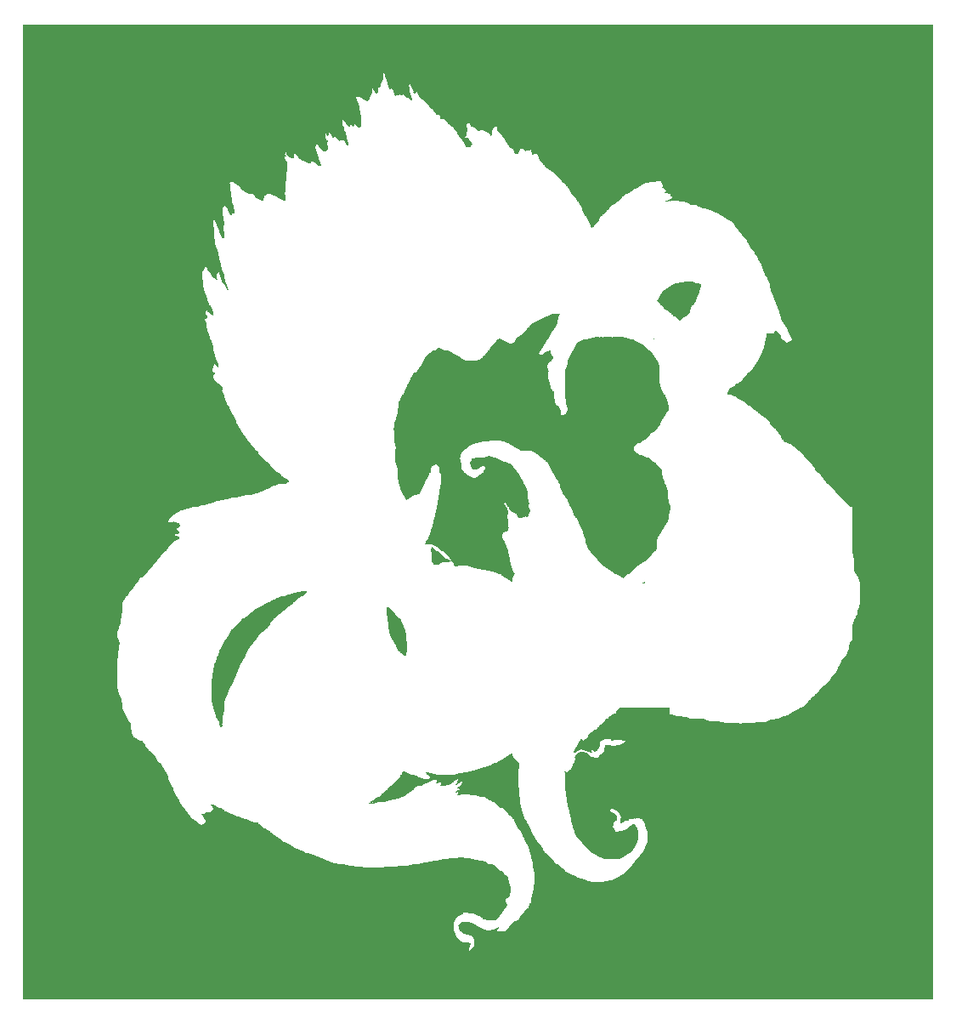
<source format=gtl>
%MOIN*%
%OFA0B0*%
%FSLAX44Y44*%
%IPPOS*%
%LPD*%
%ADD10R,0.0015506123092315811X0.0030974960246757484*%
D10*
X-00000115Y-00000084D02*
X00035564Y-00000084D01*
X-00000115Y-00000053D02*
X00035564Y-00000053D01*
X-00000115Y-00000022D02*
X00035564Y-00000022D01*
X-00000115Y00000008D02*
X00035564Y00000008D01*
X-00000115Y00000039D02*
X00035564Y00000039D01*
X-00000115Y00000070D02*
X00035564Y00000070D01*
X-00000115Y00000101D02*
X00035564Y00000101D01*
X-00000115Y00000132D02*
X00035564Y00000132D01*
X-00000115Y00000163D02*
X00035564Y00000163D01*
X-00000115Y00000194D02*
X00035564Y00000194D01*
X-00000115Y00000225D02*
X00035564Y00000225D01*
X-00000115Y00000256D02*
X00035564Y00000256D01*
X-00000115Y00000287D02*
X00035564Y00000287D01*
X-00000115Y00000318D02*
X00035564Y00000318D01*
X-00000115Y00000349D02*
X00035564Y00000349D01*
X-00000115Y00000380D02*
X00035564Y00000380D01*
X-00000115Y00000411D02*
X00035564Y00000411D01*
X-00000115Y00000442D02*
X00035564Y00000442D01*
X-00000115Y00000473D02*
X00035564Y00000473D01*
X-00000115Y00000504D02*
X00035564Y00000504D01*
X-00000115Y00000534D02*
X00035564Y00000534D01*
X-00000115Y00000565D02*
X00035564Y00000565D01*
X-00000115Y00000596D02*
X00035564Y00000596D01*
X-00000115Y00000627D02*
X00035564Y00000627D01*
X-00000115Y00000658D02*
X00035564Y00000658D01*
X-00000115Y00000689D02*
X00035564Y00000689D01*
X-00000115Y00000720D02*
X00035564Y00000720D01*
X-00000115Y00000751D02*
X00035564Y00000751D01*
X-00000115Y00000782D02*
X00035564Y00000782D01*
X-00000115Y00000813D02*
X00035564Y00000813D01*
X-00000115Y00000844D02*
X00035564Y00000844D01*
X-00000115Y00000875D02*
X00035564Y00000875D01*
X-00000115Y00000906D02*
X00035564Y00000906D01*
X-00000115Y00000937D02*
X00035564Y00000937D01*
X-00000115Y00000968D02*
X00035564Y00000968D01*
X-00000115Y00000999D02*
X00035564Y00000999D01*
X-00000115Y00001030D02*
X00035564Y00001030D01*
X-00000115Y00001061D02*
X00035564Y00001061D01*
X-00000115Y00001092D02*
X00035564Y00001092D01*
X-00000115Y00001123D02*
X00035564Y00001123D01*
X-00000115Y00001154D02*
X00035564Y00001154D01*
X-00000115Y00001185D02*
X00035564Y00001185D01*
X-00000115Y00001216D02*
X00035564Y00001216D01*
X-00000115Y00001247D02*
X00035564Y00001247D01*
X-00000115Y00001278D02*
X00035564Y00001278D01*
X-00000115Y00001309D02*
X00035564Y00001309D01*
X-00000115Y00001340D02*
X00035564Y00001340D01*
X-00000115Y00001371D02*
X00035564Y00001371D01*
X-00000115Y00001402D02*
X00035564Y00001402D01*
X-00000115Y00001433D02*
X00035564Y00001433D01*
X-00000115Y00001464D02*
X00035564Y00001464D01*
X-00000115Y00001495D02*
X00035564Y00001495D01*
X-00000115Y00001526D02*
X00035564Y00001526D01*
X-00000115Y00001557D02*
X00035564Y00001557D01*
X-00000115Y00001588D02*
X00035564Y00001588D01*
X-00000115Y00001619D02*
X00035564Y00001619D01*
X-00000115Y00001650D02*
X00035564Y00001650D01*
X-00000115Y00001681D02*
X00035564Y00001681D01*
X-00000115Y00001712D02*
X00035564Y00001712D01*
X-00000115Y00001743D02*
X00035564Y00001743D01*
X-00000115Y00001773D02*
X00035564Y00001773D01*
X-00000115Y00001804D02*
X00035564Y00001804D01*
X-00000131Y00001835D02*
X00017360Y00001835D01*
X00017406Y00001835D02*
X00035564Y00001835D01*
X-00000131Y00001866D02*
X00017360Y00001866D01*
X00017437Y00001866D02*
X00035564Y00001866D01*
X-00000131Y00001897D02*
X00017360Y00001897D01*
X00017468Y00001897D02*
X00035564Y00001897D01*
X-00000131Y00001928D02*
X00017360Y00001928D01*
X00017499Y00001928D02*
X00035564Y00001928D01*
X-00000131Y00001959D02*
X00017391Y00001959D01*
X00017530Y00001959D02*
X00035564Y00001959D01*
X-00000131Y00001990D02*
X00017391Y00001990D01*
X00017561Y00001990D02*
X00035564Y00001990D01*
X-00000131Y00002021D02*
X00017391Y00002021D01*
X00017561Y00002021D02*
X00035564Y00002021D01*
X-00000131Y00002052D02*
X00017422Y00002052D01*
X00017561Y00002052D02*
X00035564Y00002052D01*
X-00000131Y00002083D02*
X00017422Y00002083D01*
X00017561Y00002083D02*
X00035564Y00002083D01*
X-00000131Y00002114D02*
X00017360Y00002114D01*
X00017561Y00002114D02*
X00035564Y00002114D01*
X-00000131Y00002145D02*
X00017143Y00002145D01*
X00017592Y00002145D02*
X00035564Y00002145D01*
X-00000131Y00002176D02*
X00017081Y00002176D01*
X00017592Y00002176D02*
X00035564Y00002176D01*
X-00000131Y00002207D02*
X00017019Y00002207D01*
X00017592Y00002207D02*
X00035564Y00002207D01*
X-00000131Y00002238D02*
X00016987Y00002238D01*
X00017592Y00002238D02*
X00035564Y00002238D01*
X-00000131Y00002269D02*
X00016956Y00002269D01*
X00017561Y00002269D02*
X00035564Y00002269D01*
X-00000131Y00002300D02*
X00016925Y00002300D01*
X00017530Y00002300D02*
X00035564Y00002300D01*
X-00000131Y00002331D02*
X00016894Y00002331D01*
X00017530Y00002331D02*
X00035564Y00002331D01*
X-00000131Y00002362D02*
X00016863Y00002362D01*
X00017499Y00002362D02*
X00035564Y00002362D01*
X-00000131Y00002393D02*
X00016863Y00002393D01*
X00017468Y00002393D02*
X00035564Y00002393D01*
X-00000131Y00002424D02*
X00016832Y00002424D01*
X00017375Y00002424D02*
X00035564Y00002424D01*
X-00000131Y00002455D02*
X00016832Y00002455D01*
X00017251Y00002455D02*
X00035564Y00002455D01*
X-00000131Y00002486D02*
X00016832Y00002486D01*
X00017127Y00002486D02*
X00035564Y00002486D01*
X-00000131Y00002517D02*
X00016801Y00002517D01*
X00017096Y00002517D02*
X00035564Y00002517D01*
X-00000131Y00002548D02*
X00016801Y00002548D01*
X00017065Y00002548D02*
X00035564Y00002548D01*
X-00000131Y00002579D02*
X00016801Y00002579D01*
X00017018Y00002579D02*
X00018662Y00002579D01*
X00018708Y00002579D02*
X00035564Y00002579D01*
X-00000131Y00002610D02*
X00016770Y00002610D01*
X00017018Y00002610D02*
X00018476Y00002610D01*
X00018801Y00002610D02*
X00035564Y00002610D01*
X-00000131Y00002641D02*
X00016770Y00002641D01*
X00017018Y00002641D02*
X00018011Y00002641D01*
X00018228Y00002641D02*
X00018476Y00002641D01*
X00018832Y00002641D02*
X00035564Y00002641D01*
X-00000131Y00002672D02*
X00016770Y00002672D01*
X00016987Y00002672D02*
X00017918Y00002672D01*
X00018383Y00002672D02*
X00018507Y00002672D01*
X00018863Y00002672D02*
X00035564Y00002672D01*
X-00000131Y00002703D02*
X00016770Y00002703D01*
X00016987Y00002703D02*
X00017856Y00002703D01*
X00018445Y00002703D02*
X00018538Y00002703D01*
X00018895Y00002703D02*
X00035564Y00002703D01*
X-00000131Y00002734D02*
X00016770Y00002734D01*
X00016987Y00002734D02*
X00017794Y00002734D01*
X00018507Y00002734D02*
X00018538Y00002734D01*
X00018926Y00002734D02*
X00035564Y00002734D01*
X-00000131Y00002765D02*
X00016770Y00002765D01*
X00016987Y00002765D02*
X00017732Y00002765D01*
X00018957Y00002765D02*
X00035564Y00002765D01*
X-00000131Y00002796D02*
X00016770Y00002796D01*
X00016956Y00002796D02*
X00017670Y00002796D01*
X00018988Y00002796D02*
X00035564Y00002796D01*
X-00000131Y00002827D02*
X00016770Y00002827D01*
X00016987Y00002827D02*
X00017639Y00002827D01*
X00019019Y00002827D02*
X00035564Y00002827D01*
X-00000131Y00002858D02*
X00016770Y00002858D01*
X00017018Y00002858D02*
X00017577Y00002858D01*
X00019050Y00002858D02*
X00035564Y00002858D01*
X-00000131Y00002889D02*
X00016770Y00002889D01*
X00017049Y00002889D02*
X00017484Y00002889D01*
X00019081Y00002889D02*
X00035564Y00002889D01*
X-00000131Y00002920D02*
X00016770Y00002920D01*
X00017080Y00002920D02*
X00017391Y00002920D01*
X00019112Y00002920D02*
X00035564Y00002920D01*
X-00000131Y00002951D02*
X00016801Y00002951D01*
X00019143Y00002951D02*
X00035564Y00002951D01*
X-00000131Y00002982D02*
X00016801Y00002982D01*
X00019236Y00002982D02*
X00035564Y00002982D01*
X-00000131Y00003012D02*
X00016801Y00003012D01*
X00018104Y00003012D02*
X00018259Y00003012D01*
X00019267Y00003012D02*
X00035564Y00003012D01*
X-00000131Y00003043D02*
X00016832Y00003043D01*
X00018042Y00003043D02*
X00018414Y00003043D01*
X00019298Y00003043D02*
X00035564Y00003043D01*
X-00000131Y00003074D02*
X00016832Y00003074D01*
X00017918Y00003074D02*
X00018445Y00003074D01*
X00019329Y00003074D02*
X00035564Y00003074D01*
X-00000131Y00003105D02*
X00016863Y00003105D01*
X00017918Y00003105D02*
X00018507Y00003105D01*
X00019329Y00003105D02*
X00035564Y00003105D01*
X-00000131Y00003136D02*
X00016894Y00003136D01*
X00017856Y00003136D02*
X00018538Y00003136D01*
X00019360Y00003136D02*
X00035564Y00003136D01*
X-00000131Y00003167D02*
X00016925Y00003167D01*
X00017825Y00003167D02*
X00018569Y00003167D01*
X00019391Y00003167D02*
X00035564Y00003167D01*
X-00000131Y00003198D02*
X00016987Y00003198D01*
X00017701Y00003198D02*
X00018569Y00003198D01*
X00019422Y00003198D02*
X00035564Y00003198D01*
X-00000131Y00003229D02*
X00017050Y00003229D01*
X00017639Y00003229D02*
X00018600Y00003229D01*
X00019453Y00003229D02*
X00035564Y00003229D01*
X-00000131Y00003260D02*
X00017112Y00003260D01*
X00017576Y00003260D02*
X00018631Y00003260D01*
X00019484Y00003260D02*
X00035564Y00003260D01*
X-00000131Y00003291D02*
X00017143Y00003291D01*
X00017328Y00003291D02*
X00018662Y00003291D01*
X00019515Y00003291D02*
X00035564Y00003291D01*
X-00000131Y00003322D02*
X00018662Y00003322D01*
X00019546Y00003322D02*
X00035564Y00003322D01*
X-00000131Y00003353D02*
X00018693Y00003353D01*
X00019546Y00003353D02*
X00035564Y00003353D01*
X-00000131Y00003384D02*
X00018724Y00003384D01*
X00019577Y00003384D02*
X00035564Y00003384D01*
X-00000131Y00003415D02*
X00018724Y00003415D01*
X00019608Y00003415D02*
X00035564Y00003415D01*
X-00000131Y00003446D02*
X00018755Y00003446D01*
X00019639Y00003446D02*
X00035564Y00003446D01*
X-00000131Y00003477D02*
X00018755Y00003477D01*
X00019670Y00003477D02*
X00035564Y00003477D01*
X-00000131Y00003508D02*
X00018786Y00003508D01*
X00019701Y00003508D02*
X00035564Y00003508D01*
X-00000131Y00003539D02*
X00018817Y00003539D01*
X00019701Y00003539D02*
X00035564Y00003539D01*
X-00000131Y00003570D02*
X00018817Y00003570D01*
X00019701Y00003570D02*
X00035564Y00003570D01*
X-00000131Y00003601D02*
X00018848Y00003601D01*
X00019732Y00003601D02*
X00035564Y00003601D01*
X-00000131Y00003632D02*
X00018848Y00003632D01*
X00019732Y00003632D02*
X00035564Y00003632D01*
X-00000131Y00003663D02*
X00018817Y00003663D01*
X00019732Y00003663D02*
X00035564Y00003663D01*
X-00000131Y00003694D02*
X00018817Y00003694D01*
X00019794Y00003694D02*
X00035564Y00003694D01*
X-00000131Y00003725D02*
X00018786Y00003725D01*
X00019794Y00003725D02*
X00035564Y00003725D01*
X-00000131Y00003756D02*
X00018786Y00003756D01*
X00019825Y00003756D02*
X00035564Y00003756D01*
X-00000131Y00003787D02*
X00018786Y00003787D01*
X00019825Y00003787D02*
X00035564Y00003787D01*
X-00000131Y00003818D02*
X00018786Y00003818D01*
X00019825Y00003818D02*
X00035564Y00003818D01*
X-00000131Y00003849D02*
X00018817Y00003849D01*
X00019825Y00003849D02*
X00035564Y00003849D01*
X-00000131Y00003880D02*
X00018879Y00003880D01*
X00019825Y00003880D02*
X00035564Y00003880D01*
X-00000131Y00003911D02*
X00018910Y00003911D01*
X00019856Y00003911D02*
X00035564Y00003911D01*
X-00000131Y00003942D02*
X00018941Y00003942D01*
X00019856Y00003942D02*
X00035564Y00003942D01*
X-00000131Y00003973D02*
X00018972Y00003973D01*
X00019856Y00003973D02*
X00035564Y00003973D01*
X-00000131Y00004004D02*
X00018972Y00004004D01*
X00019856Y00004004D02*
X00035564Y00004004D01*
X-00000131Y00004035D02*
X00018972Y00004035D01*
X00019856Y00004035D02*
X00035564Y00004035D01*
X-00000131Y00004066D02*
X00018972Y00004066D01*
X00019887Y00004066D02*
X00035564Y00004066D01*
X-00000131Y00004097D02*
X00019003Y00004097D01*
X00019887Y00004097D02*
X00035564Y00004097D01*
X-00000131Y00004128D02*
X00019003Y00004128D01*
X00019887Y00004128D02*
X00035564Y00004128D01*
X-00000131Y00004159D02*
X00019003Y00004159D01*
X00019887Y00004159D02*
X00035564Y00004159D01*
X-00000131Y00004190D02*
X00019003Y00004190D01*
X00019918Y00004190D02*
X00035564Y00004190D01*
X-00000131Y00004221D02*
X00019003Y00004221D01*
X00019918Y00004221D02*
X00035564Y00004221D01*
X-00000131Y00004251D02*
X00019003Y00004251D01*
X00019918Y00004251D02*
X00035564Y00004251D01*
X-00000131Y00004282D02*
X00019003Y00004282D01*
X00019918Y00004282D02*
X00035564Y00004282D01*
X-00000131Y00004313D02*
X00019003Y00004313D01*
X00019918Y00004313D02*
X00035564Y00004313D01*
X-00000131Y00004344D02*
X00018972Y00004344D01*
X00019918Y00004344D02*
X00035564Y00004344D01*
X-00000131Y00004375D02*
X00018972Y00004375D01*
X00019918Y00004375D02*
X00035564Y00004375D01*
X-00000131Y00004406D02*
X00018972Y00004406D01*
X00019918Y00004406D02*
X00035564Y00004406D01*
X-00000131Y00004437D02*
X00018972Y00004437D01*
X00019949Y00004437D02*
X00035564Y00004437D01*
X-00000131Y00004468D02*
X00018941Y00004468D01*
X00019949Y00004468D02*
X00035564Y00004468D01*
X-00000131Y00004499D02*
X00018941Y00004499D01*
X00019949Y00004499D02*
X00035564Y00004499D01*
X-00000131Y00004530D02*
X00018941Y00004530D01*
X00019933Y00004530D02*
X00022136Y00004530D01*
X00022678Y00004530D02*
X00035564Y00004530D01*
X-00000131Y00004561D02*
X00018941Y00004561D01*
X00019933Y00004561D02*
X00021980Y00004561D01*
X00022833Y00004561D02*
X00035564Y00004561D01*
X-00000131Y00004592D02*
X00018910Y00004592D01*
X00019933Y00004592D02*
X00021918Y00004592D01*
X00023019Y00004592D02*
X00035564Y00004592D01*
X-00000131Y00004623D02*
X00018910Y00004623D01*
X00019933Y00004623D02*
X00021825Y00004623D01*
X00023081Y00004623D02*
X00035564Y00004623D01*
X-00000131Y00004654D02*
X00018910Y00004654D01*
X00019933Y00004654D02*
X00021701Y00004654D01*
X00023143Y00004654D02*
X00035564Y00004654D01*
X-00000131Y00004685D02*
X00018879Y00004685D01*
X00019933Y00004685D02*
X00021608Y00004685D01*
X00023205Y00004685D02*
X00035564Y00004685D01*
X-00000131Y00004716D02*
X00018848Y00004716D01*
X00019933Y00004716D02*
X00021546Y00004716D01*
X00023267Y00004716D02*
X00035564Y00004716D01*
X-00000131Y00004747D02*
X00018817Y00004747D01*
X00019933Y00004747D02*
X00021484Y00004747D01*
X00023298Y00004747D02*
X00035564Y00004747D01*
X-00000131Y00004778D02*
X00018786Y00004778D01*
X00019933Y00004778D02*
X00021422Y00004778D01*
X00023360Y00004778D02*
X00035564Y00004778D01*
X-00000131Y00004809D02*
X00018755Y00004809D01*
X00019933Y00004809D02*
X00021391Y00004809D01*
X00023391Y00004809D02*
X00035564Y00004809D01*
X-00000131Y00004840D02*
X00018724Y00004840D01*
X00019933Y00004840D02*
X00021329Y00004840D01*
X00023453Y00004840D02*
X00035564Y00004840D01*
X-00000131Y00004871D02*
X00018724Y00004871D01*
X00019933Y00004871D02*
X00021267Y00004871D01*
X00023484Y00004871D02*
X00035564Y00004871D01*
X-00000131Y00004902D02*
X00018693Y00004902D01*
X00019933Y00004902D02*
X00021205Y00004902D01*
X00023515Y00004902D02*
X00035564Y00004902D01*
X-00000131Y00004933D02*
X00018662Y00004933D01*
X00019902Y00004933D02*
X00021143Y00004933D01*
X00023546Y00004933D02*
X00035564Y00004933D01*
X-00000131Y00004964D02*
X00018569Y00004964D01*
X00019902Y00004964D02*
X00021112Y00004964D01*
X00023577Y00004964D02*
X00035564Y00004964D01*
X-00000131Y00004995D02*
X00018538Y00004995D01*
X00019902Y00004995D02*
X00021081Y00004995D01*
X00023608Y00004995D02*
X00035564Y00004995D01*
X-00000131Y00005026D02*
X00018507Y00005026D01*
X00019902Y00005026D02*
X00021050Y00005026D01*
X00023639Y00005026D02*
X00035564Y00005026D01*
X-00000131Y00005057D02*
X00018445Y00005057D01*
X00019871Y00005057D02*
X00020988Y00005057D01*
X00023670Y00005057D02*
X00035564Y00005057D01*
X-00000131Y00005088D02*
X00013204Y00005088D01*
X00014041Y00005088D02*
X00018414Y00005088D01*
X00019871Y00005088D02*
X00020957Y00005088D01*
X00023701Y00005088D02*
X00035564Y00005088D01*
X-00000131Y00005119D02*
X00012863Y00005119D01*
X00014568Y00005119D02*
X00018383Y00005119D01*
X00019871Y00005119D02*
X00020926Y00005119D01*
X00023732Y00005119D02*
X00035564Y00005119D01*
X-00000131Y00005150D02*
X00012615Y00005150D01*
X00015002Y00005150D02*
X00018352Y00005150D01*
X00019871Y00005150D02*
X00020895Y00005150D01*
X00023763Y00005150D02*
X00035564Y00005150D01*
X-00000131Y00005181D02*
X00012491Y00005181D01*
X00015158Y00005181D02*
X00018290Y00005181D01*
X00019871Y00005181D02*
X00020864Y00005181D01*
X00023763Y00005181D02*
X00035564Y00005181D01*
X-00000131Y00005212D02*
X00012336Y00005212D01*
X00015313Y00005212D02*
X00018197Y00005212D01*
X00019871Y00005212D02*
X00020802Y00005212D01*
X00023794Y00005212D02*
X00035564Y00005212D01*
X-00000131Y00005243D02*
X00012181Y00005243D01*
X00015437Y00005243D02*
X00018104Y00005243D01*
X00019871Y00005243D02*
X00020771Y00005243D01*
X00023825Y00005243D02*
X00035564Y00005243D01*
X-00000131Y00005274D02*
X00012026Y00005274D01*
X00015592Y00005274D02*
X00018073Y00005274D01*
X00019871Y00005274D02*
X00020740Y00005274D01*
X00023856Y00005274D02*
X00035564Y00005274D01*
X-00000131Y00005305D02*
X00011932Y00005305D01*
X00015778Y00005305D02*
X00018011Y00005305D01*
X00019871Y00005305D02*
X00020709Y00005305D01*
X00023887Y00005305D02*
X00035564Y00005305D01*
X-00000131Y00005336D02*
X00011870Y00005336D01*
X00015933Y00005336D02*
X00017918Y00005336D01*
X00019840Y00005336D02*
X00020678Y00005336D01*
X00023887Y00005336D02*
X00035564Y00005336D01*
X-00000131Y00005367D02*
X00011777Y00005367D01*
X00016181Y00005367D02*
X00017732Y00005367D01*
X00019840Y00005367D02*
X00020647Y00005367D01*
X00023918Y00005367D02*
X00035564Y00005367D01*
X-00000131Y00005398D02*
X00011684Y00005398D01*
X00016305Y00005398D02*
X00017577Y00005398D01*
X00019840Y00005398D02*
X00020616Y00005398D01*
X00023949Y00005398D02*
X00035564Y00005398D01*
X-00000131Y00005429D02*
X00011622Y00005429D01*
X00016584Y00005429D02*
X00017422Y00005429D01*
X00019809Y00005429D02*
X00020585Y00005429D01*
X00022631Y00005429D02*
X00023283Y00005429D01*
X00023981Y00005429D02*
X00035564Y00005429D01*
X-00000131Y00005460D02*
X00011529Y00005460D01*
X00016956Y00005460D02*
X00017174Y00005460D01*
X00019809Y00005460D02*
X00020554Y00005460D01*
X00022569Y00005460D02*
X00023376Y00005460D01*
X00024012Y00005460D02*
X00035564Y00005460D01*
X-00000131Y00005490D02*
X00011467Y00005490D01*
X00019809Y00005490D02*
X00020523Y00005490D01*
X00022476Y00005490D02*
X00023438Y00005490D01*
X00024043Y00005490D02*
X00035564Y00005490D01*
X-00000131Y00005521D02*
X00011374Y00005521D01*
X00019809Y00005521D02*
X00020492Y00005521D01*
X00022414Y00005521D02*
X00023469Y00005521D01*
X00024074Y00005521D02*
X00035564Y00005521D01*
X-00000131Y00005552D02*
X00011281Y00005552D01*
X00019809Y00005552D02*
X00020461Y00005552D01*
X00022383Y00005552D02*
X00023531Y00005552D01*
X00024074Y00005552D02*
X00035564Y00005552D01*
X-00000131Y00005583D02*
X00011188Y00005583D01*
X00019778Y00005583D02*
X00020430Y00005583D01*
X00022321Y00005583D02*
X00023562Y00005583D01*
X00024105Y00005583D02*
X00035564Y00005583D01*
X-00000131Y00005614D02*
X00011095Y00005614D01*
X00019778Y00005614D02*
X00020399Y00005614D01*
X00022259Y00005614D02*
X00023624Y00005614D01*
X00024136Y00005614D02*
X00035564Y00005614D01*
X-00000131Y00005645D02*
X00011002Y00005645D01*
X00019778Y00005645D02*
X00020368Y00005645D01*
X00022197Y00005645D02*
X00023655Y00005645D01*
X00024167Y00005645D02*
X00035564Y00005645D01*
X-00000131Y00005676D02*
X00010940Y00005676D01*
X00019778Y00005676D02*
X00020337Y00005676D01*
X00022166Y00005676D02*
X00023686Y00005676D01*
X00024167Y00005676D02*
X00035564Y00005676D01*
X-00000131Y00005707D02*
X00010878Y00005707D01*
X00019747Y00005707D02*
X00020337Y00005707D01*
X00022135Y00005707D02*
X00023717Y00005707D01*
X00024198Y00005707D02*
X00035564Y00005707D01*
X-00000131Y00005738D02*
X00010816Y00005738D01*
X00019747Y00005738D02*
X00020306Y00005738D01*
X00022104Y00005738D02*
X00023748Y00005738D01*
X00024198Y00005738D02*
X00035564Y00005738D01*
X-00000131Y00005769D02*
X00010723Y00005769D01*
X00019747Y00005769D02*
X00020275Y00005769D01*
X00022073Y00005769D02*
X00023779Y00005769D01*
X00024229Y00005769D02*
X00035564Y00005769D01*
X-00000131Y00005800D02*
X00010661Y00005800D01*
X00019747Y00005800D02*
X00020275Y00005800D01*
X00022042Y00005800D02*
X00023810Y00005800D01*
X00024229Y00005800D02*
X00035564Y00005800D01*
X-00000131Y00005831D02*
X00010568Y00005831D01*
X00019716Y00005831D02*
X00020244Y00005831D01*
X00022011Y00005831D02*
X00023841Y00005831D01*
X00024260Y00005831D02*
X00035564Y00005831D01*
X-00000131Y00005862D02*
X00010506Y00005862D01*
X00019716Y00005862D02*
X00020213Y00005862D01*
X00021980Y00005862D02*
X00023872Y00005862D01*
X00024260Y00005862D02*
X00035564Y00005862D01*
X-00000131Y00005893D02*
X00010444Y00005893D01*
X00019716Y00005893D02*
X00020182Y00005893D01*
X00021949Y00005893D02*
X00023872Y00005893D01*
X00024291Y00005893D02*
X00035564Y00005893D01*
X-00000131Y00005924D02*
X00010382Y00005924D01*
X00019685Y00005924D02*
X00020182Y00005924D01*
X00021918Y00005924D02*
X00023903Y00005924D01*
X00024322Y00005924D02*
X00035564Y00005924D01*
X-00000131Y00005955D02*
X00010351Y00005955D01*
X00019685Y00005955D02*
X00020151Y00005955D01*
X00021887Y00005955D02*
X00023903Y00005955D01*
X00024322Y00005955D02*
X00035564Y00005955D01*
X-00000131Y00005986D02*
X00010289Y00005986D01*
X00019654Y00005986D02*
X00020120Y00005986D01*
X00021856Y00005986D02*
X00023934Y00005986D01*
X00024353Y00005986D02*
X00035564Y00005986D01*
X-00000131Y00006017D02*
X00010227Y00006017D01*
X00019623Y00006017D02*
X00020089Y00006017D01*
X00021825Y00006017D02*
X00023934Y00006017D01*
X00024353Y00006017D02*
X00035564Y00006017D01*
X-00000131Y00006048D02*
X00010165Y00006048D01*
X00019623Y00006048D02*
X00020058Y00006048D01*
X00021825Y00006048D02*
X00023965Y00006048D01*
X00024384Y00006048D02*
X00035564Y00006048D01*
X-00000131Y00006079D02*
X00010134Y00006079D01*
X00019623Y00006079D02*
X00020058Y00006079D01*
X00021794Y00006079D02*
X00023965Y00006079D01*
X00024384Y00006079D02*
X00035564Y00006079D01*
X-00000131Y00006110D02*
X00010072Y00006110D01*
X00019592Y00006110D02*
X00020027Y00006110D01*
X00021763Y00006110D02*
X00023965Y00006110D01*
X00024384Y00006110D02*
X00035564Y00006110D01*
X-00000131Y00006141D02*
X00010041Y00006141D01*
X00019561Y00006141D02*
X00020027Y00006141D01*
X00021732Y00006141D02*
X00023965Y00006141D01*
X00024384Y00006141D02*
X00035564Y00006141D01*
X-00000131Y00006172D02*
X00009979Y00006172D01*
X00019530Y00006172D02*
X00019996Y00006172D01*
X00021701Y00006172D02*
X00023996Y00006172D01*
X00024384Y00006172D02*
X00035564Y00006172D01*
X-00000131Y00006203D02*
X00009948Y00006203D01*
X00019530Y00006203D02*
X00019965Y00006203D01*
X00021670Y00006203D02*
X00023996Y00006203D01*
X00024384Y00006203D02*
X00035564Y00006203D01*
X-00000131Y00006234D02*
X00009886Y00006234D01*
X00019530Y00006234D02*
X00019965Y00006234D01*
X00021639Y00006234D02*
X00023996Y00006234D01*
X00024384Y00006234D02*
X00035564Y00006234D01*
X-00000131Y00006265D02*
X00009855Y00006265D01*
X00019499Y00006265D02*
X00019934Y00006265D01*
X00021608Y00006265D02*
X00023996Y00006265D01*
X00024384Y00006265D02*
X00035564Y00006265D01*
X-00000131Y00006296D02*
X00009793Y00006296D01*
X00019468Y00006296D02*
X00019934Y00006296D01*
X00021577Y00006296D02*
X00023996Y00006296D01*
X00024384Y00006296D02*
X00035564Y00006296D01*
X-00000131Y00006327D02*
X00009762Y00006327D01*
X00019468Y00006327D02*
X00019903Y00006327D01*
X00021577Y00006327D02*
X00023996Y00006327D01*
X00024384Y00006327D02*
X00035564Y00006327D01*
X-00000131Y00006358D02*
X00009700Y00006358D01*
X00019468Y00006358D02*
X00019872Y00006358D01*
X00021546Y00006358D02*
X00023996Y00006358D01*
X00024384Y00006358D02*
X00035564Y00006358D01*
X-00000131Y00006389D02*
X00009669Y00006389D01*
X00019437Y00006389D02*
X00019872Y00006389D01*
X00021546Y00006389D02*
X00023996Y00006389D01*
X00024384Y00006389D02*
X00035564Y00006389D01*
X-00000131Y00006420D02*
X00009638Y00006420D01*
X00019437Y00006420D02*
X00019841Y00006420D01*
X00021515Y00006420D02*
X00023996Y00006420D01*
X00024384Y00006420D02*
X00035564Y00006420D01*
X-00000131Y00006451D02*
X00009576Y00006451D01*
X00019406Y00006451D02*
X00019841Y00006451D01*
X00021515Y00006451D02*
X00023996Y00006451D01*
X00024384Y00006451D02*
X00035564Y00006451D01*
X-00000131Y00006482D02*
X00009545Y00006482D01*
X00019406Y00006482D02*
X00019810Y00006482D01*
X00021515Y00006482D02*
X00023097Y00006482D01*
X00023252Y00006482D02*
X00023996Y00006482D01*
X00024384Y00006482D02*
X00035564Y00006482D01*
X-00000131Y00006513D02*
X00009483Y00006513D01*
X00019375Y00006513D02*
X00019810Y00006513D01*
X00021515Y00006513D02*
X00023097Y00006513D01*
X00023407Y00006513D02*
X00023996Y00006513D01*
X00024353Y00006513D02*
X00035564Y00006513D01*
X-00000131Y00006544D02*
X00009452Y00006544D01*
X00019344Y00006544D02*
X00019779Y00006544D01*
X00021484Y00006544D02*
X00023066Y00006544D01*
X00023469Y00006544D02*
X00023996Y00006544D01*
X00024353Y00006544D02*
X00035564Y00006544D01*
X-00000131Y00006575D02*
X00009421Y00006575D01*
X00019344Y00006575D02*
X00019779Y00006575D01*
X00021484Y00006575D02*
X00023066Y00006575D01*
X00023500Y00006575D02*
X00023965Y00006575D01*
X00024353Y00006575D02*
X00035564Y00006575D01*
X-00000131Y00006606D02*
X00009389Y00006606D01*
X00019313Y00006606D02*
X00019748Y00006606D01*
X00021484Y00006606D02*
X00023066Y00006606D01*
X00023562Y00006606D02*
X00023965Y00006606D01*
X00024322Y00006606D02*
X00035564Y00006606D01*
X-00000131Y00006637D02*
X00009296Y00006637D01*
X00019282Y00006637D02*
X00019748Y00006637D01*
X00021453Y00006637D02*
X00023035Y00006637D01*
X00023593Y00006637D02*
X00023965Y00006637D01*
X00024322Y00006637D02*
X00035564Y00006637D01*
X-00000131Y00006668D02*
X00009265Y00006668D01*
X00019282Y00006668D02*
X00019717Y00006668D01*
X00021453Y00006668D02*
X00023004Y00006668D01*
X00023655Y00006668D02*
X00023934Y00006668D01*
X00024322Y00006668D02*
X00035564Y00006668D01*
X-00000131Y00006699D02*
X00009234Y00006699D01*
X00019251Y00006699D02*
X00019717Y00006699D01*
X00021453Y00006699D02*
X00023004Y00006699D01*
X00023686Y00006699D02*
X00023903Y00006699D01*
X00024291Y00006699D02*
X00035564Y00006699D01*
X-00000131Y00006729D02*
X00009203Y00006729D01*
X00019251Y00006729D02*
X00019686Y00006729D01*
X00021453Y00006729D02*
X00023035Y00006729D01*
X00023748Y00006729D02*
X00023903Y00006729D01*
X00024291Y00006729D02*
X00035564Y00006729D01*
X-00000131Y00006760D02*
X00006815Y00006760D01*
X00006908Y00006760D02*
X00009172Y00006760D01*
X00019220Y00006760D02*
X00019686Y00006760D01*
X00021422Y00006760D02*
X00023035Y00006760D01*
X00023779Y00006760D02*
X00023872Y00006760D01*
X00024291Y00006760D02*
X00035564Y00006760D01*
X-00000131Y00006791D02*
X00006753Y00006791D01*
X00006970Y00006791D02*
X00009110Y00006791D01*
X00019220Y00006791D02*
X00019655Y00006791D01*
X00021422Y00006791D02*
X00023035Y00006791D01*
X00024260Y00006791D02*
X00035564Y00006791D01*
X-00000131Y00006822D02*
X00006722Y00006822D01*
X00007001Y00006822D02*
X00009079Y00006822D01*
X00019189Y00006822D02*
X00019624Y00006822D01*
X00021422Y00006822D02*
X00023035Y00006822D01*
X00023314Y00006822D02*
X00023376Y00006822D01*
X00024229Y00006822D02*
X00035564Y00006822D01*
X-00000131Y00006853D02*
X00006691Y00006853D01*
X00007032Y00006853D02*
X00008893Y00006853D01*
X00019189Y00006853D02*
X00019624Y00006853D01*
X00021391Y00006853D02*
X00023066Y00006853D01*
X00023314Y00006853D02*
X00023438Y00006853D01*
X00024229Y00006853D02*
X00035564Y00006853D01*
X-00000131Y00006884D02*
X00006660Y00006884D01*
X00007032Y00006884D02*
X00008800Y00006884D01*
X00019158Y00006884D02*
X00019624Y00006884D01*
X00021391Y00006884D02*
X00023097Y00006884D01*
X00023314Y00006884D02*
X00023469Y00006884D01*
X00024198Y00006884D02*
X00035564Y00006884D01*
X-00000131Y00006915D02*
X00006598Y00006915D01*
X00007032Y00006915D02*
X00008738Y00006915D01*
X00019127Y00006915D02*
X00019593Y00006915D01*
X00021391Y00006915D02*
X00023159Y00006915D01*
X00023314Y00006915D02*
X00023624Y00006915D01*
X00024167Y00006915D02*
X00035564Y00006915D01*
X-00000131Y00006946D02*
X00006567Y00006946D01*
X00007001Y00006946D02*
X00008676Y00006946D01*
X00019127Y00006946D02*
X00019562Y00006946D01*
X00021391Y00006946D02*
X00023159Y00006946D01*
X00023314Y00006946D02*
X00023624Y00006946D01*
X00024167Y00006946D02*
X00035564Y00006946D01*
X-00000131Y00006977D02*
X00006536Y00006977D01*
X00007001Y00006977D02*
X00008583Y00006977D01*
X00019096Y00006977D02*
X00019562Y00006977D01*
X00021360Y00006977D02*
X00023159Y00006977D01*
X00023314Y00006977D02*
X00023748Y00006977D01*
X00024136Y00006977D02*
X00035564Y00006977D01*
X-00000131Y00007008D02*
X00006505Y00007008D01*
X00006970Y00007008D02*
X00008521Y00007008D01*
X00019065Y00007008D02*
X00019530Y00007008D01*
X00021360Y00007008D02*
X00023159Y00007008D01*
X00023314Y00007008D02*
X00023841Y00007008D01*
X00023872Y00007008D02*
X00023903Y00007008D01*
X00024074Y00007008D02*
X00035564Y00007008D01*
X-00000131Y00007039D02*
X00006474Y00007039D01*
X00006970Y00007039D02*
X00008428Y00007039D01*
X00019065Y00007039D02*
X00019530Y00007039D01*
X00021360Y00007039D02*
X00023159Y00007039D01*
X00023329Y00007039D02*
X00035564Y00007039D01*
X-00000131Y00007070D02*
X00006443Y00007070D01*
X00006939Y00007070D02*
X00008366Y00007070D01*
X00019034Y00007070D02*
X00019530Y00007070D01*
X00021329Y00007070D02*
X00023159Y00007070D01*
X00023329Y00007070D02*
X00035564Y00007070D01*
X-00000131Y00007101D02*
X00006412Y00007101D01*
X00006939Y00007101D02*
X00008242Y00007101D01*
X00019003Y00007101D02*
X00019499Y00007101D01*
X00021329Y00007101D02*
X00023159Y00007101D01*
X00023298Y00007101D02*
X00035564Y00007101D01*
X-00000131Y00007132D02*
X00006381Y00007132D01*
X00006908Y00007132D02*
X00008149Y00007132D01*
X00018941Y00007132D02*
X00019499Y00007132D01*
X00021329Y00007132D02*
X00023128Y00007132D01*
X00023298Y00007132D02*
X00035564Y00007132D01*
X-00000131Y00007163D02*
X00006350Y00007163D01*
X00006877Y00007163D02*
X00008087Y00007163D01*
X00018910Y00007163D02*
X00019499Y00007163D01*
X00021329Y00007163D02*
X00023097Y00007163D01*
X00023267Y00007163D02*
X00035564Y00007163D01*
X-00000131Y00007194D02*
X00006319Y00007194D01*
X00007001Y00007194D02*
X00007994Y00007194D01*
X00018910Y00007194D02*
X00019468Y00007194D01*
X00021298Y00007194D02*
X00023066Y00007194D01*
X00023267Y00007194D02*
X00035564Y00007194D01*
X-00000131Y00007225D02*
X00006319Y00007225D01*
X00007032Y00007225D02*
X00007932Y00007225D01*
X00018879Y00007225D02*
X00019468Y00007225D01*
X00021298Y00007225D02*
X00023004Y00007225D01*
X00023236Y00007225D02*
X00035564Y00007225D01*
X-00000131Y00007256D02*
X00006288Y00007256D01*
X00007249Y00007256D02*
X00007870Y00007256D01*
X00018848Y00007256D02*
X00019468Y00007256D01*
X00021298Y00007256D02*
X00022942Y00007256D01*
X00023205Y00007256D02*
X00035564Y00007256D01*
X-00000131Y00007287D02*
X00006257Y00007287D01*
X00007280Y00007287D02*
X00007777Y00007287D01*
X00018817Y00007287D02*
X00019437Y00007287D01*
X00021298Y00007287D02*
X00022880Y00007287D01*
X00023174Y00007287D02*
X00035564Y00007287D01*
X-00000131Y00007318D02*
X00006226Y00007318D01*
X00007311Y00007318D02*
X00007746Y00007318D01*
X00018786Y00007318D02*
X00019437Y00007318D01*
X00021298Y00007318D02*
X00022880Y00007318D01*
X00023112Y00007318D02*
X00035564Y00007318D01*
X-00000131Y00007349D02*
X00006226Y00007349D01*
X00007342Y00007349D02*
X00007684Y00007349D01*
X00018755Y00007349D02*
X00019437Y00007349D01*
X00021267Y00007349D02*
X00022911Y00007349D01*
X00023050Y00007349D02*
X00035564Y00007349D01*
X-00000131Y00007380D02*
X00006195Y00007380D01*
X00007342Y00007380D02*
X00007653Y00007380D01*
X00018693Y00007380D02*
X00019437Y00007380D01*
X00021282Y00007380D02*
X00035564Y00007380D01*
X-00000131Y00007411D02*
X00006164Y00007411D01*
X00007342Y00007411D02*
X00007560Y00007411D01*
X00018631Y00007411D02*
X00019437Y00007411D01*
X00021282Y00007411D02*
X00035564Y00007411D01*
X-00000131Y00007442D02*
X00006164Y00007442D01*
X00007311Y00007442D02*
X00007529Y00007442D01*
X00018569Y00007442D02*
X00019406Y00007442D01*
X00021282Y00007442D02*
X00035564Y00007442D01*
X-00000131Y00007473D02*
X00006133Y00007473D01*
X00007311Y00007473D02*
X00007467Y00007473D01*
X00018538Y00007473D02*
X00019406Y00007473D01*
X00021251Y00007473D02*
X00035564Y00007473D01*
X-00000131Y00007504D02*
X00006102Y00007504D01*
X00007280Y00007504D02*
X00007436Y00007504D01*
X00018507Y00007504D02*
X00019406Y00007504D01*
X00021251Y00007504D02*
X00035564Y00007504D01*
X-00000131Y00007535D02*
X00006102Y00007535D01*
X00007249Y00007535D02*
X00007374Y00007535D01*
X00018476Y00007535D02*
X00019406Y00007535D01*
X00021251Y00007535D02*
X00035564Y00007535D01*
X-00000131Y00007566D02*
X00006071Y00007566D01*
X00018445Y00007566D02*
X00019375Y00007566D01*
X00021251Y00007566D02*
X00035564Y00007566D01*
X-00000131Y00007597D02*
X00006040Y00007597D01*
X00013452Y00007597D02*
X00013669Y00007597D01*
X00018414Y00007597D02*
X00019375Y00007597D01*
X00021251Y00007597D02*
X00035564Y00007597D01*
X-00000131Y00007628D02*
X00006040Y00007628D01*
X00013514Y00007628D02*
X00013576Y00007628D01*
X00013607Y00007628D02*
X00013762Y00007628D01*
X00018383Y00007628D02*
X00019375Y00007628D01*
X00021220Y00007628D02*
X00035564Y00007628D01*
X-00000131Y00007659D02*
X00006009Y00007659D01*
X00013514Y00007659D02*
X00014103Y00007659D01*
X00018290Y00007659D02*
X00019344Y00007659D01*
X00021220Y00007659D02*
X00035564Y00007659D01*
X-00000131Y00007690D02*
X00005978Y00007690D01*
X00013576Y00007690D02*
X00014196Y00007690D01*
X00018228Y00007690D02*
X00019344Y00007690D01*
X00021220Y00007690D02*
X00035564Y00007690D01*
X-00000131Y00007721D02*
X00005978Y00007721D01*
X00013638Y00007721D02*
X00014320Y00007721D01*
X00018135Y00007721D02*
X00019344Y00007721D01*
X00021220Y00007721D02*
X00035564Y00007721D01*
X-00000131Y00007752D02*
X00005947Y00007752D01*
X00013669Y00007752D02*
X00014507Y00007752D01*
X00018104Y00007752D02*
X00019344Y00007752D01*
X00021220Y00007752D02*
X00035564Y00007752D01*
X-00000131Y00007783D02*
X00005916Y00007783D01*
X00013700Y00007783D02*
X00014631Y00007783D01*
X00018042Y00007783D02*
X00019344Y00007783D01*
X00021220Y00007783D02*
X00035564Y00007783D01*
X-00000131Y00007814D02*
X00005916Y00007814D01*
X00013762Y00007814D02*
X00014693Y00007814D01*
X00018011Y00007814D02*
X00019344Y00007814D01*
X00021220Y00007814D02*
X00035564Y00007814D01*
X-00000131Y00007845D02*
X00005885Y00007845D01*
X00013824Y00007845D02*
X00014724Y00007845D01*
X00017980Y00007845D02*
X00019313Y00007845D01*
X00021189Y00007845D02*
X00035564Y00007845D01*
X-00000131Y00007876D02*
X00005885Y00007876D01*
X00013886Y00007876D02*
X00014786Y00007876D01*
X00017763Y00007876D02*
X00019313Y00007876D01*
X00021189Y00007876D02*
X00035564Y00007876D01*
X-00000131Y00007907D02*
X00005854Y00007907D01*
X00013917Y00007907D02*
X00014848Y00007907D01*
X00017670Y00007907D02*
X00019313Y00007907D01*
X00021189Y00007907D02*
X00035564Y00007907D01*
X-00000131Y00007938D02*
X00005854Y00007938D01*
X00013948Y00007938D02*
X00014910Y00007938D01*
X00016925Y00007938D02*
X00017019Y00007938D01*
X00017421Y00007938D02*
X00019313Y00007938D01*
X00021189Y00007938D02*
X00035564Y00007938D01*
X-00000131Y00007968D02*
X00005823Y00007968D01*
X00013948Y00007968D02*
X00014941Y00007968D01*
X00016956Y00007968D02*
X00019313Y00007968D01*
X00021189Y00007968D02*
X00035564Y00007968D01*
X-00000131Y00007999D02*
X00005823Y00007999D01*
X00014010Y00007999D02*
X00015003Y00007999D01*
X00016956Y00007999D02*
X00019313Y00007999D01*
X00021189Y00007999D02*
X00035564Y00007999D01*
X-00000131Y00008030D02*
X00005792Y00008030D01*
X00014041Y00008030D02*
X00015034Y00008030D01*
X00016832Y00008030D02*
X00016894Y00008030D01*
X00016956Y00008030D02*
X00019313Y00008030D01*
X00021189Y00008030D02*
X00035564Y00008030D01*
X-00000131Y00008061D02*
X00005792Y00008061D01*
X00014072Y00008061D02*
X00015096Y00008061D01*
X00016863Y00008061D02*
X00019313Y00008061D01*
X00021189Y00008061D02*
X00035564Y00008061D01*
X-00000131Y00008092D02*
X00005761Y00008092D01*
X00014103Y00008092D02*
X00015127Y00008092D01*
X00016925Y00008092D02*
X00019313Y00008092D01*
X00021158Y00008092D02*
X00035564Y00008092D01*
X-00000131Y00008123D02*
X00005761Y00008123D01*
X00014165Y00008123D02*
X00015189Y00008123D01*
X00017018Y00008123D02*
X00019313Y00008123D01*
X00021158Y00008123D02*
X00035564Y00008123D01*
X-00000131Y00008154D02*
X00005761Y00008154D01*
X00014165Y00008154D02*
X00015189Y00008154D01*
X00016987Y00008154D02*
X00019313Y00008154D01*
X00021158Y00008154D02*
X00035564Y00008154D01*
X-00000131Y00008185D02*
X00005761Y00008185D01*
X00014196Y00008185D02*
X00015220Y00008185D01*
X00016925Y00008185D02*
X00019313Y00008185D01*
X00021158Y00008185D02*
X00035564Y00008185D01*
X-00000131Y00008216D02*
X00005730Y00008216D01*
X00014258Y00008216D02*
X00015251Y00008216D01*
X00016956Y00008216D02*
X00019282Y00008216D01*
X00021158Y00008216D02*
X00035564Y00008216D01*
X-00000131Y00008247D02*
X00005699Y00008247D01*
X00014289Y00008247D02*
X00015313Y00008247D01*
X00017018Y00008247D02*
X00019282Y00008247D01*
X00021158Y00008247D02*
X00035564Y00008247D01*
X-00000131Y00008278D02*
X00005699Y00008278D01*
X00014320Y00008278D02*
X00015406Y00008278D01*
X00017018Y00008278D02*
X00019282Y00008278D01*
X00021158Y00008278D02*
X00035564Y00008278D01*
X-00000131Y00008309D02*
X00005699Y00008309D01*
X00014351Y00008309D02*
X00015530Y00008309D01*
X00016243Y00008309D02*
X00016460Y00008309D01*
X00017049Y00008309D02*
X00019282Y00008309D01*
X00021158Y00008309D02*
X00035564Y00008309D01*
X-00000131Y00008340D02*
X00005668Y00008340D01*
X00014382Y00008340D02*
X00015561Y00008340D01*
X00016274Y00008340D02*
X00016584Y00008340D01*
X00016832Y00008340D02*
X00016894Y00008340D01*
X00017080Y00008340D02*
X00019282Y00008340D01*
X00021158Y00008340D02*
X00035564Y00008340D01*
X-00000131Y00008371D02*
X00005668Y00008371D01*
X00014413Y00008371D02*
X00015623Y00008371D01*
X00016274Y00008371D02*
X00016646Y00008371D01*
X00016863Y00008371D02*
X00016925Y00008371D01*
X00017080Y00008371D02*
X00019282Y00008371D01*
X00021158Y00008371D02*
X00035564Y00008371D01*
X-00000131Y00008402D02*
X00005637Y00008402D01*
X00014444Y00008402D02*
X00015716Y00008402D01*
X00016088Y00008402D02*
X00016150Y00008402D01*
X00016274Y00008402D02*
X00016708Y00008402D01*
X00016894Y00008402D02*
X00016987Y00008402D01*
X00017111Y00008402D02*
X00019282Y00008402D01*
X00021127Y00008402D02*
X00035564Y00008402D01*
X-00000131Y00008433D02*
X00005637Y00008433D01*
X00014475Y00008433D02*
X00015809Y00008433D01*
X00016119Y00008433D02*
X00016770Y00008433D01*
X00016925Y00008433D02*
X00017019Y00008433D01*
X00017111Y00008433D02*
X00019282Y00008433D01*
X00021127Y00008433D02*
X00035564Y00008433D01*
X-00000131Y00008464D02*
X00005606Y00008464D01*
X00014506Y00008464D02*
X00015871Y00008464D01*
X00016119Y00008464D02*
X00016770Y00008464D01*
X00016925Y00008464D02*
X00017081Y00008464D01*
X00017111Y00008464D02*
X00019282Y00008464D01*
X00021127Y00008464D02*
X00035564Y00008464D01*
X-00000131Y00008495D02*
X00005606Y00008495D01*
X00014537Y00008495D02*
X00015933Y00008495D01*
X00016119Y00008495D02*
X00016832Y00008495D01*
X00016956Y00008495D02*
X00019282Y00008495D01*
X00021127Y00008495D02*
X00035564Y00008495D01*
X-00000131Y00008526D02*
X00005575Y00008526D01*
X00014568Y00008526D02*
X00015716Y00008526D01*
X00015747Y00008526D02*
X00016088Y00008526D01*
X00016119Y00008526D02*
X00016894Y00008526D01*
X00016956Y00008526D02*
X00019282Y00008526D01*
X00021127Y00008526D02*
X00035564Y00008526D01*
X-00000131Y00008557D02*
X00005575Y00008557D01*
X00014599Y00008557D02*
X00015561Y00008557D01*
X00015809Y00008557D02*
X00019282Y00008557D01*
X00021127Y00008557D02*
X00035564Y00008557D01*
X-00000131Y00008588D02*
X00005575Y00008588D01*
X00014630Y00008588D02*
X00015468Y00008588D01*
X00015840Y00008588D02*
X00019282Y00008588D01*
X00021127Y00008588D02*
X00035564Y00008588D01*
X-00000131Y00008619D02*
X00005544Y00008619D01*
X00014661Y00008619D02*
X00015375Y00008619D01*
X00015840Y00008619D02*
X00019282Y00008619D01*
X00021127Y00008619D02*
X00035564Y00008619D01*
X-00000131Y00008650D02*
X00005544Y00008650D01*
X00014661Y00008650D02*
X00015313Y00008650D01*
X00015809Y00008650D02*
X00019282Y00008650D01*
X00021127Y00008650D02*
X00035564Y00008650D01*
X-00000131Y00008681D02*
X00005513Y00008681D01*
X00014692Y00008681D02*
X00015220Y00008681D01*
X00015778Y00008681D02*
X00019282Y00008681D01*
X00021127Y00008681D02*
X00035564Y00008681D01*
X-00000131Y00008712D02*
X00005513Y00008712D01*
X00014723Y00008712D02*
X00015096Y00008712D01*
X00015747Y00008712D02*
X00016181Y00008712D01*
X00016677Y00008712D02*
X00019282Y00008712D01*
X00021127Y00008712D02*
X00035564Y00008712D01*
X-00000131Y00008743D02*
X00005513Y00008743D01*
X00014754Y00008743D02*
X00015065Y00008743D01*
X00015716Y00008743D02*
X00016057Y00008743D01*
X00016832Y00008743D02*
X00019282Y00008743D01*
X00021127Y00008743D02*
X00035564Y00008743D01*
X-00000131Y00008774D02*
X00005482Y00008774D01*
X00014754Y00008774D02*
X00015003Y00008774D01*
X00015716Y00008774D02*
X00015933Y00008774D01*
X00016956Y00008774D02*
X00019282Y00008774D01*
X00021158Y00008774D02*
X00035564Y00008774D01*
X-00000131Y00008805D02*
X00005482Y00008805D01*
X00014754Y00008805D02*
X00014941Y00008805D01*
X00015685Y00008805D02*
X00015809Y00008805D01*
X00017142Y00008805D02*
X00019282Y00008805D01*
X00021127Y00008805D02*
X00035564Y00008805D01*
X-00000131Y00008836D02*
X00005451Y00008836D01*
X00014785Y00008836D02*
X00014848Y00008836D01*
X00017328Y00008836D02*
X00019282Y00008836D01*
X00021112Y00008836D02*
X00021174Y00008836D01*
X00021251Y00008836D02*
X00035564Y00008836D01*
X-00000131Y00008867D02*
X00005420Y00008867D01*
X00017483Y00008867D02*
X00019282Y00008867D01*
X00021282Y00008867D02*
X00035564Y00008867D01*
X-00000131Y00008898D02*
X00005420Y00008898D01*
X00017607Y00008898D02*
X00019282Y00008898D01*
X00021313Y00008898D02*
X00035564Y00008898D01*
X-00000131Y00008929D02*
X00005389Y00008929D01*
X00017701Y00008929D02*
X00019282Y00008929D01*
X00021375Y00008929D02*
X00035564Y00008929D01*
X-00000131Y00008960D02*
X00005389Y00008960D01*
X00017825Y00008960D02*
X00019313Y00008960D01*
X00021375Y00008960D02*
X00035564Y00008960D01*
X-00000131Y00008991D02*
X00005358Y00008991D01*
X00017918Y00008991D02*
X00019313Y00008991D01*
X00021406Y00008991D02*
X00035564Y00008991D01*
X-00000131Y00009022D02*
X00005327Y00009022D01*
X00018042Y00009022D02*
X00019313Y00009022D01*
X00021406Y00009022D02*
X00035564Y00009022D01*
X-00000131Y00009053D02*
X00005327Y00009053D01*
X00018135Y00009053D02*
X00019313Y00009053D01*
X00021438Y00009053D02*
X00035564Y00009053D01*
X-00000131Y00009084D02*
X00005296Y00009084D01*
X00018259Y00009084D02*
X00019313Y00009084D01*
X00021438Y00009084D02*
X00035564Y00009084D01*
X-00000131Y00009115D02*
X00005296Y00009115D01*
X00018290Y00009115D02*
X00019313Y00009115D01*
X00021438Y00009115D02*
X00035564Y00009115D01*
X-00000131Y00009146D02*
X00005265Y00009146D01*
X00018352Y00009146D02*
X00019313Y00009146D01*
X00021469Y00009146D02*
X00035564Y00009146D01*
X-00000131Y00009177D02*
X00005234Y00009177D01*
X00018414Y00009177D02*
X00019313Y00009177D01*
X00021469Y00009177D02*
X00035564Y00009177D01*
X-00000131Y00009207D02*
X00005203Y00009207D01*
X00018476Y00009207D02*
X00019282Y00009207D01*
X00021500Y00009207D02*
X00035564Y00009207D01*
X-00000131Y00009238D02*
X00005172Y00009238D01*
X00018507Y00009238D02*
X00019251Y00009238D01*
X00021500Y00009238D02*
X00035564Y00009238D01*
X-00000131Y00009269D02*
X00005141Y00009269D01*
X00018569Y00009269D02*
X00019220Y00009269D01*
X00021500Y00009269D02*
X00035564Y00009269D01*
X-00000131Y00009300D02*
X00005141Y00009300D01*
X00018631Y00009300D02*
X00019189Y00009300D01*
X00021531Y00009300D02*
X00035564Y00009300D01*
X-00000131Y00009331D02*
X00005110Y00009331D01*
X00018724Y00009331D02*
X00019158Y00009331D01*
X00021531Y00009331D02*
X00035564Y00009331D01*
X-00000131Y00009362D02*
X00005110Y00009362D01*
X00018755Y00009362D02*
X00019127Y00009362D01*
X00021531Y00009362D02*
X00035564Y00009362D01*
X-00000131Y00009393D02*
X00005048Y00009393D01*
X00018817Y00009393D02*
X00019096Y00009393D01*
X00021515Y00009393D02*
X00022260Y00009393D01*
X00022430Y00009393D02*
X00035564Y00009393D01*
X-00000131Y00009424D02*
X00005048Y00009424D01*
X00018848Y00009424D02*
X00019096Y00009424D01*
X00021546Y00009424D02*
X00022136Y00009424D01*
X00022461Y00009424D02*
X00035564Y00009424D01*
X-00000131Y00009455D02*
X00005017Y00009455D01*
X00018910Y00009455D02*
X00019065Y00009455D01*
X00021546Y00009455D02*
X00022105Y00009455D01*
X00022492Y00009455D02*
X00035564Y00009455D01*
X-00000131Y00009486D02*
X00004986Y00009486D01*
X00018941Y00009486D02*
X00019065Y00009486D01*
X00021577Y00009486D02*
X00022073Y00009486D01*
X00022523Y00009486D02*
X00035564Y00009486D01*
X-00000131Y00009517D02*
X00004955Y00009517D01*
X00019003Y00009517D02*
X00019065Y00009517D01*
X00021608Y00009517D02*
X00022011Y00009517D01*
X00022585Y00009517D02*
X00035564Y00009517D01*
X-00000131Y00009548D02*
X00004924Y00009548D01*
X00021639Y00009548D02*
X00021980Y00009548D01*
X00022616Y00009548D02*
X00035564Y00009548D01*
X-00000131Y00009579D02*
X00004893Y00009579D01*
X00021670Y00009579D02*
X00021918Y00009579D01*
X00022195Y00009579D02*
X00022225Y00009579D01*
X00022647Y00009579D02*
X00035564Y00009579D01*
X-00000131Y00009610D02*
X00004893Y00009610D01*
X00021475Y00009610D02*
X00021544Y00009610D01*
X00021701Y00009610D02*
X00021887Y00009610D01*
X00022100Y00009610D02*
X00022199Y00009610D01*
X00022647Y00009610D02*
X00035564Y00009610D01*
X-00000131Y00009641D02*
X00004862Y00009641D01*
X00021486Y00009641D02*
X00021602Y00009641D01*
X00022003Y00009641D02*
X00022173Y00009641D01*
X00022290Y00009641D02*
X00022322Y00009641D01*
X00022678Y00009641D02*
X00035564Y00009641D01*
X-00000131Y00009672D02*
X00004800Y00009672D01*
X00021514Y00009672D02*
X00021660Y00009672D01*
X00021906Y00009672D02*
X00022148Y00009672D01*
X00022228Y00009672D02*
X00022384Y00009672D01*
X00022678Y00009672D02*
X00035564Y00009672D01*
X-00000131Y00009703D02*
X00004800Y00009703D01*
X00021521Y00009703D02*
X00021718Y00009703D01*
X00021808Y00009703D02*
X00022128Y00009703D01*
X00022135Y00009703D02*
X00022384Y00009703D01*
X00022678Y00009703D02*
X00035564Y00009703D01*
X-00000131Y00009734D02*
X00004769Y00009734D01*
X00021546Y00009734D02*
X00022415Y00009734D01*
X00022678Y00009734D02*
X00035564Y00009734D01*
X-00000131Y00009765D02*
X00004738Y00009765D01*
X00021559Y00009765D02*
X00022446Y00009765D01*
X00022678Y00009765D02*
X00035564Y00009765D01*
X-00000131Y00009796D02*
X00004707Y00009796D01*
X00021577Y00009796D02*
X00022477Y00009796D01*
X00022709Y00009796D02*
X00035564Y00009796D01*
X-00000131Y00009827D02*
X00004676Y00009827D01*
X00021597Y00009827D02*
X00022508Y00009827D01*
X00022709Y00009827D02*
X00035564Y00009827D01*
X-00000131Y00009858D02*
X00004645Y00009858D01*
X00021610Y00009858D02*
X00022508Y00009858D01*
X00022725Y00009858D02*
X00022911Y00009858D01*
X00023143Y00009858D02*
X00035564Y00009858D01*
X-00000131Y00009889D02*
X00004645Y00009889D01*
X00021636Y00009889D02*
X00022508Y00009889D01*
X00023298Y00009889D02*
X00035564Y00009889D01*
X-00000131Y00009920D02*
X00004614Y00009920D01*
X00021645Y00009920D02*
X00022508Y00009920D01*
X00023360Y00009920D02*
X00035564Y00009920D01*
X-00000131Y00009951D02*
X00004583Y00009951D01*
X00021670Y00009951D02*
X00022508Y00009951D01*
X00023453Y00009951D02*
X00035564Y00009951D01*
X-00000131Y00009982D02*
X00004552Y00009982D01*
X00021681Y00009982D02*
X00022508Y00009982D01*
X00023484Y00009982D02*
X00035564Y00009982D01*
X-00000131Y00010013D02*
X00004552Y00010013D01*
X00021701Y00010013D02*
X00022539Y00010013D01*
X00023515Y00010013D02*
X00035564Y00010013D01*
X-00000131Y00010044D02*
X00004459Y00010044D01*
X00021719Y00010044D02*
X00021852Y00010044D01*
X00021856Y00010044D02*
X00022570Y00010044D01*
X00023484Y00010044D02*
X00035564Y00010044D01*
X-00000131Y00010075D02*
X00004428Y00010075D01*
X00021733Y00010075D02*
X00021825Y00010075D01*
X00021887Y00010075D02*
X00022601Y00010075D01*
X00022942Y00010075D02*
X00023035Y00010075D01*
X00023391Y00010075D02*
X00035564Y00010075D01*
X-00000131Y00010106D02*
X00004366Y00010106D01*
X00021759Y00010106D02*
X00021797Y00010106D01*
X00021918Y00010106D02*
X00022663Y00010106D01*
X00022926Y00010106D02*
X00035564Y00010106D01*
X-00000131Y00010137D02*
X00004334Y00010137D01*
X00021965Y00010137D02*
X00035564Y00010137D01*
X-00000131Y00010168D02*
X00004272Y00010168D01*
X00021996Y00010168D02*
X00035564Y00010168D01*
X-00000131Y00010199D02*
X00004210Y00010199D01*
X00022027Y00010199D02*
X00035564Y00010199D01*
X-00000131Y00010230D02*
X00004179Y00010230D01*
X00022058Y00010230D02*
X00035564Y00010230D01*
X-00000131Y00010261D02*
X00004148Y00010261D01*
X00022058Y00010261D02*
X00035564Y00010261D01*
X-00000131Y00010292D02*
X00004148Y00010292D01*
X00022089Y00010292D02*
X00035564Y00010292D01*
X-00000131Y00010323D02*
X00004117Y00010323D01*
X00022120Y00010323D02*
X00035564Y00010323D01*
X-00000131Y00010354D02*
X00004117Y00010354D01*
X00022151Y00010354D02*
X00035564Y00010354D01*
X-00000131Y00010385D02*
X00004117Y00010385D01*
X00022213Y00010385D02*
X00035564Y00010385D01*
X-00000131Y00010415D02*
X00004117Y00010415D01*
X00022244Y00010415D02*
X00035564Y00010415D01*
X-00000131Y00010446D02*
X00004117Y00010446D01*
X00022275Y00010446D02*
X00035564Y00010446D01*
X-00000131Y00010477D02*
X00004086Y00010477D01*
X00022306Y00010477D02*
X00035564Y00010477D01*
X-00000131Y00010508D02*
X00004086Y00010508D01*
X00022368Y00010508D02*
X00035564Y00010508D01*
X-00000131Y00010539D02*
X00004086Y00010539D01*
X00022399Y00010539D02*
X00035564Y00010539D01*
X-00000131Y00010570D02*
X00004086Y00010570D01*
X00022399Y00010570D02*
X00035564Y00010570D01*
X-00000131Y00010601D02*
X00004086Y00010601D01*
X00007622Y00010601D02*
X00007653Y00010601D01*
X00022461Y00010601D02*
X00035564Y00010601D01*
X-00000131Y00010632D02*
X00004086Y00010632D01*
X00007622Y00010632D02*
X00007684Y00010632D01*
X00022492Y00010632D02*
X00035564Y00010632D01*
X-00000131Y00010663D02*
X00004086Y00010663D01*
X00007591Y00010663D02*
X00007684Y00010663D01*
X00022523Y00010663D02*
X00035564Y00010663D01*
X-00000131Y00010694D02*
X00004086Y00010694D01*
X00007560Y00010694D02*
X00007653Y00010694D01*
X00022585Y00010694D02*
X00035564Y00010694D01*
X-00000131Y00010725D02*
X00004086Y00010725D01*
X00007560Y00010725D02*
X00007684Y00010725D01*
X00022600Y00010725D02*
X00027966Y00010725D01*
X00028074Y00010725D02*
X00035564Y00010725D01*
X-00000131Y00010756D02*
X00004055Y00010756D01*
X00007560Y00010756D02*
X00007684Y00010756D01*
X00022631Y00010756D02*
X00027346Y00010756D01*
X00028601Y00010756D02*
X00035564Y00010756D01*
X-00000131Y00010787D02*
X00004024Y00010787D01*
X00007560Y00010787D02*
X00007684Y00010787D01*
X00022662Y00010787D02*
X00027191Y00010787D01*
X00029036Y00010787D02*
X00035564Y00010787D01*
X-00000131Y00010818D02*
X00003993Y00010818D01*
X00007529Y00010818D02*
X00007684Y00010818D01*
X00022694Y00010818D02*
X00026756Y00010818D01*
X00029098Y00010818D02*
X00035564Y00010818D01*
X-00000131Y00010849D02*
X00003993Y00010849D01*
X00007498Y00010849D02*
X00007684Y00010849D01*
X00022725Y00010849D02*
X00026663Y00010849D01*
X00029191Y00010849D02*
X00035564Y00010849D01*
X-00000131Y00010880D02*
X00003962Y00010880D01*
X00007498Y00010880D02*
X00007684Y00010880D01*
X00022756Y00010880D02*
X00026601Y00010880D01*
X00029377Y00010880D02*
X00035564Y00010880D01*
X-00000131Y00010911D02*
X00003962Y00010911D01*
X00007466Y00010911D02*
X00007684Y00010911D01*
X00022787Y00010911D02*
X00026043Y00010911D01*
X00029470Y00010911D02*
X00035564Y00010911D01*
X-00000131Y00010942D02*
X00003962Y00010942D01*
X00007466Y00010942D02*
X00007684Y00010942D01*
X00022849Y00010942D02*
X00025981Y00010942D01*
X00029532Y00010942D02*
X00035564Y00010942D01*
X-00000131Y00010973D02*
X00003931Y00010973D01*
X00007435Y00010973D02*
X00007684Y00010973D01*
X00022849Y00010973D02*
X00025919Y00010973D01*
X00029625Y00010973D02*
X00035564Y00010973D01*
X-00000131Y00011004D02*
X00003931Y00011004D01*
X00007435Y00011004D02*
X00007684Y00011004D01*
X00022880Y00011004D02*
X00025733Y00011004D01*
X00029687Y00011004D02*
X00035564Y00011004D01*
X-00000131Y00011035D02*
X00003900Y00011035D01*
X00007435Y00011035D02*
X00007684Y00011035D01*
X00022942Y00011035D02*
X00025454Y00011035D01*
X00029811Y00011035D02*
X00035564Y00011035D01*
X-00000131Y00011066D02*
X00003900Y00011066D01*
X00007435Y00011066D02*
X00007715Y00011066D01*
X00022973Y00011066D02*
X00025361Y00011066D01*
X00029904Y00011066D02*
X00035564Y00011066D01*
X-00000131Y00011097D02*
X00003869Y00011097D01*
X00007404Y00011097D02*
X00007715Y00011097D01*
X00023035Y00011097D02*
X00025237Y00011097D01*
X00029935Y00011097D02*
X00035564Y00011097D01*
X-00000131Y00011128D02*
X00003869Y00011128D01*
X00007404Y00011128D02*
X00007715Y00011128D01*
X00023128Y00011128D02*
X00025237Y00011128D01*
X00029997Y00011128D02*
X00035564Y00011128D01*
X-00000131Y00011159D02*
X00003838Y00011159D01*
X00007404Y00011159D02*
X00007715Y00011159D01*
X00023128Y00011159D02*
X00025237Y00011159D01*
X00030059Y00011159D02*
X00035564Y00011159D01*
X-00000131Y00011190D02*
X00003838Y00011190D01*
X00007373Y00011190D02*
X00007746Y00011190D01*
X00023159Y00011190D02*
X00025237Y00011190D01*
X00030121Y00011190D02*
X00035564Y00011190D01*
X-00000131Y00011221D02*
X00003807Y00011221D01*
X00007373Y00011221D02*
X00007746Y00011221D01*
X00023190Y00011221D02*
X00025237Y00011221D01*
X00030183Y00011221D02*
X00035564Y00011221D01*
X-00000131Y00011252D02*
X00003807Y00011252D01*
X00007373Y00011252D02*
X00007746Y00011252D01*
X00023221Y00011252D02*
X00025237Y00011252D01*
X00030245Y00011252D02*
X00035564Y00011252D01*
X-00000131Y00011283D02*
X00003776Y00011283D01*
X00007342Y00011283D02*
X00007746Y00011283D01*
X00023252Y00011283D02*
X00025237Y00011283D01*
X00030307Y00011283D02*
X00035564Y00011283D01*
X-00000131Y00011314D02*
X00003776Y00011314D01*
X00007342Y00011314D02*
X00007746Y00011314D01*
X00023283Y00011314D02*
X00025237Y00011314D01*
X00030338Y00011314D02*
X00035564Y00011314D01*
X-00000131Y00011345D02*
X00003776Y00011345D01*
X00007342Y00011345D02*
X00007777Y00011345D01*
X00023345Y00011345D02*
X00023717Y00011345D01*
X00023748Y00011345D02*
X00025237Y00011345D01*
X00030400Y00011345D02*
X00035564Y00011345D01*
X-00000131Y00011376D02*
X00003776Y00011376D01*
X00007342Y00011376D02*
X00007777Y00011376D01*
X00030431Y00011376D02*
X00035564Y00011376D01*
X-00000131Y00011407D02*
X00003776Y00011407D01*
X00007342Y00011407D02*
X00007777Y00011407D01*
X00030493Y00011407D02*
X00035564Y00011407D01*
X-00000131Y00011438D02*
X00003776Y00011438D01*
X00007311Y00011438D02*
X00007777Y00011438D01*
X00030555Y00011438D02*
X00035564Y00011438D01*
X-00000131Y00011469D02*
X00003776Y00011469D01*
X00007311Y00011469D02*
X00007777Y00011469D01*
X00030586Y00011469D02*
X00035564Y00011469D01*
X-00000131Y00011500D02*
X00003745Y00011500D01*
X00007311Y00011500D02*
X00007777Y00011500D01*
X00030617Y00011500D02*
X00035564Y00011500D01*
X-00000131Y00011531D02*
X00003745Y00011531D01*
X00007311Y00011531D02*
X00007777Y00011531D01*
X00030648Y00011531D02*
X00035564Y00011531D01*
X-00000131Y00011562D02*
X00003714Y00011562D01*
X00007280Y00011562D02*
X00007777Y00011562D01*
X00030679Y00011562D02*
X00035564Y00011562D01*
X-00000131Y00011593D02*
X00003714Y00011593D01*
X00007280Y00011593D02*
X00007777Y00011593D01*
X00030679Y00011593D02*
X00035564Y00011593D01*
X-00000131Y00011624D02*
X00003714Y00011624D01*
X00007280Y00011624D02*
X00007808Y00011624D01*
X00030710Y00011624D02*
X00035564Y00011624D01*
X-00000131Y00011654D02*
X00003714Y00011654D01*
X00007280Y00011654D02*
X00007808Y00011654D01*
X00030772Y00011654D02*
X00035564Y00011654D01*
X-00000131Y00011685D02*
X00003714Y00011685D01*
X00007280Y00011685D02*
X00007808Y00011685D01*
X00030772Y00011685D02*
X00035564Y00011685D01*
X-00000131Y00011716D02*
X00003683Y00011716D01*
X00007280Y00011716D02*
X00007839Y00011716D01*
X00030803Y00011716D02*
X00035564Y00011716D01*
X-00000131Y00011747D02*
X00003683Y00011747D01*
X00007280Y00011747D02*
X00007839Y00011747D01*
X00030834Y00011747D02*
X00035564Y00011747D01*
X-00000131Y00011778D02*
X00003652Y00011778D01*
X00007280Y00011778D02*
X00007870Y00011778D01*
X00030865Y00011778D02*
X00035564Y00011778D01*
X-00000131Y00011809D02*
X00003652Y00011809D01*
X00007280Y00011809D02*
X00007870Y00011809D01*
X00030896Y00011809D02*
X00035564Y00011809D01*
X-00000131Y00011840D02*
X00003652Y00011840D01*
X00007280Y00011840D02*
X00007870Y00011840D01*
X00030927Y00011840D02*
X00035564Y00011840D01*
X-00000131Y00011871D02*
X00003621Y00011871D01*
X00007280Y00011871D02*
X00007901Y00011871D01*
X00030958Y00011871D02*
X00035564Y00011871D01*
X-00000131Y00011902D02*
X00003621Y00011902D01*
X00007280Y00011902D02*
X00007901Y00011902D01*
X00031020Y00011902D02*
X00035564Y00011902D01*
X-00000131Y00011933D02*
X00003621Y00011933D01*
X00007280Y00011933D02*
X00007901Y00011933D01*
X00031051Y00011933D02*
X00035564Y00011933D01*
X-00000131Y00011964D02*
X00003590Y00011964D01*
X00007280Y00011964D02*
X00007932Y00011964D01*
X00031082Y00011964D02*
X00035564Y00011964D01*
X-00000131Y00011995D02*
X00003590Y00011995D01*
X00007280Y00011995D02*
X00007932Y00011995D01*
X00031113Y00011995D02*
X00035564Y00011995D01*
X-00000131Y00012026D02*
X00003590Y00012026D01*
X00007280Y00012026D02*
X00007932Y00012026D01*
X00031113Y00012026D02*
X00035564Y00012026D01*
X-00000131Y00012057D02*
X00003590Y00012057D01*
X00007280Y00012057D02*
X00007963Y00012057D01*
X00031144Y00012057D02*
X00035564Y00012057D01*
X-00000131Y00012088D02*
X00003559Y00012088D01*
X00007280Y00012088D02*
X00007963Y00012088D01*
X00031175Y00012088D02*
X00035564Y00012088D01*
X-00000131Y00012119D02*
X00003559Y00012119D01*
X00007280Y00012119D02*
X00007994Y00012119D01*
X00031206Y00012119D02*
X00035564Y00012119D01*
X-00000131Y00012150D02*
X00003559Y00012150D01*
X00007280Y00012150D02*
X00007994Y00012150D01*
X00031237Y00012150D02*
X00035564Y00012150D01*
X-00000131Y00012181D02*
X00003559Y00012181D01*
X00007280Y00012181D02*
X00008025Y00012181D01*
X00031268Y00012181D02*
X00035564Y00012181D01*
X-00000131Y00012212D02*
X00003559Y00012212D01*
X00007280Y00012212D02*
X00008025Y00012212D01*
X00031299Y00012212D02*
X00035564Y00012212D01*
X-00000131Y00012243D02*
X00003559Y00012243D01*
X00007280Y00012243D02*
X00008056Y00012243D01*
X00031330Y00012243D02*
X00035564Y00012243D01*
X-00000131Y00012274D02*
X00003559Y00012274D01*
X00007280Y00012274D02*
X00008056Y00012274D01*
X00031392Y00012274D02*
X00035564Y00012274D01*
X-00000131Y00012305D02*
X00003559Y00012305D01*
X00007280Y00012305D02*
X00008087Y00012305D01*
X00031423Y00012305D02*
X00035564Y00012305D01*
X-00000131Y00012336D02*
X00003559Y00012336D01*
X00007280Y00012336D02*
X00008087Y00012336D01*
X00031454Y00012336D02*
X00035564Y00012336D01*
X-00000131Y00012367D02*
X00003559Y00012367D01*
X00007280Y00012367D02*
X00008118Y00012367D01*
X00031485Y00012367D02*
X00035564Y00012367D01*
X-00000131Y00012398D02*
X00003559Y00012398D01*
X00007280Y00012398D02*
X00008118Y00012398D01*
X00031516Y00012398D02*
X00035564Y00012398D01*
X-00000131Y00012429D02*
X00003559Y00012429D01*
X00007280Y00012429D02*
X00008118Y00012429D01*
X00031547Y00012429D02*
X00035564Y00012429D01*
X-00000131Y00012460D02*
X00003559Y00012460D01*
X00007280Y00012460D02*
X00008149Y00012460D01*
X00031547Y00012460D02*
X00035564Y00012460D01*
X-00000131Y00012491D02*
X00003559Y00012491D01*
X00007311Y00012491D02*
X00008149Y00012491D01*
X00031579Y00012491D02*
X00035564Y00012491D01*
X-00000131Y00012522D02*
X00003559Y00012522D01*
X00007311Y00012522D02*
X00008180Y00012522D01*
X00031579Y00012522D02*
X00035564Y00012522D01*
X-00000131Y00012553D02*
X00003559Y00012553D01*
X00007311Y00012553D02*
X00008180Y00012553D01*
X00031610Y00012553D02*
X00035564Y00012553D01*
X-00000131Y00012584D02*
X00003559Y00012584D01*
X00007311Y00012584D02*
X00008211Y00012584D01*
X00031641Y00012584D02*
X00035564Y00012584D01*
X-00000131Y00012615D02*
X00003559Y00012615D01*
X00007311Y00012615D02*
X00008211Y00012615D01*
X00031672Y00012615D02*
X00035564Y00012615D01*
X-00000131Y00012646D02*
X00003559Y00012646D01*
X00007311Y00012646D02*
X00008242Y00012646D01*
X00031703Y00012646D02*
X00035564Y00012646D01*
X-00000131Y00012677D02*
X00003559Y00012677D01*
X00007311Y00012677D02*
X00008242Y00012677D01*
X00031703Y00012677D02*
X00035564Y00012677D01*
X-00000131Y00012708D02*
X00003559Y00012708D01*
X00007311Y00012708D02*
X00008273Y00012708D01*
X00031734Y00012708D02*
X00035564Y00012708D01*
X-00000131Y00012739D02*
X00003559Y00012739D01*
X00007342Y00012739D02*
X00008273Y00012739D01*
X00031765Y00012739D02*
X00035564Y00012739D01*
X-00000131Y00012770D02*
X00003559Y00012770D01*
X00007342Y00012770D02*
X00008304Y00012770D01*
X00031765Y00012770D02*
X00035564Y00012770D01*
X-00000131Y00012801D02*
X00003559Y00012801D01*
X00007342Y00012801D02*
X00008304Y00012801D01*
X00031796Y00012801D02*
X00035564Y00012801D01*
X-00000131Y00012832D02*
X00003559Y00012832D01*
X00007342Y00012832D02*
X00008304Y00012832D01*
X00031796Y00012832D02*
X00035564Y00012832D01*
X-00000131Y00012863D02*
X00003559Y00012863D01*
X00007342Y00012863D02*
X00008335Y00012863D01*
X00031827Y00012863D02*
X00035564Y00012863D01*
X-00000131Y00012893D02*
X00003559Y00012893D01*
X00007342Y00012893D02*
X00008335Y00012893D01*
X00031858Y00012893D02*
X00035564Y00012893D01*
X-00000131Y00012924D02*
X00003559Y00012924D01*
X00007373Y00012924D02*
X00008366Y00012924D01*
X00031858Y00012924D02*
X00035564Y00012924D01*
X-00000131Y00012955D02*
X00003559Y00012955D01*
X00007373Y00012955D02*
X00008366Y00012955D01*
X00031889Y00012955D02*
X00035564Y00012955D01*
X-00000131Y00012986D02*
X00003559Y00012986D01*
X00007373Y00012986D02*
X00008366Y00012986D01*
X00031920Y00012986D02*
X00035564Y00012986D01*
X-00000131Y00013017D02*
X00003559Y00013017D01*
X00007373Y00013017D02*
X00008397Y00013017D01*
X00031920Y00013017D02*
X00035564Y00013017D01*
X-00000131Y00013048D02*
X00003559Y00013048D01*
X00007373Y00013048D02*
X00008397Y00013048D01*
X00031951Y00013048D02*
X00035564Y00013048D01*
X-00000131Y00013079D02*
X00003559Y00013079D01*
X00007404Y00013079D02*
X00008428Y00013079D01*
X00031951Y00013079D02*
X00035564Y00013079D01*
X-00000131Y00013110D02*
X00003559Y00013110D01*
X00007404Y00013110D02*
X00008428Y00013110D01*
X00031951Y00013110D02*
X00035564Y00013110D01*
X-00000131Y00013141D02*
X00003559Y00013141D01*
X00007435Y00013141D02*
X00008459Y00013141D01*
X00031982Y00013141D02*
X00035564Y00013141D01*
X-00000131Y00013172D02*
X00003559Y00013172D01*
X00007435Y00013172D02*
X00008459Y00013172D01*
X00031982Y00013172D02*
X00035564Y00013172D01*
X-00000131Y00013203D02*
X00003559Y00013203D01*
X00007435Y00013203D02*
X00008490Y00013203D01*
X00031982Y00013203D02*
X00035564Y00013203D01*
X-00000131Y00013234D02*
X00003559Y00013234D01*
X00007466Y00013234D02*
X00008490Y00013234D01*
X00032013Y00013234D02*
X00035564Y00013234D01*
X-00000131Y00013265D02*
X00003559Y00013265D01*
X00007466Y00013265D02*
X00008521Y00013265D01*
X00032044Y00013265D02*
X00035564Y00013265D01*
X-00000131Y00013296D02*
X00003590Y00013296D01*
X00007466Y00013296D02*
X00008552Y00013296D01*
X00032075Y00013296D02*
X00035564Y00013296D01*
X-00000131Y00013327D02*
X00003590Y00013327D01*
X00007466Y00013327D02*
X00008552Y00013327D01*
X00032106Y00013327D02*
X00035564Y00013327D01*
X-00000131Y00013358D02*
X00003590Y00013358D01*
X00007498Y00013358D02*
X00008583Y00013358D01*
X00032137Y00013358D02*
X00035564Y00013358D01*
X-00000131Y00013389D02*
X00003590Y00013389D01*
X00007529Y00013389D02*
X00008583Y00013389D01*
X00014816Y00013389D02*
X00014879Y00013389D01*
X00032168Y00013389D02*
X00035564Y00013389D01*
X-00000131Y00013420D02*
X00003590Y00013420D01*
X00007529Y00013420D02*
X00008583Y00013420D01*
X00014785Y00013420D02*
X00014879Y00013420D01*
X00032168Y00013420D02*
X00035564Y00013420D01*
X-00000131Y00013451D02*
X00003590Y00013451D01*
X00007529Y00013451D02*
X00008614Y00013451D01*
X00014754Y00013451D02*
X00014910Y00013451D01*
X00032199Y00013451D02*
X00035564Y00013451D01*
X-00000131Y00013482D02*
X00003590Y00013482D01*
X00007560Y00013482D02*
X00008614Y00013482D01*
X00014692Y00013482D02*
X00014910Y00013482D01*
X00032199Y00013482D02*
X00035564Y00013482D01*
X-00000131Y00013513D02*
X00003590Y00013513D01*
X00007560Y00013513D02*
X00008645Y00013513D01*
X00014661Y00013513D02*
X00014941Y00013513D01*
X00032199Y00013513D02*
X00035564Y00013513D01*
X-00000131Y00013544D02*
X00003590Y00013544D01*
X00007591Y00013544D02*
X00008645Y00013544D01*
X00014630Y00013544D02*
X00014941Y00013544D01*
X00032199Y00013544D02*
X00035564Y00013544D01*
X-00000131Y00013575D02*
X00003590Y00013575D01*
X00007591Y00013575D02*
X00008676Y00013575D01*
X00014599Y00013575D02*
X00014941Y00013575D01*
X00032230Y00013575D02*
X00035564Y00013575D01*
X-00000131Y00013606D02*
X00003621Y00013606D01*
X00007591Y00013606D02*
X00008707Y00013606D01*
X00014568Y00013606D02*
X00014941Y00013606D01*
X00032230Y00013606D02*
X00035564Y00013606D01*
X-00000131Y00013637D02*
X00003621Y00013637D01*
X00007622Y00013637D02*
X00008707Y00013637D01*
X00014568Y00013637D02*
X00014941Y00013637D01*
X00032261Y00013637D02*
X00035564Y00013637D01*
X-00000131Y00013668D02*
X00003621Y00013668D01*
X00007653Y00013668D02*
X00008738Y00013668D01*
X00014537Y00013668D02*
X00014941Y00013668D01*
X00032261Y00013668D02*
X00035564Y00013668D01*
X-00000131Y00013699D02*
X00003621Y00013699D01*
X00007653Y00013699D02*
X00008769Y00013699D01*
X00014537Y00013699D02*
X00014941Y00013699D01*
X00032261Y00013699D02*
X00035564Y00013699D01*
X-00000131Y00013730D02*
X00003621Y00013730D01*
X00007684Y00013730D02*
X00008769Y00013730D01*
X00014506Y00013730D02*
X00014941Y00013730D01*
X00032292Y00013730D02*
X00035564Y00013730D01*
X-00000131Y00013761D02*
X00003621Y00013761D01*
X00007684Y00013761D02*
X00008800Y00013761D01*
X00014506Y00013761D02*
X00014941Y00013761D01*
X00032292Y00013761D02*
X00035564Y00013761D01*
X-00000131Y00013792D02*
X00003621Y00013792D01*
X00007715Y00013792D02*
X00008831Y00013792D01*
X00014506Y00013792D02*
X00014941Y00013792D01*
X00032292Y00013792D02*
X00035564Y00013792D01*
X-00000131Y00013823D02*
X00003652Y00013823D01*
X00007715Y00013823D02*
X00008862Y00013823D01*
X00014475Y00013823D02*
X00014941Y00013823D01*
X00032323Y00013823D02*
X00035564Y00013823D01*
X-00000131Y00013854D02*
X00003652Y00013854D01*
X00007746Y00013854D02*
X00008893Y00013854D01*
X00014444Y00013854D02*
X00014941Y00013854D01*
X00032323Y00013854D02*
X00035564Y00013854D01*
X-00000131Y00013885D02*
X00003652Y00013885D01*
X00007746Y00013885D02*
X00008893Y00013885D01*
X00014444Y00013885D02*
X00014941Y00013885D01*
X00032323Y00013885D02*
X00035564Y00013885D01*
X-00000131Y00013916D02*
X00003621Y00013916D01*
X00007777Y00013916D02*
X00008924Y00013916D01*
X00014413Y00013916D02*
X00014941Y00013916D01*
X00032354Y00013916D02*
X00035564Y00013916D01*
X-00000131Y00013947D02*
X00003621Y00013947D01*
X00007777Y00013947D02*
X00008955Y00013947D01*
X00014413Y00013947D02*
X00014910Y00013947D01*
X00032385Y00013947D02*
X00035564Y00013947D01*
X-00000131Y00013978D02*
X00003621Y00013978D01*
X00007808Y00013978D02*
X00008955Y00013978D01*
X00014382Y00013978D02*
X00014910Y00013978D01*
X00032416Y00013978D02*
X00035564Y00013978D01*
X-00000131Y00014009D02*
X00003621Y00014009D01*
X00007808Y00014009D02*
X00008986Y00014009D01*
X00014382Y00014009D02*
X00014910Y00014009D01*
X00032416Y00014009D02*
X00035564Y00014009D01*
X-00000131Y00014040D02*
X00003590Y00014040D01*
X00007839Y00014040D02*
X00009017Y00014040D01*
X00014351Y00014040D02*
X00014910Y00014040D01*
X00032416Y00014040D02*
X00035564Y00014040D01*
X-00000131Y00014071D02*
X00003590Y00014071D01*
X00007870Y00014071D02*
X00009017Y00014071D01*
X00014351Y00014071D02*
X00014910Y00014071D01*
X00032416Y00014071D02*
X00035564Y00014071D01*
X-00000131Y00014102D02*
X00003559Y00014102D01*
X00007870Y00014102D02*
X00009048Y00014102D01*
X00014320Y00014102D02*
X00014910Y00014102D01*
X00032416Y00014102D02*
X00035564Y00014102D01*
X-00000131Y00014132D02*
X00003559Y00014132D01*
X00007901Y00014132D02*
X00009079Y00014132D01*
X00014320Y00014132D02*
X00014879Y00014132D01*
X00032416Y00014132D02*
X00035564Y00014132D01*
X-00000131Y00014163D02*
X00003559Y00014163D01*
X00007932Y00014163D02*
X00009110Y00014163D01*
X00014289Y00014163D02*
X00014879Y00014163D01*
X00032416Y00014163D02*
X00035564Y00014163D01*
X-00000131Y00014194D02*
X00003559Y00014194D01*
X00007932Y00014194D02*
X00009141Y00014194D01*
X00014289Y00014194D02*
X00014879Y00014194D01*
X00032416Y00014194D02*
X00035564Y00014194D01*
X-00000131Y00014225D02*
X00003559Y00014225D01*
X00007963Y00014225D02*
X00009172Y00014225D01*
X00014289Y00014225D02*
X00014879Y00014225D01*
X00032416Y00014225D02*
X00035564Y00014225D01*
X-00000131Y00014256D02*
X00003559Y00014256D01*
X00007963Y00014256D02*
X00009203Y00014256D01*
X00014258Y00014256D02*
X00014879Y00014256D01*
X00032416Y00014256D02*
X00035564Y00014256D01*
X-00000131Y00014287D02*
X00003559Y00014287D01*
X00007994Y00014287D02*
X00009234Y00014287D01*
X00014258Y00014287D02*
X00014848Y00014287D01*
X00032416Y00014287D02*
X00035564Y00014287D01*
X-00000131Y00014318D02*
X00003559Y00014318D01*
X00008025Y00014318D02*
X00009296Y00014318D01*
X00014227Y00014318D02*
X00014848Y00014318D01*
X00032416Y00014318D02*
X00035564Y00014318D01*
X-00000131Y00014349D02*
X00003590Y00014349D01*
X00008056Y00014349D02*
X00009327Y00014349D01*
X00014227Y00014349D02*
X00014848Y00014349D01*
X00032416Y00014349D02*
X00035564Y00014349D01*
X-00000131Y00014380D02*
X00003590Y00014380D01*
X00008056Y00014380D02*
X00009358Y00014380D01*
X00014227Y00014380D02*
X00014848Y00014380D01*
X00032416Y00014380D02*
X00035564Y00014380D01*
X-00000131Y00014411D02*
X00003621Y00014411D01*
X00008087Y00014411D02*
X00009389Y00014411D01*
X00014196Y00014411D02*
X00014817Y00014411D01*
X00032416Y00014411D02*
X00035564Y00014411D01*
X-00000131Y00014442D02*
X00003621Y00014442D01*
X00008118Y00014442D02*
X00009389Y00014442D01*
X00014196Y00014442D02*
X00014817Y00014442D01*
X00032416Y00014442D02*
X00035564Y00014442D01*
X-00000131Y00014473D02*
X00003621Y00014473D01*
X00008149Y00014473D02*
X00009452Y00014473D01*
X00014196Y00014473D02*
X00014817Y00014473D01*
X00032416Y00014473D02*
X00035564Y00014473D01*
X-00000131Y00014504D02*
X00003621Y00014504D01*
X00008180Y00014504D02*
X00009452Y00014504D01*
X00014196Y00014504D02*
X00014786Y00014504D01*
X00032416Y00014504D02*
X00035564Y00014504D01*
X-00000131Y00014535D02*
X00003621Y00014535D01*
X00008211Y00014535D02*
X00009483Y00014535D01*
X00014196Y00014535D02*
X00014786Y00014535D01*
X00032416Y00014535D02*
X00035564Y00014535D01*
X-00000131Y00014566D02*
X00003652Y00014566D01*
X00008242Y00014566D02*
X00009514Y00014566D01*
X00014196Y00014566D02*
X00014786Y00014566D01*
X00032416Y00014566D02*
X00035564Y00014566D01*
X-00000131Y00014597D02*
X00003652Y00014597D01*
X00008273Y00014597D02*
X00009545Y00014597D01*
X00014196Y00014597D02*
X00014755Y00014597D01*
X00032419Y00014597D02*
X00035564Y00014597D01*
X-00000131Y00014628D02*
X00003683Y00014628D01*
X00008304Y00014628D02*
X00009545Y00014628D01*
X00014196Y00014628D02*
X00014755Y00014628D01*
X00032447Y00014628D02*
X00035564Y00014628D01*
X-00000131Y00014659D02*
X00003683Y00014659D01*
X00008335Y00014659D02*
X00009576Y00014659D01*
X00014196Y00014659D02*
X00014724Y00014659D01*
X00032447Y00014659D02*
X00035564Y00014659D01*
X-00000131Y00014690D02*
X00003683Y00014690D01*
X00008366Y00014690D02*
X00009607Y00014690D01*
X00014196Y00014690D02*
X00014724Y00014690D01*
X00032454Y00014690D02*
X00035564Y00014690D01*
X-00000131Y00014721D02*
X00003683Y00014721D01*
X00008397Y00014721D02*
X00009638Y00014721D01*
X00014165Y00014721D02*
X00014693Y00014721D01*
X00032478Y00014721D02*
X00035564Y00014721D01*
X-00000131Y00014752D02*
X00003683Y00014752D01*
X00008428Y00014752D02*
X00009669Y00014752D01*
X00014165Y00014752D02*
X00014693Y00014752D01*
X00032486Y00014752D02*
X00035564Y00014752D01*
X-00000131Y00014783D02*
X00003683Y00014783D01*
X00008459Y00014783D02*
X00009700Y00014783D01*
X00014165Y00014783D02*
X00014693Y00014783D01*
X00032488Y00014783D02*
X00035564Y00014783D01*
X-00000131Y00014814D02*
X00003683Y00014814D01*
X00008490Y00014814D02*
X00009700Y00014814D01*
X00014165Y00014814D02*
X00014662Y00014814D01*
X00032509Y00014814D02*
X00035564Y00014814D01*
X-00000131Y00014845D02*
X00003683Y00014845D01*
X00008552Y00014845D02*
X00009731Y00014845D01*
X00014165Y00014845D02*
X00014631Y00014845D01*
X00032517Y00014845D02*
X00035564Y00014845D01*
X-00000131Y00014876D02*
X00003714Y00014876D01*
X00008583Y00014876D02*
X00009762Y00014876D01*
X00014165Y00014876D02*
X00014600Y00014876D01*
X00032540Y00014876D02*
X00035564Y00014876D01*
X-00000131Y00014907D02*
X00003714Y00014907D01*
X00008614Y00014907D02*
X00009793Y00014907D01*
X00014165Y00014907D02*
X00014569Y00014907D01*
X00032543Y00014907D02*
X00035564Y00014907D01*
X-00000131Y00014938D02*
X00003714Y00014938D01*
X00008676Y00014938D02*
X00009824Y00014938D01*
X00014165Y00014938D02*
X00014538Y00014938D01*
X00032550Y00014938D02*
X00035564Y00014938D01*
X-00000131Y00014969D02*
X00003714Y00014969D01*
X00008707Y00014969D02*
X00009855Y00014969D01*
X00014134Y00014969D02*
X00014507Y00014969D01*
X00032573Y00014969D02*
X00035564Y00014969D01*
X-00000131Y00015000D02*
X00003714Y00015000D01*
X00008738Y00015000D02*
X00009886Y00015000D01*
X00014134Y00015000D02*
X00014475Y00015000D01*
X00032602Y00015000D02*
X00035564Y00015000D01*
X-00000131Y00015031D02*
X00003714Y00015031D01*
X00008769Y00015031D02*
X00009948Y00015031D01*
X00014134Y00015031D02*
X00014444Y00015031D01*
X00032602Y00015031D02*
X00035564Y00015031D01*
X-00000131Y00015062D02*
X00003745Y00015062D01*
X00008800Y00015062D02*
X00009979Y00015062D01*
X00014134Y00015062D02*
X00014413Y00015062D01*
X00032602Y00015062D02*
X00035564Y00015062D01*
X-00000131Y00015093D02*
X00003745Y00015093D01*
X00008862Y00015093D02*
X00010041Y00015093D01*
X00014134Y00015093D02*
X00014382Y00015093D01*
X00032607Y00015093D02*
X00035564Y00015093D01*
X-00000131Y00015124D02*
X00003745Y00015124D01*
X00008893Y00015124D02*
X00010072Y00015124D01*
X00014134Y00015124D02*
X00014351Y00015124D01*
X00032612Y00015124D02*
X00035564Y00015124D01*
X-00000131Y00015155D02*
X00003745Y00015155D01*
X00008955Y00015155D02*
X00010134Y00015155D01*
X00014134Y00015155D02*
X00014320Y00015155D01*
X00032614Y00015155D02*
X00035564Y00015155D01*
X-00000131Y00015186D02*
X00003745Y00015186D01*
X00008986Y00015186D02*
X00010165Y00015186D01*
X00014134Y00015186D02*
X00014289Y00015186D01*
X00032633Y00015186D02*
X00035564Y00015186D01*
X-00000131Y00015217D02*
X00003745Y00015217D01*
X00009048Y00015217D02*
X00010196Y00015217D01*
X00014134Y00015217D02*
X00014258Y00015217D01*
X00032647Y00015217D02*
X00035564Y00015217D01*
X-00000131Y00015248D02*
X00003745Y00015248D01*
X00009110Y00015248D02*
X00010227Y00015248D01*
X00014134Y00015248D02*
X00014227Y00015248D01*
X00032664Y00015248D02*
X00035564Y00015248D01*
X-00000131Y00015279D02*
X00003745Y00015279D01*
X00009141Y00015279D02*
X00010227Y00015279D01*
X00014165Y00015279D02*
X00014196Y00015279D01*
X00032669Y00015279D02*
X00035564Y00015279D01*
X-00000131Y00015310D02*
X00003745Y00015310D01*
X00009172Y00015310D02*
X00010258Y00015310D01*
X00032674Y00015310D02*
X00035564Y00015310D01*
X-00000131Y00015341D02*
X00003745Y00015341D01*
X00009234Y00015341D02*
X00010320Y00015341D01*
X00032674Y00015341D02*
X00035564Y00015341D01*
X-00000131Y00015371D02*
X00003776Y00015371D01*
X00009296Y00015371D02*
X00010351Y00015371D01*
X00032674Y00015371D02*
X00035564Y00015371D01*
X-00000131Y00015402D02*
X00003776Y00015402D01*
X00009358Y00015402D02*
X00010413Y00015402D01*
X00032695Y00015402D02*
X00035564Y00015402D01*
X-00000131Y00015433D02*
X00003776Y00015433D01*
X00009420Y00015433D02*
X00010444Y00015433D01*
X00032695Y00015433D02*
X00035564Y00015433D01*
X-00000131Y00015464D02*
X00003776Y00015464D01*
X00009482Y00015464D02*
X00010475Y00015464D01*
X00032695Y00015464D02*
X00035564Y00015464D01*
X-00000131Y00015495D02*
X00003807Y00015495D01*
X00009575Y00015495D02*
X00010537Y00015495D01*
X00032695Y00015495D02*
X00035564Y00015495D01*
X-00000131Y00015526D02*
X00003807Y00015526D01*
X00009606Y00015526D02*
X00010568Y00015526D01*
X00032695Y00015526D02*
X00035564Y00015526D01*
X-00000131Y00015557D02*
X00003838Y00015557D01*
X00009668Y00015557D02*
X00010599Y00015557D01*
X00032695Y00015557D02*
X00035564Y00015557D01*
X-00000131Y00015588D02*
X00003869Y00015588D01*
X00009761Y00015588D02*
X00010630Y00015588D01*
X00032695Y00015588D02*
X00035564Y00015588D01*
X-00000131Y00015619D02*
X00003869Y00015619D01*
X00009823Y00015619D02*
X00010661Y00015619D01*
X00032695Y00015619D02*
X00035564Y00015619D01*
X-00000131Y00015650D02*
X00003900Y00015650D01*
X00009916Y00015650D02*
X00010723Y00015650D01*
X00032695Y00015650D02*
X00035564Y00015650D01*
X-00000131Y00015681D02*
X00003900Y00015681D01*
X00009978Y00015681D02*
X00010754Y00015681D01*
X00032695Y00015681D02*
X00035564Y00015681D01*
X-00000131Y00015712D02*
X00003931Y00015712D01*
X00010072Y00015712D02*
X00010816Y00015712D01*
X00032695Y00015712D02*
X00035564Y00015712D01*
X-00000131Y00015743D02*
X00003962Y00015743D01*
X00010165Y00015743D02*
X00010847Y00015743D01*
X00032695Y00015743D02*
X00035564Y00015743D01*
X-00000131Y00015774D02*
X00003993Y00015774D01*
X00010258Y00015774D02*
X00010878Y00015774D01*
X00032695Y00015774D02*
X00035564Y00015774D01*
X-00000131Y00015805D02*
X00003993Y00015805D01*
X00010382Y00015805D02*
X00010940Y00015805D01*
X00032695Y00015805D02*
X00035564Y00015805D01*
X-00000131Y00015836D02*
X00004024Y00015836D01*
X00010475Y00015836D02*
X00010971Y00015836D01*
X00032695Y00015836D02*
X00035564Y00015836D01*
X-00000131Y00015867D02*
X00004024Y00015867D01*
X00010599Y00015867D02*
X00011002Y00015867D01*
X00032695Y00015867D02*
X00035564Y00015867D01*
X-00000131Y00015898D02*
X00004055Y00015898D01*
X00010785Y00015898D02*
X00011002Y00015898D01*
X00032695Y00015898D02*
X00035564Y00015898D01*
X-00000131Y00015929D02*
X00004086Y00015929D01*
X00032695Y00015929D02*
X00035564Y00015929D01*
X-00000131Y00015960D02*
X00004117Y00015960D01*
X00032695Y00015960D02*
X00035564Y00015960D01*
X-00000131Y00015991D02*
X00004148Y00015991D01*
X00032695Y00015991D02*
X00035564Y00015991D01*
X-00000131Y00016022D02*
X00004179Y00016022D01*
X00032695Y00016022D02*
X00035564Y00016022D01*
X-00000131Y00016053D02*
X00004210Y00016053D01*
X00032695Y00016053D02*
X00035564Y00016053D01*
X-00000131Y00016084D02*
X00004241Y00016084D01*
X00032695Y00016084D02*
X00035564Y00016084D01*
X-00000131Y00016115D02*
X00004272Y00016115D01*
X00032695Y00016115D02*
X00035564Y00016115D01*
X-00000131Y00016146D02*
X00004272Y00016146D01*
X00032695Y00016146D02*
X00035564Y00016146D01*
X-00000131Y00016177D02*
X00004303Y00016177D01*
X00032695Y00016177D02*
X00035564Y00016177D01*
X-00000131Y00016208D02*
X00004303Y00016208D01*
X00032695Y00016208D02*
X00035564Y00016208D01*
X-00000131Y00016239D02*
X00004334Y00016239D01*
X00024181Y00016239D02*
X00024254Y00016239D01*
X00032695Y00016239D02*
X00035564Y00016239D01*
X-00000131Y00016270D02*
X00004366Y00016270D01*
X00024232Y00016270D02*
X00024257Y00016270D01*
X00032695Y00016270D02*
X00035564Y00016270D01*
X-00000131Y00016301D02*
X00004397Y00016301D01*
X00019015Y00016301D02*
X00019047Y00016301D01*
X00032676Y00016301D02*
X00035564Y00016301D01*
X-00000131Y00016332D02*
X00004397Y00016332D01*
X00018977Y00016332D02*
X00019044Y00016332D01*
X00032664Y00016332D02*
X00035564Y00016332D01*
X-00000131Y00016363D02*
X00004428Y00016363D01*
X00018921Y00016363D02*
X00019044Y00016363D01*
X00032664Y00016363D02*
X00035564Y00016363D01*
X-00000131Y00016394D02*
X00004428Y00016394D01*
X00018879Y00016394D02*
X00019065Y00016394D01*
X00032647Y00016394D02*
X00035564Y00016394D01*
X-00000131Y00016425D02*
X00004459Y00016425D01*
X00018825Y00016425D02*
X00019066Y00016425D01*
X00023394Y00016425D02*
X00023419Y00016425D01*
X00032633Y00016425D02*
X00035564Y00016425D01*
X-00000131Y00016456D02*
X00004490Y00016456D01*
X00004520Y00016456D02*
X00004552Y00016456D01*
X00018755Y00016456D02*
X00019084Y00016456D01*
X00023351Y00016456D02*
X00023445Y00016456D01*
X00032633Y00016456D02*
X00035564Y00016456D01*
X-00000131Y00016487D02*
X00004583Y00016487D01*
X00018701Y00016487D02*
X00019099Y00016487D01*
X00023307Y00016487D02*
X00023480Y00016487D01*
X00032607Y00016487D02*
X00035564Y00016487D01*
X-00000131Y00016518D02*
X00004614Y00016518D01*
X00018659Y00016518D02*
X00019128Y00016518D01*
X00023252Y00016518D02*
X00023516Y00016518D01*
X00032578Y00016518D02*
X00035564Y00016518D01*
X-00000131Y00016549D02*
X00004645Y00016549D01*
X00018628Y00016549D02*
X00019137Y00016549D01*
X00023184Y00016549D02*
X00023556Y00016549D01*
X00032571Y00016549D02*
X00035564Y00016549D01*
X-00000131Y00016580D02*
X00004676Y00016580D01*
X00018579Y00016580D02*
X00019159Y00016580D01*
X00023129Y00016580D02*
X00023602Y00016580D01*
X00032550Y00016580D02*
X00035564Y00016580D01*
X-00000131Y00016610D02*
X00004707Y00016610D01*
X00018517Y00016610D02*
X00019160Y00016610D01*
X00023082Y00016610D02*
X00023656Y00016610D01*
X00032545Y00016610D02*
X00035564Y00016610D01*
X-00000131Y00016641D02*
X00004738Y00016641D01*
X00018453Y00016641D02*
X00019140Y00016641D01*
X00023045Y00016641D02*
X00023689Y00016641D01*
X00032523Y00016641D02*
X00035564Y00016641D01*
X-00000131Y00016672D02*
X00004769Y00016672D01*
X00018348Y00016672D02*
X00019110Y00016672D01*
X00022998Y00016672D02*
X00023724Y00016672D01*
X00032509Y00016672D02*
X00035564Y00016672D01*
X-00000131Y00016703D02*
X00004769Y00016703D01*
X00018216Y00016703D02*
X00019095Y00016703D01*
X00022942Y00016703D02*
X00023763Y00016703D01*
X00032488Y00016703D02*
X00035564Y00016703D01*
X-00000131Y00016734D02*
X00004800Y00016734D01*
X00018040Y00016734D02*
X00019070Y00016734D01*
X00022893Y00016734D02*
X00023802Y00016734D01*
X00032488Y00016734D02*
X00035564Y00016734D01*
X-00000131Y00016765D02*
X00004831Y00016765D01*
X00017852Y00016765D02*
X00019066Y00016765D01*
X00022855Y00016765D02*
X00023840Y00016765D01*
X00032488Y00016765D02*
X00035564Y00016765D01*
X-00000131Y00016796D02*
X00004862Y00016796D01*
X00017685Y00016796D02*
X00019052Y00016796D01*
X00022802Y00016796D02*
X00023869Y00016796D01*
X00032483Y00016796D02*
X00035564Y00016796D01*
X-00000131Y00016827D02*
X00004893Y00016827D01*
X00017530Y00016827D02*
X00019037Y00016827D01*
X00022742Y00016827D02*
X00023899Y00016827D01*
X00032478Y00016827D02*
X00035564Y00016827D01*
X-00000131Y00016858D02*
X00004924Y00016858D01*
X00017441Y00016858D02*
X00019035Y00016858D01*
X00022697Y00016858D02*
X00023930Y00016858D01*
X00032478Y00016858D02*
X00035564Y00016858D01*
X-00000131Y00016889D02*
X00004955Y00016889D01*
X00016805Y00016889D02*
X00016924Y00016889D01*
X00017327Y00016889D02*
X00019030Y00016889D01*
X00022649Y00016889D02*
X00023970Y00016889D01*
X00032478Y00016889D02*
X00035564Y00016889D01*
X-00000131Y00016920D02*
X00004955Y00016920D01*
X00016785Y00016920D02*
X00019009Y00016920D01*
X00022625Y00016920D02*
X00024014Y00016920D01*
X00032478Y00016920D02*
X00035564Y00016920D01*
X-00000131Y00016951D02*
X00004986Y00016951D01*
X00015964Y00016951D02*
X00016181Y00016951D01*
X00016770Y00016951D02*
X00019004Y00016951D01*
X00022586Y00016951D02*
X00024067Y00016951D01*
X00032478Y00016951D02*
X00035564Y00016951D01*
X-00000131Y00016982D02*
X00005017Y00016982D01*
X00015964Y00016982D02*
X00016243Y00016982D01*
X00016760Y00016982D02*
X00018997Y00016982D01*
X00022552Y00016982D02*
X00024118Y00016982D01*
X00032478Y00016982D02*
X00035564Y00016982D01*
X-00000131Y00017013D02*
X00005048Y00017013D01*
X00015933Y00017013D02*
X00016305Y00017013D01*
X00016739Y00017013D02*
X00018978Y00017013D01*
X00022524Y00017013D02*
X00024154Y00017013D01*
X00032478Y00017013D02*
X00035564Y00017013D01*
X-00000131Y00017044D02*
X00005079Y00017044D01*
X00015902Y00017044D02*
X00016460Y00017044D01*
X00016727Y00017044D02*
X00018974Y00017044D01*
X00022489Y00017044D02*
X00024192Y00017044D01*
X00032478Y00017044D02*
X00035564Y00017044D01*
X-00000131Y00017075D02*
X00005110Y00017075D01*
X00015902Y00017075D02*
X00016584Y00017075D01*
X00016708Y00017075D02*
X00018973Y00017075D01*
X00022470Y00017075D02*
X00024238Y00017075D01*
X00032478Y00017075D02*
X00035564Y00017075D01*
X-00000131Y00017106D02*
X00005141Y00017106D01*
X00015902Y00017106D02*
X00018973Y00017106D01*
X00022445Y00017106D02*
X00024285Y00017106D01*
X00032478Y00017106D02*
X00035564Y00017106D01*
X-00000131Y00017137D02*
X00005141Y00017137D01*
X00015902Y00017137D02*
X00016584Y00017137D01*
X00016673Y00017137D02*
X00018973Y00017137D01*
X00022421Y00017137D02*
X00024336Y00017137D01*
X00032478Y00017137D02*
X00035564Y00017137D01*
X-00000131Y00017168D02*
X00005172Y00017168D01*
X00015902Y00017168D02*
X00016522Y00017168D01*
X00016646Y00017168D02*
X00018973Y00017168D01*
X00022399Y00017168D02*
X00024372Y00017168D01*
X00032478Y00017168D02*
X00035564Y00017168D01*
X-00000131Y00017199D02*
X00005203Y00017199D01*
X00015902Y00017199D02*
X00016429Y00017199D01*
X00016623Y00017199D02*
X00018970Y00017199D01*
X00022363Y00017199D02*
X00024405Y00017199D01*
X00032478Y00017199D02*
X00035564Y00017199D01*
X-00000131Y00017230D02*
X00005234Y00017230D01*
X00015902Y00017230D02*
X00016398Y00017230D01*
X00016600Y00017230D02*
X00018946Y00017230D01*
X00022338Y00017230D02*
X00024437Y00017230D01*
X00032449Y00017230D02*
X00035564Y00017230D01*
X-00000131Y00017261D02*
X00005265Y00017261D01*
X00015902Y00017261D02*
X00016367Y00017261D01*
X00016574Y00017261D02*
X00018942Y00017261D01*
X00022309Y00017261D02*
X00024466Y00017261D01*
X00032447Y00017261D02*
X00035564Y00017261D01*
X-00000131Y00017292D02*
X00005265Y00017292D01*
X00015902Y00017292D02*
X00016336Y00017292D01*
X00016543Y00017292D02*
X00018930Y00017292D01*
X00022272Y00017292D02*
X00024493Y00017292D01*
X00032428Y00017292D02*
X00035564Y00017292D01*
X-00000131Y00017323D02*
X00005296Y00017323D01*
X00015902Y00017323D02*
X00016305Y00017323D01*
X00016512Y00017323D02*
X00018914Y00017323D01*
X00022236Y00017323D02*
X00024522Y00017323D01*
X00032426Y00017323D02*
X00035564Y00017323D01*
X-00000131Y00017354D02*
X00005327Y00017354D01*
X00015902Y00017354D02*
X00016274Y00017354D01*
X00016481Y00017354D02*
X00018911Y00017354D01*
X00022201Y00017354D02*
X00024538Y00017354D01*
X00032426Y00017354D02*
X00035564Y00017354D01*
X-00000131Y00017385D02*
X00005358Y00017385D01*
X00015902Y00017385D02*
X00016212Y00017385D01*
X00016446Y00017385D02*
X00018901Y00017385D01*
X00022189Y00017385D02*
X00024563Y00017385D01*
X00032416Y00017385D02*
X00035564Y00017385D01*
X-00000131Y00017416D02*
X00005389Y00017416D01*
X00015902Y00017416D02*
X00016181Y00017416D01*
X00016408Y00017416D02*
X00018894Y00017416D01*
X00022151Y00017416D02*
X00024594Y00017416D01*
X00032416Y00017416D02*
X00035564Y00017416D01*
X-00000131Y00017447D02*
X00005420Y00017447D01*
X00015871Y00017447D02*
X00016150Y00017447D01*
X00016370Y00017447D02*
X00018892Y00017447D01*
X00022135Y00017447D02*
X00024626Y00017447D01*
X00032416Y00017447D02*
X00035564Y00017447D01*
X-00000131Y00017478D02*
X00005451Y00017478D01*
X00015871Y00017478D02*
X00016119Y00017478D01*
X00016327Y00017478D02*
X00018890Y00017478D01*
X00022104Y00017478D02*
X00024651Y00017478D01*
X00032416Y00017478D02*
X00035564Y00017478D01*
X-00000131Y00017509D02*
X00005482Y00017509D01*
X00015871Y00017509D02*
X00016057Y00017509D01*
X00016289Y00017509D02*
X00018880Y00017509D01*
X00022093Y00017509D02*
X00024679Y00017509D01*
X00032416Y00017509D02*
X00035564Y00017509D01*
X-00000131Y00017540D02*
X00005482Y00017540D01*
X00015871Y00017540D02*
X00016026Y00017540D01*
X00016248Y00017540D02*
X00018879Y00017540D01*
X00022071Y00017540D02*
X00024690Y00017540D01*
X00032416Y00017540D02*
X00035564Y00017540D01*
X-00000131Y00017571D02*
X00005513Y00017571D01*
X00015871Y00017571D02*
X00015995Y00017571D01*
X00016210Y00017571D02*
X00018858Y00017571D01*
X00022042Y00017571D02*
X00024712Y00017571D01*
X00032416Y00017571D02*
X00035564Y00017571D01*
X-00000131Y00017602D02*
X00005544Y00017602D01*
X00015902Y00017602D02*
X00015964Y00017602D01*
X00016169Y00017602D02*
X00018849Y00017602D01*
X00022036Y00017602D02*
X00024740Y00017602D01*
X00032416Y00017602D02*
X00035564Y00017602D01*
X-00000131Y00017633D02*
X00005575Y00017633D01*
X00015902Y00017633D02*
X00015933Y00017633D01*
X00016127Y00017633D02*
X00018843Y00017633D01*
X00022015Y00017633D02*
X00024741Y00017633D01*
X00032416Y00017633D02*
X00035564Y00017633D01*
X-00000131Y00017664D02*
X00005606Y00017664D01*
X00016078Y00017664D02*
X00018821Y00017664D01*
X00022011Y00017664D02*
X00024741Y00017664D01*
X00032416Y00017664D02*
X00035564Y00017664D01*
X-00000131Y00017695D02*
X00005637Y00017695D01*
X00016022Y00017695D02*
X00018817Y00017695D01*
X00022006Y00017695D02*
X00024740Y00017695D01*
X00032416Y00017695D02*
X00035564Y00017695D01*
X-00000131Y00017726D02*
X00005668Y00017726D01*
X00015948Y00017726D02*
X00018797Y00017726D01*
X00021980Y00017726D02*
X00024734Y00017726D01*
X00032416Y00017726D02*
X00035564Y00017726D01*
X-00000131Y00017757D02*
X00005699Y00017757D01*
X00015655Y00017757D02*
X00018787Y00017757D01*
X00021980Y00017757D02*
X00024736Y00017757D01*
X00032416Y00017757D02*
X00035564Y00017757D01*
X-00000131Y00017788D02*
X00005730Y00017788D01*
X00015663Y00017788D02*
X00018774Y00017788D01*
X00021956Y00017788D02*
X00024738Y00017788D01*
X00032416Y00017788D02*
X00035564Y00017788D01*
X-00000131Y00017819D02*
X00005761Y00017819D01*
X00015685Y00017819D02*
X00018756Y00017819D01*
X00021949Y00017819D02*
X00024741Y00017819D01*
X00032416Y00017819D02*
X00035564Y00017819D01*
X-00000131Y00017849D02*
X00005792Y00017849D01*
X00015692Y00017849D02*
X00018753Y00017849D01*
X00021944Y00017849D02*
X00024741Y00017849D01*
X00032416Y00017849D02*
X00035564Y00017849D01*
X-00000131Y00017880D02*
X00005854Y00017880D01*
X00015716Y00017880D02*
X00018731Y00017880D01*
X00021933Y00017880D02*
X00024741Y00017880D01*
X00032416Y00017880D02*
X00035564Y00017880D01*
X-00000131Y00017911D02*
X00005885Y00017911D01*
X00015747Y00017911D02*
X00018726Y00017911D01*
X00021934Y00017911D02*
X00024741Y00017911D01*
X00032416Y00017911D02*
X00035564Y00017911D01*
X-00000131Y00017942D02*
X00005916Y00017942D01*
X00015755Y00017942D02*
X00018709Y00017942D01*
X00021929Y00017942D02*
X00024741Y00017942D01*
X00032416Y00017942D02*
X00035564Y00017942D01*
X-00000131Y00017973D02*
X00005978Y00017973D01*
X00015778Y00017973D02*
X00018678Y00017973D01*
X00021926Y00017973D02*
X00024748Y00017973D01*
X00032416Y00017973D02*
X00035564Y00017973D01*
X-00000131Y00018004D02*
X00005978Y00018004D01*
X00015781Y00018004D02*
X00018662Y00018004D01*
X00021918Y00018004D02*
X00024771Y00018004D01*
X00032416Y00018004D02*
X00035564Y00018004D01*
X-00000131Y00018035D02*
X00006009Y00018035D01*
X00015792Y00018035D02*
X00018647Y00018035D01*
X00021909Y00018035D02*
X00024775Y00018035D01*
X00032416Y00018035D02*
X00035564Y00018035D01*
X-00000131Y00018066D02*
X00005916Y00018066D01*
X00015809Y00018066D02*
X00018647Y00018066D01*
X00021887Y00018066D02*
X00024803Y00018066D01*
X00032416Y00018066D02*
X00035564Y00018066D01*
X-00000131Y00018097D02*
X00005823Y00018097D01*
X00015817Y00018097D02*
X00018647Y00018097D01*
X00021887Y00018097D02*
X00024811Y00018097D01*
X00032416Y00018097D02*
X00035564Y00018097D01*
X-00000131Y00018128D02*
X00005823Y00018128D01*
X00015840Y00018128D02*
X00018662Y00018128D01*
X00021876Y00018128D02*
X00024835Y00018128D01*
X00032416Y00018128D02*
X00035564Y00018128D01*
X-00000131Y00018159D02*
X00005947Y00018159D01*
X00015840Y00018159D02*
X00018678Y00018159D01*
X00021856Y00018159D02*
X00024865Y00018159D01*
X00032416Y00018159D02*
X00035564Y00018159D01*
X-00000131Y00018190D02*
X00006009Y00018190D01*
X00015848Y00018190D02*
X00018709Y00018190D01*
X00021856Y00018190D02*
X00024885Y00018190D01*
X00032416Y00018190D02*
X00035564Y00018190D01*
X-00000131Y00018221D02*
X00006009Y00018221D01*
X00015871Y00018221D02*
X00018771Y00018221D01*
X00021841Y00018221D02*
X00024905Y00018221D01*
X00032416Y00018221D02*
X00035564Y00018221D01*
X-00000131Y00018252D02*
X00005947Y00018252D01*
X00015871Y00018252D02*
X00018854Y00018252D01*
X00021833Y00018252D02*
X00024927Y00018252D01*
X00032416Y00018252D02*
X00035564Y00018252D01*
X-00000131Y00018283D02*
X00005916Y00018283D01*
X00015874Y00018283D02*
X00018879Y00018283D01*
X00021825Y00018283D02*
X00024931Y00018283D01*
X00032416Y00018283D02*
X00035564Y00018283D01*
X-00000131Y00018314D02*
X00005885Y00018314D01*
X00015886Y00018314D02*
X00018891Y00018314D01*
X00021813Y00018314D02*
X00024957Y00018314D01*
X00032416Y00018314D02*
X00035564Y00018314D01*
X-00000131Y00018345D02*
X00005885Y00018345D01*
X00015902Y00018345D02*
X00018910Y00018345D01*
X00021794Y00018345D02*
X00024962Y00018345D01*
X00032416Y00018345D02*
X00035564Y00018345D01*
X-00000131Y00018376D02*
X00005885Y00018376D01*
X00015904Y00018376D02*
X00018910Y00018376D01*
X00021783Y00018376D02*
X00024986Y00018376D01*
X00032416Y00018376D02*
X00035564Y00018376D01*
X-00000131Y00018407D02*
X00005947Y00018407D01*
X00015916Y00018407D02*
X00018911Y00018407D01*
X00021763Y00018407D02*
X00024997Y00018407D01*
X00032416Y00018407D02*
X00035564Y00018407D01*
X-00000131Y00018438D02*
X00005978Y00018438D01*
X00015933Y00018438D02*
X00018904Y00018438D01*
X00021752Y00018438D02*
X00025020Y00018438D01*
X00032416Y00018438D02*
X00035564Y00018438D01*
X-00000131Y00018469D02*
X00006040Y00018469D01*
X00015933Y00018469D02*
X00018904Y00018469D01*
X00021732Y00018469D02*
X00025036Y00018469D01*
X00032416Y00018469D02*
X00035564Y00018469D01*
X-00000131Y00018500D02*
X00006040Y00018500D01*
X00015935Y00018500D02*
X00018904Y00018500D01*
X00021723Y00018500D02*
X00025053Y00018500D01*
X00032416Y00018500D02*
X00035564Y00018500D01*
X-00000131Y00018531D02*
X00006009Y00018531D01*
X00015947Y00018531D02*
X00018910Y00018531D01*
X00021701Y00018531D02*
X00025079Y00018531D01*
X00032416Y00018531D02*
X00035564Y00018531D01*
X-00000131Y00018562D02*
X00005978Y00018562D01*
X00015964Y00018562D02*
X00018900Y00018562D01*
X00021688Y00018562D02*
X00025096Y00018562D01*
X00032416Y00018562D02*
X00035564Y00018562D01*
X-00000131Y00018593D02*
X00005885Y00018593D01*
X00015964Y00018593D02*
X00018888Y00018593D01*
X00021670Y00018593D02*
X00025121Y00018593D01*
X00032416Y00018593D02*
X00035564Y00018593D01*
X-00000131Y00018624D02*
X00005575Y00018624D01*
X00005761Y00018624D02*
X00005792Y00018624D01*
X00015964Y00018624D02*
X00018885Y00018624D01*
X00021663Y00018624D02*
X00025145Y00018624D01*
X00032416Y00018624D02*
X00035564Y00018624D01*
X-00000131Y00018655D02*
X00005575Y00018655D01*
X00015967Y00018655D02*
X00018890Y00018655D01*
X00021639Y00018655D02*
X00025158Y00018655D01*
X00032416Y00018655D02*
X00035564Y00018655D01*
X-00000131Y00018686D02*
X00005606Y00018686D01*
X00015979Y00018686D02*
X00018910Y00018686D01*
X00021639Y00018686D02*
X00025175Y00018686D01*
X00032416Y00018686D02*
X00035564Y00018686D01*
X-00000131Y00018717D02*
X00005606Y00018717D01*
X00015995Y00018717D02*
X00018888Y00018717D01*
X00021608Y00018717D02*
X00025178Y00018717D01*
X00032416Y00018717D02*
X00035564Y00018717D01*
X-00000131Y00018748D02*
X00005637Y00018748D01*
X00015996Y00018748D02*
X00018873Y00018748D01*
X00021598Y00018748D02*
X00025191Y00018748D01*
X00032416Y00018748D02*
X00035564Y00018748D01*
X-00000131Y00018779D02*
X00005637Y00018779D01*
X00016001Y00018779D02*
X00018854Y00018779D01*
X00019370Y00018779D02*
X00019442Y00018779D01*
X00021577Y00018779D02*
X00025206Y00018779D01*
X00032416Y00018779D02*
X00035564Y00018779D01*
X-00000131Y00018810D02*
X00005668Y00018810D01*
X00016020Y00018810D02*
X00018851Y00018810D01*
X00019305Y00018810D02*
X00019475Y00018810D01*
X00021548Y00018810D02*
X00025206Y00018810D01*
X00032416Y00018810D02*
X00035564Y00018810D01*
X-00000131Y00018841D02*
X00005699Y00018841D01*
X00016026Y00018841D02*
X00018851Y00018841D01*
X00019274Y00018841D02*
X00019546Y00018841D01*
X00019623Y00018841D02*
X00019658Y00018841D01*
X00021529Y00018841D02*
X00025207Y00018841D01*
X00032416Y00018841D02*
X00035564Y00018841D01*
X-00000131Y00018872D02*
X00005730Y00018872D01*
X00016029Y00018872D02*
X00018861Y00018872D01*
X00019267Y00018872D02*
X00019680Y00018872D01*
X00021515Y00018872D02*
X00025207Y00018872D01*
X00032416Y00018872D02*
X00035564Y00018872D01*
X-00000131Y00018903D02*
X00005761Y00018903D01*
X00016041Y00018903D02*
X00018875Y00018903D01*
X00019251Y00018903D02*
X00019686Y00018903D01*
X00021488Y00018903D02*
X00025208Y00018903D01*
X00032416Y00018903D02*
X00035564Y00018903D01*
X-00000131Y00018934D02*
X00005823Y00018934D01*
X00016057Y00018934D02*
X00018887Y00018934D01*
X00019232Y00018934D02*
X00019693Y00018934D01*
X00021484Y00018934D02*
X00025209Y00018934D01*
X00032416Y00018934D02*
X00035564Y00018934D01*
X-00000131Y00018965D02*
X00005854Y00018965D01*
X00016057Y00018965D02*
X00018885Y00018965D01*
X00019189Y00018965D02*
X00019718Y00018965D01*
X00021477Y00018965D02*
X00025213Y00018965D01*
X00032416Y00018965D02*
X00035564Y00018965D01*
X-00000131Y00018996D02*
X00005916Y00018996D01*
X00016067Y00018996D02*
X00018884Y00018996D01*
X00019122Y00018996D02*
X00019730Y00018996D01*
X00021454Y00018996D02*
X00025220Y00018996D01*
X00032416Y00018996D02*
X00035564Y00018996D01*
X-00000131Y00019027D02*
X00005978Y00019027D01*
X00016088Y00019027D02*
X00018879Y00019027D01*
X00019053Y00019027D02*
X00019749Y00019027D01*
X00021453Y00019027D02*
X00025235Y00019027D01*
X00032416Y00019027D02*
X00035564Y00019027D01*
X-00000131Y00019058D02*
X00006040Y00019058D01*
X00016088Y00019058D02*
X00018881Y00019058D01*
X00019011Y00019058D02*
X00019748Y00019058D01*
X00021431Y00019058D02*
X00025239Y00019058D01*
X00032416Y00019058D02*
X00035564Y00019058D01*
X-00000131Y00019088D02*
X00006164Y00019088D01*
X00016088Y00019088D02*
X00018858Y00019088D01*
X00018975Y00019088D02*
X00019748Y00019088D01*
X00021423Y00019088D02*
X00025247Y00019088D01*
X00032416Y00019088D02*
X00035564Y00019088D01*
X-00000131Y00019119D02*
X00006257Y00019119D01*
X00016093Y00019119D02*
X00018849Y00019119D01*
X00018951Y00019119D02*
X00019732Y00019119D01*
X00021402Y00019119D02*
X00025264Y00019119D01*
X00032416Y00019119D02*
X00035564Y00019119D01*
X-00000131Y00019150D02*
X00006381Y00019150D01*
X00016110Y00019150D02*
X00018849Y00019150D01*
X00018951Y00019150D02*
X00019720Y00019150D01*
X00021392Y00019150D02*
X00025268Y00019150D01*
X00032416Y00019150D02*
X00035564Y00019150D01*
X-00000131Y00019181D02*
X00006505Y00019181D01*
X00016119Y00019181D02*
X00018820Y00019181D01*
X00018932Y00019181D02*
X00019698Y00019181D01*
X00021363Y00019181D02*
X00025269Y00019181D01*
X00032416Y00019181D02*
X00035564Y00019181D01*
X-00000131Y00019212D02*
X00006629Y00019212D01*
X00016119Y00019212D02*
X00018808Y00019212D01*
X00018908Y00019212D02*
X00019695Y00019212D01*
X00021355Y00019212D02*
X00025268Y00019212D01*
X00032354Y00019212D02*
X00035564Y00019212D01*
X-00000131Y00019243D02*
X00006753Y00019243D01*
X00016119Y00019243D02*
X00018792Y00019243D01*
X00018882Y00019243D02*
X00019694Y00019243D01*
X00021330Y00019243D02*
X00025263Y00019243D01*
X00032323Y00019243D02*
X00035564Y00019243D01*
X-00000131Y00019274D02*
X00006815Y00019274D01*
X00016119Y00019274D02*
X00018783Y00019274D01*
X00018875Y00019274D02*
X00019694Y00019274D01*
X00021314Y00019274D02*
X00025244Y00019274D01*
X00032292Y00019274D02*
X00035564Y00019274D01*
X-00000131Y00019305D02*
X00007033Y00019305D01*
X00016129Y00019305D02*
X00018769Y00019305D01*
X00018854Y00019305D02*
X00019695Y00019305D01*
X00021302Y00019305D02*
X00025237Y00019305D01*
X00032230Y00019305D02*
X00035564Y00019305D01*
X-00000131Y00019336D02*
X00007126Y00019336D01*
X00016150Y00019336D02*
X00018734Y00019336D01*
X00018835Y00019336D02*
X00019712Y00019336D01*
X00021298Y00019336D02*
X00025223Y00019336D01*
X00032199Y00019336D02*
X00035564Y00019336D01*
X-00000131Y00019367D02*
X00007250Y00019367D01*
X00016150Y00019367D02*
X00018746Y00019367D01*
X00018807Y00019367D02*
X00019717Y00019367D01*
X00021275Y00019367D02*
X00025209Y00019367D01*
X00032168Y00019367D02*
X00035564Y00019367D01*
X-00000131Y00019398D02*
X00007374Y00019398D01*
X00016150Y00019398D02*
X00019704Y00019398D01*
X00021267Y00019398D02*
X00025206Y00019398D01*
X00032137Y00019398D02*
X00035564Y00019398D01*
X-00000131Y00019429D02*
X00007436Y00019429D01*
X00016150Y00019429D02*
X00019692Y00019429D01*
X00021252Y00019429D02*
X00025192Y00019429D01*
X00032106Y00019429D02*
X00035564Y00019429D01*
X-00000131Y00019460D02*
X00007591Y00019460D01*
X00016153Y00019460D02*
X00019687Y00019460D01*
X00021236Y00019460D02*
X00025184Y00019460D01*
X00032075Y00019460D02*
X00035564Y00019460D01*
X-00000131Y00019491D02*
X00007777Y00019491D01*
X00014905Y00019491D02*
X00014942Y00019491D01*
X00016168Y00019491D02*
X00019683Y00019491D01*
X00021230Y00019491D02*
X00025178Y00019491D01*
X00032044Y00019491D02*
X00035564Y00019491D01*
X-00000131Y00019522D02*
X00007932Y00019522D01*
X00014880Y00019522D02*
X00014980Y00019522D01*
X00016181Y00019522D02*
X00019669Y00019522D01*
X00021205Y00019522D02*
X00025175Y00019522D01*
X00032013Y00019522D02*
X00035564Y00019522D01*
X-00000131Y00019553D02*
X00008025Y00019553D01*
X00014878Y00019553D02*
X00015036Y00019553D01*
X00016181Y00019553D02*
X00019657Y00019553D01*
X00021187Y00019553D02*
X00025175Y00019553D01*
X00031982Y00019553D02*
X00035564Y00019553D01*
X-00000131Y00019584D02*
X00008304Y00019584D01*
X00014850Y00019584D02*
X00015094Y00019584D01*
X00016181Y00019584D02*
X00019655Y00019584D01*
X00021156Y00019584D02*
X00025175Y00019584D01*
X00031951Y00019584D02*
X00035564Y00019584D01*
X-00000131Y00019615D02*
X00008428Y00019615D01*
X00014845Y00019615D02*
X00015136Y00019615D01*
X00016185Y00019615D02*
X00019649Y00019615D01*
X00021143Y00019615D02*
X00025168Y00019615D01*
X00031920Y00019615D02*
X00035564Y00019615D01*
X-00000131Y00019646D02*
X00008552Y00019646D01*
X00014818Y00019646D02*
X00015197Y00019646D01*
X00016192Y00019646D02*
X00019648Y00019646D01*
X00021115Y00019646D02*
X00025156Y00019646D01*
X00031889Y00019646D02*
X00035564Y00019646D01*
X-00000131Y00019677D02*
X00008707Y00019677D01*
X00014795Y00019677D02*
X00015265Y00019677D01*
X00016202Y00019677D02*
X00019650Y00019677D01*
X00021094Y00019677D02*
X00025151Y00019677D01*
X00031858Y00019677D02*
X00035564Y00019677D01*
X-00000131Y00019708D02*
X00008862Y00019708D01*
X00014785Y00019708D02*
X00015332Y00019708D01*
X00016212Y00019708D02*
X00019655Y00019708D01*
X00021081Y00019708D02*
X00025148Y00019708D01*
X00031827Y00019708D02*
X00035564Y00019708D01*
X-00000131Y00019739D02*
X00008955Y00019739D01*
X00014762Y00019739D02*
X00015412Y00019739D01*
X00016212Y00019739D02*
X00019658Y00019739D01*
X00021054Y00019739D02*
X00025146Y00019739D01*
X00031796Y00019739D02*
X00035564Y00019739D01*
X-00000131Y00019770D02*
X00009079Y00019770D01*
X00014754Y00019770D02*
X00015441Y00019770D01*
X00016212Y00019770D02*
X00019663Y00019770D01*
X00021050Y00019770D02*
X00025145Y00019770D01*
X00031765Y00019770D02*
X00035564Y00019770D01*
X-00000131Y00019801D02*
X00009172Y00019801D01*
X00014727Y00019801D02*
X00015468Y00019801D01*
X00016212Y00019801D02*
X00019658Y00019801D01*
X00021032Y00019801D02*
X00025145Y00019801D01*
X00031734Y00019801D02*
X00035564Y00019801D01*
X-00000131Y00019832D02*
X00009265Y00019832D01*
X00014719Y00019832D02*
X00015470Y00019832D01*
X00016212Y00019832D02*
X00019655Y00019832D01*
X00021019Y00019832D02*
X00025144Y00019832D01*
X00031734Y00019832D02*
X00035564Y00019832D01*
X-00000131Y00019863D02*
X00009327Y00019863D01*
X00014699Y00019863D02*
X00015499Y00019863D01*
X00016212Y00019863D02*
X00019637Y00019863D01*
X00021017Y00019863D02*
X00025144Y00019863D01*
X00031703Y00019863D02*
X00035564Y00019863D01*
X-00000131Y00019894D02*
X00009389Y00019894D01*
X00014692Y00019894D02*
X00015501Y00019894D01*
X00016215Y00019894D02*
X00019624Y00019894D01*
X00020988Y00019894D02*
X00025124Y00019894D01*
X00031672Y00019894D02*
X00035564Y00019894D01*
X-00000131Y00019925D02*
X00009483Y00019925D01*
X00014684Y00019925D02*
X00015530Y00019925D01*
X00016226Y00019925D02*
X00019612Y00019925D01*
X00020984Y00019925D02*
X00025114Y00019925D01*
X00031641Y00019925D02*
X00035564Y00019925D01*
X-00000131Y00019956D02*
X00009545Y00019956D01*
X00014668Y00019956D02*
X00015534Y00019956D01*
X00016243Y00019956D02*
X00019593Y00019956D01*
X00020958Y00019956D02*
X00025113Y00019956D01*
X00031610Y00019956D02*
X00035564Y00019956D01*
X-00000131Y00019987D02*
X00009607Y00019987D01*
X00014661Y00019987D02*
X00015561Y00019987D01*
X00016243Y00019987D02*
X00019581Y00019987D01*
X00020957Y00019987D02*
X00025089Y00019987D01*
X00031579Y00019987D02*
X00035564Y00019987D01*
X-00000131Y00020018D02*
X00009669Y00020018D01*
X00014651Y00020018D02*
X00015566Y00020018D01*
X00016244Y00020018D02*
X00019562Y00020018D01*
X00020938Y00020018D02*
X00025082Y00020018D01*
X00031547Y00020018D02*
X00035564Y00020018D01*
X-00000131Y00020049D02*
X00009793Y00020049D01*
X00014635Y00020049D02*
X00015592Y00020049D01*
X00016252Y00020049D02*
X00019546Y00020049D01*
X00020927Y00020049D02*
X00025080Y00020049D01*
X00031516Y00020049D02*
X00035564Y00020049D01*
X-00000131Y00020080D02*
X00009855Y00020080D01*
X00014632Y00020080D02*
X00015593Y00020080D01*
X00016266Y00020080D02*
X00019532Y00020080D01*
X00020926Y00020080D02*
X00025056Y00020080D01*
X00031485Y00020080D02*
X00035564Y00020080D01*
X-00000131Y00020111D02*
X00009979Y00020111D01*
X00014624Y00020111D02*
X00015600Y00020111D01*
X00016274Y00020111D02*
X00019521Y00020111D01*
X00020904Y00020111D02*
X00025051Y00020111D01*
X00031454Y00020111D02*
X00035564Y00020111D01*
X-00000131Y00020142D02*
X00010196Y00020142D01*
X00014616Y00020142D02*
X00015618Y00020142D01*
X00016274Y00020142D02*
X00019502Y00020142D01*
X00020895Y00020142D02*
X00025038Y00020142D01*
X00031423Y00020142D02*
X00035564Y00020142D01*
X-00000131Y00020173D02*
X00010227Y00020173D01*
X00014608Y00020173D02*
X00015624Y00020173D01*
X00016274Y00020173D02*
X00019499Y00020173D01*
X00020888Y00020173D02*
X00025025Y00020173D01*
X00031392Y00020173D02*
X00035564Y00020173D01*
X-00000131Y00020204D02*
X00010289Y00020204D01*
X00014607Y00020204D02*
X00015637Y00020204D01*
X00016274Y00020204D02*
X00019481Y00020204D01*
X00020864Y00020204D02*
X00025020Y00020204D01*
X00031361Y00020204D02*
X00035564Y00020204D01*
X-00000131Y00020235D02*
X00010289Y00020235D01*
X00014599Y00020235D02*
X00015655Y00020235D01*
X00016274Y00020235D02*
X00019469Y00020235D01*
X00020862Y00020235D02*
X00025016Y00020235D01*
X00031330Y00020235D02*
X00035564Y00020235D01*
X-00000131Y00020266D02*
X00010258Y00020266D01*
X00014595Y00020266D02*
X00015676Y00020266D01*
X00016274Y00020266D02*
X00019447Y00020266D01*
X00020833Y00020266D02*
X00024995Y00020266D01*
X00031299Y00020266D02*
X00035564Y00020266D01*
X-00000131Y00020297D02*
X00010227Y00020297D01*
X00014586Y00020297D02*
X00015687Y00020297D01*
X00016274Y00020297D02*
X00019437Y00020297D01*
X00020818Y00020297D02*
X00024989Y00020297D01*
X00031268Y00020297D02*
X00035564Y00020297D01*
X-00000131Y00020327D02*
X00010165Y00020327D01*
X00014585Y00020327D02*
X00015714Y00020327D01*
X00016274Y00020327D02*
X00019409Y00020327D01*
X00020792Y00020327D02*
X00024976Y00020327D01*
X00031268Y00020327D02*
X00035564Y00020327D01*
X-00000131Y00020358D02*
X00010103Y00020358D01*
X00014584Y00020358D02*
X00015719Y00020358D01*
X00016274Y00020358D02*
X00017510Y00020358D01*
X00017639Y00020358D02*
X00019395Y00020358D01*
X00020773Y00020358D02*
X00024964Y00020358D01*
X00031237Y00020358D02*
X00035564Y00020358D01*
X-00000131Y00020389D02*
X00010072Y00020389D01*
X00014583Y00020389D02*
X00015747Y00020389D01*
X00016274Y00020389D02*
X00017427Y00020389D01*
X00017707Y00020389D02*
X00019376Y00020389D01*
X00020750Y00020389D02*
X00024959Y00020389D01*
X00031206Y00020389D02*
X00035564Y00020389D01*
X-00000131Y00020420D02*
X00010010Y00020420D01*
X00014586Y00020420D02*
X00015758Y00020420D01*
X00016274Y00020420D02*
X00017358Y00020420D01*
X00017738Y00020420D02*
X00019350Y00020420D01*
X00020740Y00020420D02*
X00024956Y00020420D01*
X00031175Y00020420D02*
X00035564Y00020420D01*
X-00000131Y00020451D02*
X00009979Y00020451D01*
X00014585Y00020451D02*
X00015779Y00020451D01*
X00016274Y00020451D02*
X00017294Y00020451D01*
X00017778Y00020451D02*
X00019342Y00020451D01*
X00020713Y00020451D02*
X00024943Y00020451D01*
X00031175Y00020451D02*
X00035564Y00020451D01*
X-00000131Y00020482D02*
X00009948Y00020482D01*
X00014584Y00020482D02*
X00015803Y00020482D01*
X00016273Y00020482D02*
X00017256Y00020482D01*
X00017840Y00020482D02*
X00019314Y00020482D01*
X00020709Y00020482D02*
X00024935Y00020482D01*
X00031144Y00020482D02*
X00035564Y00020482D01*
X-00000131Y00020513D02*
X00009917Y00020513D01*
X00014583Y00020513D02*
X00015810Y00020513D01*
X00016255Y00020513D02*
X00017222Y00020513D01*
X00017887Y00020513D02*
X00019293Y00020513D01*
X00020679Y00020513D02*
X00024931Y00020513D01*
X00031113Y00020513D02*
X00035564Y00020513D01*
X-00000131Y00020544D02*
X00009886Y00020544D01*
X00014586Y00020544D02*
X00015838Y00020544D01*
X00016242Y00020544D02*
X00017192Y00020544D01*
X00017918Y00020544D02*
X00019277Y00020544D01*
X00020678Y00020544D02*
X00024930Y00020544D01*
X00031082Y00020544D02*
X00035564Y00020544D01*
X-00000131Y00020575D02*
X00009855Y00020575D01*
X00014585Y00020575D02*
X00015850Y00020575D01*
X00016225Y00020575D02*
X00017165Y00020575D01*
X00017943Y00020575D02*
X00019252Y00020575D01*
X00020650Y00020575D02*
X00024928Y00020575D01*
X00031051Y00020575D02*
X00035564Y00020575D01*
X-00000131Y00020606D02*
X00009793Y00020606D01*
X00014584Y00020606D02*
X00015871Y00020606D01*
X00016221Y00020606D02*
X00017144Y00020606D01*
X00017949Y00020606D02*
X00019226Y00020606D01*
X00020647Y00020606D02*
X00024928Y00020606D01*
X00031020Y00020606D02*
X00035564Y00020606D01*
X-00000131Y00020637D02*
X00009762Y00020637D01*
X00014578Y00020637D02*
X00015868Y00020637D01*
X00016221Y00020637D02*
X00017114Y00020637D01*
X00017949Y00020637D02*
X00019215Y00020637D01*
X00020622Y00020637D02*
X00024927Y00020637D01*
X00030989Y00020637D02*
X00035564Y00020637D01*
X-00000131Y00020668D02*
X00009731Y00020668D01*
X00014575Y00020668D02*
X00015869Y00020668D01*
X00016215Y00020668D02*
X00017085Y00020668D01*
X00017974Y00020668D02*
X00019190Y00020668D01*
X00020616Y00020668D02*
X00024927Y00020668D01*
X00030958Y00020668D02*
X00035564Y00020668D01*
X-00000131Y00020699D02*
X00009700Y00020699D01*
X00014570Y00020699D02*
X00015871Y00020699D01*
X00016212Y00020699D02*
X00017063Y00020699D01*
X00017514Y00020699D02*
X00017678Y00020699D01*
X00018005Y00020699D02*
X00019160Y00020699D01*
X00020588Y00020699D02*
X00024899Y00020699D01*
X00030958Y00020699D02*
X00035564Y00020699D01*
X-00000131Y00020730D02*
X00009669Y00020730D01*
X00014568Y00020730D02*
X00015874Y00020730D01*
X00016212Y00020730D02*
X00017054Y00020730D01*
X00017483Y00020730D02*
X00017753Y00020730D01*
X00018011Y00020730D02*
X00019131Y00020730D01*
X00020585Y00020730D02*
X00024871Y00020730D01*
X00030927Y00020730D02*
X00035564Y00020730D01*
X-00000131Y00020761D02*
X00009638Y00020761D01*
X00014543Y00020761D02*
X00015896Y00020761D01*
X00016196Y00020761D02*
X00017053Y00020761D01*
X00017483Y00020761D02*
X00017803Y00020761D01*
X00018011Y00020761D02*
X00019102Y00020761D01*
X00020554Y00020761D02*
X00024838Y00020761D01*
X00030896Y00020761D02*
X00035564Y00020761D01*
X-00000131Y00020792D02*
X00009607Y00020792D01*
X00014539Y00020792D02*
X00015910Y00020792D01*
X00016181Y00020792D02*
X00017053Y00020792D01*
X00017458Y00020792D02*
X00017867Y00020792D01*
X00017986Y00020792D02*
X00019082Y00020792D01*
X00020536Y00020792D02*
X00024805Y00020792D01*
X00030865Y00020792D02*
X00035564Y00020792D01*
X-00000131Y00020823D02*
X00009576Y00020823D01*
X00014537Y00020823D02*
X00015946Y00020823D01*
X00016150Y00020823D02*
X00017053Y00020823D01*
X00017452Y00020823D02*
X00019066Y00020823D01*
X00020523Y00020823D02*
X00024773Y00020823D01*
X00030834Y00020823D02*
X00035564Y00020823D01*
X-00000131Y00020854D02*
X00009545Y00020854D01*
X00014512Y00020854D02*
X00016011Y00020854D01*
X00016103Y00020854D02*
X00017053Y00020854D01*
X00017427Y00020854D02*
X00019036Y00020854D01*
X00020496Y00020854D02*
X00024742Y00020854D01*
X00030834Y00020854D02*
X00035564Y00020854D01*
X-00000131Y00020885D02*
X00009514Y00020885D01*
X00014506Y00020885D02*
X00017053Y00020885D01*
X00017421Y00020885D02*
X00018982Y00020885D01*
X00020492Y00020885D02*
X00024710Y00020885D01*
X00030803Y00020885D02*
X00035564Y00020885D01*
X-00000131Y00020916D02*
X00009483Y00020916D01*
X00014497Y00020916D02*
X00017051Y00020916D01*
X00017421Y00020916D02*
X00018901Y00020916D01*
X00020461Y00020916D02*
X00024679Y00020916D01*
X00030772Y00020916D02*
X00035564Y00020916D01*
X-00000131Y00020947D02*
X00009452Y00020947D01*
X00014480Y00020947D02*
X00017042Y00020947D01*
X00017421Y00020947D02*
X00018826Y00020947D01*
X00020442Y00020947D02*
X00024629Y00020947D01*
X00030741Y00020947D02*
X00035564Y00020947D01*
X-00000131Y00020978D02*
X00009421Y00020978D01*
X00014477Y00020978D02*
X00017023Y00020978D01*
X00017427Y00020978D02*
X00018759Y00020978D01*
X00020411Y00020978D02*
X00024589Y00020978D01*
X00030710Y00020978D02*
X00035564Y00020978D01*
X-00000131Y00021009D02*
X00009389Y00021009D01*
X00014475Y00021009D02*
X00017020Y00021009D01*
X00017458Y00021009D02*
X00018689Y00021009D01*
X00020385Y00021009D02*
X00024556Y00021009D01*
X00030710Y00021009D02*
X00035564Y00021009D01*
X-00000131Y00021040D02*
X00009358Y00021040D01*
X00014470Y00021040D02*
X00017020Y00021040D01*
X00017483Y00021040D02*
X00018633Y00021040D01*
X00020363Y00021040D02*
X00024524Y00021040D01*
X00030679Y00021040D02*
X00035564Y00021040D01*
X-00000131Y00021071D02*
X00009327Y00021071D01*
X00014467Y00021071D02*
X00017014Y00021071D01*
X00017483Y00021071D02*
X00018577Y00021071D01*
X00020319Y00021071D02*
X00024495Y00021071D01*
X00030648Y00021071D02*
X00035564Y00021071D01*
X-00000131Y00021102D02*
X00009296Y00021102D01*
X00014471Y00021102D02*
X00017009Y00021102D01*
X00017490Y00021102D02*
X00018504Y00021102D01*
X00020281Y00021102D02*
X00024464Y00021102D01*
X00030617Y00021102D02*
X00035564Y00021102D01*
X-00000131Y00021133D02*
X00009265Y00021133D01*
X00014469Y00021133D02*
X00017009Y00021133D01*
X00017623Y00021133D02*
X00018430Y00021133D01*
X00020236Y00021133D02*
X00024426Y00021133D01*
X00030586Y00021133D02*
X00035564Y00021133D01*
X-00000131Y00021164D02*
X00009234Y00021164D01*
X00014468Y00021164D02*
X00017014Y00021164D01*
X00017995Y00021164D02*
X00018285Y00021164D01*
X00020185Y00021164D02*
X00024298Y00021164D01*
X00030555Y00021164D02*
X00035564Y00021164D01*
X-00000131Y00021195D02*
X00009203Y00021195D01*
X00014468Y00021195D02*
X00017020Y00021195D01*
X00018119Y00021195D02*
X00018206Y00021195D01*
X00020145Y00021195D02*
X00024222Y00021195D01*
X00030524Y00021195D02*
X00035564Y00021195D01*
X-00000131Y00021226D02*
X00009172Y00021226D01*
X00014475Y00021226D02*
X00017022Y00021226D01*
X00020102Y00021226D02*
X00024176Y00021226D01*
X00030493Y00021226D02*
X00035564Y00021226D01*
X-00000131Y00021257D02*
X00009141Y00021257D01*
X00014477Y00021257D02*
X00017036Y00021257D01*
X00020061Y00021257D02*
X00024026Y00021257D01*
X00030462Y00021257D02*
X00035564Y00021257D01*
X-00000131Y00021288D02*
X00009110Y00021288D01*
X00014480Y00021288D02*
X00017050Y00021288D01*
X00020025Y00021288D02*
X00023978Y00021288D01*
X00030431Y00021288D02*
X00035564Y00021288D01*
X-00000131Y00021319D02*
X00009110Y00021319D01*
X00014485Y00021319D02*
X00017061Y00021319D01*
X00019975Y00021319D02*
X00023930Y00021319D01*
X00030400Y00021319D02*
X00035564Y00021319D01*
X-00000131Y00021350D02*
X00009079Y00021350D01*
X00014490Y00021350D02*
X00017083Y00021350D01*
X00019922Y00021350D02*
X00023901Y00021350D01*
X00030369Y00021350D02*
X00035564Y00021350D01*
X-00000131Y00021381D02*
X00009048Y00021381D01*
X00014491Y00021381D02*
X00017112Y00021381D01*
X00019835Y00021381D02*
X00023875Y00021381D01*
X00030338Y00021381D02*
X00035564Y00021381D01*
X-00000131Y00021412D02*
X00009017Y00021412D01*
X00014491Y00021412D02*
X00017128Y00021412D01*
X00019463Y00021412D02*
X00019591Y00021412D01*
X00019651Y00021412D02*
X00023863Y00021412D01*
X00030307Y00021412D02*
X00035564Y00021412D01*
X-00000131Y00021443D02*
X00008986Y00021443D01*
X00014491Y00021443D02*
X00017155Y00021443D01*
X00019389Y00021443D02*
X00023841Y00021443D01*
X00030276Y00021443D02*
X00035564Y00021443D01*
X-00000131Y00021474D02*
X00008955Y00021474D01*
X00014492Y00021474D02*
X00017207Y00021474D01*
X00019327Y00021474D02*
X00023841Y00021474D01*
X00030245Y00021474D02*
X00035564Y00021474D01*
X-00000131Y00021505D02*
X00008955Y00021505D01*
X00014497Y00021505D02*
X00017247Y00021505D01*
X00019272Y00021505D02*
X00023841Y00021505D01*
X00030214Y00021505D02*
X00035564Y00021505D01*
X-00000131Y00021536D02*
X00008924Y00021536D01*
X00014502Y00021536D02*
X00017282Y00021536D01*
X00019210Y00021536D02*
X00023841Y00021536D01*
X00030183Y00021536D02*
X00035564Y00021536D01*
X-00000131Y00021566D02*
X00008893Y00021566D01*
X00014499Y00021566D02*
X00017332Y00021566D01*
X00019147Y00021566D02*
X00023841Y00021566D01*
X00030152Y00021566D02*
X00035564Y00021566D01*
X-00000131Y00021597D02*
X00008862Y00021597D01*
X00014489Y00021597D02*
X00017371Y00021597D01*
X00019093Y00021597D02*
X00023872Y00021597D01*
X00030090Y00021597D02*
X00035564Y00021597D01*
X-00000131Y00021628D02*
X00008831Y00021628D01*
X00014478Y00021628D02*
X00017428Y00021628D01*
X00019039Y00021628D02*
X00023887Y00021628D01*
X00030059Y00021628D02*
X00035564Y00021628D01*
X-00000131Y00021659D02*
X00008800Y00021659D01*
X00014475Y00021659D02*
X00017501Y00021659D01*
X00018986Y00021659D02*
X00023919Y00021659D01*
X00029997Y00021659D02*
X00035564Y00021659D01*
X-00000131Y00021690D02*
X00008800Y00021690D01*
X00014465Y00021690D02*
X00017607Y00021690D01*
X00018929Y00021690D02*
X00023965Y00021690D01*
X00029904Y00021690D02*
X00035564Y00021690D01*
X-00000131Y00021721D02*
X00008769Y00021721D01*
X00014458Y00021721D02*
X00017740Y00021721D01*
X00018858Y00021721D02*
X00024106Y00021721D01*
X00029842Y00021721D02*
X00035564Y00021721D01*
X-00000131Y00021752D02*
X00008738Y00021752D01*
X00014454Y00021752D02*
X00017875Y00021752D01*
X00018776Y00021752D02*
X00024139Y00021752D01*
X00029749Y00021752D02*
X00035564Y00021752D01*
X-00000131Y00021783D02*
X00008707Y00021783D01*
X00014451Y00021783D02*
X00018160Y00021783D01*
X00018656Y00021783D02*
X00024172Y00021783D01*
X00029718Y00021783D02*
X00035564Y00021783D01*
X-00000131Y00021814D02*
X00008676Y00021814D01*
X00014450Y00021814D02*
X00024214Y00021814D01*
X00029718Y00021814D02*
X00035564Y00021814D01*
X-00000131Y00021845D02*
X00008645Y00021845D01*
X00014451Y00021845D02*
X00024250Y00021845D01*
X00029687Y00021845D02*
X00035564Y00021845D01*
X-00000131Y00021876D02*
X00008645Y00021876D01*
X00014450Y00021876D02*
X00024286Y00021876D01*
X00029656Y00021876D02*
X00035564Y00021876D01*
X-00000131Y00021907D02*
X00008614Y00021907D01*
X00014451Y00021907D02*
X00024316Y00021907D01*
X00029656Y00021907D02*
X00035564Y00021907D01*
X-00000131Y00021938D02*
X00008583Y00021938D01*
X00014450Y00021938D02*
X00024348Y00021938D01*
X00029625Y00021938D02*
X00035564Y00021938D01*
X-00000131Y00021969D02*
X00008583Y00021969D01*
X00014451Y00021969D02*
X00024381Y00021969D01*
X00029594Y00021969D02*
X00035564Y00021969D01*
X-00000131Y00022000D02*
X00008552Y00022000D01*
X00014450Y00022000D02*
X00024416Y00022000D01*
X00029594Y00022000D02*
X00035564Y00022000D01*
X-00000131Y00022031D02*
X00008521Y00022031D01*
X00014450Y00022031D02*
X00024449Y00022031D01*
X00029563Y00022031D02*
X00035564Y00022031D01*
X-00000131Y00022062D02*
X00008490Y00022062D01*
X00014447Y00022062D02*
X00024475Y00022062D01*
X00029532Y00022062D02*
X00035564Y00022062D01*
X-00000131Y00022093D02*
X00008490Y00022093D01*
X00014446Y00022093D02*
X00024510Y00022093D01*
X00029501Y00022093D02*
X00035564Y00022093D01*
X-00000131Y00022124D02*
X00008459Y00022124D01*
X00014444Y00022124D02*
X00024553Y00022124D01*
X00029501Y00022124D02*
X00035564Y00022124D01*
X-00000131Y00022155D02*
X00008428Y00022155D01*
X00014444Y00022155D02*
X00024613Y00022155D01*
X00029470Y00022155D02*
X00035564Y00022155D01*
X-00000131Y00022186D02*
X00008428Y00022186D01*
X00014437Y00022186D02*
X00024677Y00022186D01*
X00029439Y00022186D02*
X00035564Y00022186D01*
X-00000131Y00022217D02*
X00008397Y00022217D01*
X00014419Y00022217D02*
X00024691Y00022217D01*
X00029408Y00022217D02*
X00035564Y00022217D01*
X-00000131Y00022248D02*
X00008397Y00022248D01*
X00014416Y00022248D02*
X00024711Y00022248D01*
X00029408Y00022248D02*
X00035564Y00022248D01*
X-00000131Y00022279D02*
X00008366Y00022279D01*
X00014416Y00022279D02*
X00024732Y00022279D01*
X00029377Y00022279D02*
X00035564Y00022279D01*
X-00000131Y00022310D02*
X00008366Y00022310D01*
X00014423Y00022310D02*
X00024745Y00022310D01*
X00029346Y00022310D02*
X00035564Y00022310D01*
X-00000131Y00022341D02*
X00008335Y00022341D01*
X00014427Y00022341D02*
X00024773Y00022341D01*
X00029315Y00022341D02*
X00035564Y00022341D01*
X-00000131Y00022372D02*
X00008335Y00022372D01*
X00014431Y00022372D02*
X00024795Y00022372D01*
X00029284Y00022372D02*
X00035564Y00022372D01*
X-00000131Y00022403D02*
X00008304Y00022403D01*
X00014428Y00022403D02*
X00024821Y00022403D01*
X00029253Y00022403D02*
X00035564Y00022403D01*
X-00000131Y00022434D02*
X00008304Y00022434D01*
X00014436Y00022434D02*
X00024844Y00022434D01*
X00029222Y00022434D02*
X00035564Y00022434D01*
X-00000131Y00022465D02*
X00008273Y00022465D01*
X00014444Y00022465D02*
X00024866Y00022465D01*
X00029191Y00022465D02*
X00035564Y00022465D01*
X-00000131Y00022496D02*
X00008242Y00022496D01*
X00014446Y00022496D02*
X00024877Y00022496D01*
X00029191Y00022496D02*
X00035564Y00022496D01*
X-00000131Y00022527D02*
X00008242Y00022527D01*
X00014455Y00022527D02*
X00024896Y00022527D01*
X00029160Y00022527D02*
X00035564Y00022527D01*
X-00000131Y00022558D02*
X00008211Y00022558D01*
X00014475Y00022558D02*
X00024904Y00022558D01*
X00029129Y00022558D02*
X00035564Y00022558D01*
X-00000131Y00022589D02*
X00008211Y00022589D01*
X00014478Y00022589D02*
X00024927Y00022589D01*
X00029098Y00022589D02*
X00035564Y00022589D01*
X-00000131Y00022620D02*
X00008180Y00022620D01*
X00014495Y00022620D02*
X00024937Y00022620D01*
X00029067Y00022620D02*
X00035564Y00022620D01*
X-00000131Y00022651D02*
X00008180Y00022651D01*
X00014506Y00022651D02*
X00024960Y00022651D01*
X00029036Y00022651D02*
X00035564Y00022651D01*
X-00000131Y00022682D02*
X00008149Y00022682D01*
X00014513Y00022682D02*
X00024982Y00022682D01*
X00029004Y00022682D02*
X00035564Y00022682D01*
X-00000131Y00022713D02*
X00008149Y00022713D01*
X00014523Y00022713D02*
X00024993Y00022713D01*
X00028942Y00022713D02*
X00035564Y00022713D01*
X-00000131Y00022744D02*
X00008149Y00022744D01*
X00014533Y00022744D02*
X00025020Y00022744D01*
X00028942Y00022744D02*
X00035564Y00022744D01*
X-00000131Y00022775D02*
X00008118Y00022775D01*
X00014540Y00022775D02*
X00025026Y00022775D01*
X00028911Y00022775D02*
X00035564Y00022775D01*
X-00000131Y00022805D02*
X00008118Y00022805D01*
X00014542Y00022805D02*
X00025051Y00022805D01*
X00028849Y00022805D02*
X00035564Y00022805D01*
X-00000131Y00022836D02*
X00008087Y00022836D01*
X00014549Y00022836D02*
X00020957Y00022836D01*
X00021118Y00022836D02*
X00025056Y00022836D01*
X00028818Y00022836D02*
X00035564Y00022836D01*
X-00000131Y00022867D02*
X00008056Y00022867D01*
X00014565Y00022867D02*
X00020957Y00022867D01*
X00021164Y00022867D02*
X00025082Y00022867D01*
X00028787Y00022867D02*
X00035564Y00022867D01*
X-00000131Y00022898D02*
X00008056Y00022898D01*
X00014568Y00022898D02*
X00020952Y00022898D01*
X00021183Y00022898D02*
X00025099Y00022898D01*
X00028725Y00022898D02*
X00035564Y00022898D01*
X-00000131Y00022929D02*
X00008025Y00022929D01*
X00014576Y00022929D02*
X00020957Y00022929D01*
X00021211Y00022929D02*
X00025121Y00022929D01*
X00028694Y00022929D02*
X00035564Y00022929D01*
X-00000131Y00022960D02*
X00008025Y00022960D01*
X00014585Y00022960D02*
X00020953Y00022960D01*
X00021217Y00022960D02*
X00025152Y00022960D01*
X00028632Y00022960D02*
X00035564Y00022960D01*
X-00000131Y00022991D02*
X00007994Y00022991D01*
X00014591Y00022991D02*
X00020947Y00022991D01*
X00021229Y00022991D02*
X00025183Y00022991D01*
X00028601Y00022991D02*
X00035564Y00022991D01*
X-00000131Y00023022D02*
X00007994Y00023022D01*
X00014592Y00023022D02*
X00020926Y00023022D01*
X00021239Y00023022D02*
X00025206Y00023022D01*
X00028539Y00023022D02*
X00035564Y00023022D01*
X-00000131Y00023053D02*
X00007963Y00023053D01*
X00014592Y00023053D02*
X00020926Y00023053D01*
X00021239Y00023053D02*
X00025207Y00023053D01*
X00028508Y00023053D02*
X00035564Y00023053D01*
X-00000131Y00023084D02*
X00007963Y00023084D01*
X00014593Y00023084D02*
X00020895Y00023084D01*
X00021230Y00023084D02*
X00025207Y00023084D01*
X00028477Y00023084D02*
X00035564Y00023084D01*
X-00000131Y00023115D02*
X00007963Y00023115D01*
X00014599Y00023115D02*
X00020885Y00023115D01*
X00021216Y00023115D02*
X00025207Y00023115D01*
X00028446Y00023115D02*
X00035564Y00023115D01*
X-00000131Y00023146D02*
X00007932Y00023146D01*
X00014599Y00023146D02*
X00020856Y00023146D01*
X00021209Y00023146D02*
X00025206Y00023146D01*
X00028415Y00023146D02*
X00035564Y00023146D01*
X-00000131Y00023177D02*
X00007932Y00023177D01*
X00014607Y00023177D02*
X00020814Y00023177D01*
X00021206Y00023177D02*
X00025204Y00023177D01*
X00028353Y00023177D02*
X00035564Y00023177D01*
X-00000131Y00023208D02*
X00007901Y00023208D01*
X00014607Y00023208D02*
X00020802Y00023208D01*
X00021202Y00023208D02*
X00025185Y00023208D01*
X00028322Y00023208D02*
X00035564Y00023208D01*
X-00000131Y00023239D02*
X00007870Y00023239D01*
X00014607Y00023239D02*
X00020775Y00023239D01*
X00021192Y00023239D02*
X00025176Y00023239D01*
X00028291Y00023239D02*
X00035564Y00023239D01*
X-00000131Y00023270D02*
X00007870Y00023270D01*
X00014599Y00023270D02*
X00020755Y00023270D01*
X00021182Y00023270D02*
X00025172Y00023270D01*
X00028229Y00023270D02*
X00035564Y00023270D01*
X-00000131Y00023301D02*
X00007870Y00023301D01*
X00014601Y00023301D02*
X00020740Y00023301D01*
X00021178Y00023301D02*
X00025149Y00023301D01*
X00028198Y00023301D02*
X00035564Y00023301D01*
X-00000131Y00023332D02*
X00007839Y00023332D01*
X00014623Y00023332D02*
X00020736Y00023332D01*
X00021175Y00023332D02*
X00025144Y00023332D01*
X00028167Y00023332D02*
X00035564Y00023332D01*
X-00000131Y00023363D02*
X00007839Y00023363D01*
X00014635Y00023363D02*
X00020726Y00023363D01*
X00021174Y00023363D02*
X00025129Y00023363D01*
X00028105Y00023363D02*
X00035564Y00023363D01*
X-00000131Y00023394D02*
X00007808Y00023394D01*
X00014660Y00023394D02*
X00020718Y00023394D01*
X00021170Y00023394D02*
X00025115Y00023394D01*
X00028043Y00023394D02*
X00035564Y00023394D01*
X-00000131Y00023425D02*
X00007808Y00023425D01*
X00014666Y00023425D02*
X00020712Y00023425D01*
X00021163Y00023425D02*
X00025113Y00023425D01*
X00027981Y00023425D02*
X00035564Y00023425D01*
X-00000131Y00023456D02*
X00007808Y00023456D01*
X00014684Y00023456D02*
X00020710Y00023456D01*
X00021158Y00023456D02*
X00025088Y00023456D01*
X00027919Y00023456D02*
X00035564Y00023456D01*
X-00000131Y00023487D02*
X00007777Y00023487D01*
X00014695Y00023487D02*
X00020709Y00023487D01*
X00021152Y00023487D02*
X00025082Y00023487D01*
X00027888Y00023487D02*
X00035564Y00023487D01*
X-00000131Y00023518D02*
X00007777Y00023518D01*
X00014712Y00023518D02*
X00020709Y00023518D01*
X00021146Y00023518D02*
X00025066Y00023518D01*
X00027857Y00023518D02*
X00035564Y00023518D01*
X-00000131Y00023549D02*
X00007746Y00023549D01*
X00014729Y00023549D02*
X00020709Y00023549D01*
X00021143Y00023549D02*
X00025052Y00023549D01*
X00027733Y00023549D02*
X00035564Y00023549D01*
X-00000131Y00023580D02*
X00007746Y00023580D01*
X00014756Y00023580D02*
X00020708Y00023580D01*
X00021143Y00023580D02*
X00025044Y00023580D01*
X00027671Y00023580D02*
X00035564Y00023580D01*
X-00000131Y00023611D02*
X00007746Y00023611D01*
X00014771Y00023611D02*
X00020709Y00023611D01*
X00021142Y00023611D02*
X00025021Y00023611D01*
X00027609Y00023611D02*
X00035564Y00023611D01*
X-00000131Y00023642D02*
X00007715Y00023642D01*
X00014795Y00023642D02*
X00020709Y00023642D01*
X00021141Y00023642D02*
X00024996Y00023642D01*
X00027516Y00023642D02*
X00035564Y00023642D01*
X-00000131Y00023673D02*
X00007715Y00023673D01*
X00014816Y00023673D02*
X00020709Y00023673D01*
X00021139Y00023673D02*
X00024989Y00023673D01*
X00027516Y00023673D02*
X00035564Y00023673D01*
X-00000131Y00023704D02*
X00007684Y00023704D01*
X00014831Y00023704D02*
X00020704Y00023704D01*
X00021143Y00023704D02*
X00024959Y00023704D01*
X00027516Y00023704D02*
X00035564Y00023704D01*
X-00000131Y00023735D02*
X00007684Y00023735D01*
X00014847Y00023735D02*
X00020684Y00023735D01*
X00021141Y00023735D02*
X00024958Y00023735D01*
X00027547Y00023735D02*
X00035564Y00023735D01*
X-00000131Y00023766D02*
X00007653Y00023766D01*
X00014854Y00023766D02*
X00020642Y00023766D01*
X00021141Y00023766D02*
X00024933Y00023766D01*
X00027547Y00023766D02*
X00035564Y00023766D01*
X-00000131Y00023797D02*
X00007684Y00023797D01*
X00014878Y00023797D02*
X00020615Y00023797D01*
X00021139Y00023797D02*
X00024927Y00023797D01*
X00027578Y00023797D02*
X00035564Y00023797D01*
X-00000131Y00023828D02*
X00007684Y00023828D01*
X00014878Y00023828D02*
X00020592Y00023828D01*
X00021143Y00023828D02*
X00024909Y00023828D01*
X00027578Y00023828D02*
X00035564Y00023828D01*
X-00000131Y00023859D02*
X00007684Y00023859D01*
X00014900Y00023859D02*
X00020574Y00023859D01*
X00021141Y00023859D02*
X00024896Y00023859D01*
X00027609Y00023859D02*
X00035564Y00023859D01*
X-00000131Y00023890D02*
X00007684Y00023890D01*
X00014909Y00023890D02*
X00020560Y00023890D01*
X00021140Y00023890D02*
X00024890Y00023890D01*
X00027671Y00023890D02*
X00035564Y00023890D01*
X-00000131Y00023921D02*
X00007653Y00023921D01*
X00014927Y00023921D02*
X00020555Y00023921D01*
X00021137Y00023921D02*
X00024866Y00023921D01*
X00027733Y00023921D02*
X00035564Y00023921D01*
X-00000131Y00023952D02*
X00007622Y00023952D01*
X00014940Y00023952D02*
X00020547Y00023952D01*
X00021139Y00023952D02*
X00024865Y00023952D01*
X00027795Y00023952D02*
X00035564Y00023952D01*
X-00000131Y00023983D02*
X00007591Y00023983D01*
X00014950Y00023983D02*
X00020532Y00023983D01*
X00021136Y00023983D02*
X00024861Y00023983D01*
X00027795Y00023983D02*
X00035564Y00023983D01*
X-00000131Y00024014D02*
X00007560Y00024014D01*
X00014973Y00024014D02*
X00020525Y00024014D01*
X00021136Y00024014D02*
X00024846Y00024014D01*
X00027857Y00024014D02*
X00035564Y00024014D01*
X-00000131Y00024044D02*
X00007529Y00024044D01*
X00014984Y00024044D02*
X00020523Y00024044D01*
X00021134Y00024044D02*
X00024842Y00024044D01*
X00027888Y00024044D02*
X00035564Y00024044D01*
X-00000131Y00024075D02*
X00007498Y00024075D01*
X00015006Y00024075D02*
X00020523Y00024075D01*
X00021138Y00024075D02*
X00024839Y00024075D01*
X00027950Y00024075D02*
X00035564Y00024075D01*
X-00000131Y00024106D02*
X00007467Y00024106D01*
X00015025Y00024106D02*
X00020521Y00024106D01*
X00021136Y00024106D02*
X00024836Y00024106D01*
X00027981Y00024106D02*
X00035564Y00024106D01*
X-00000131Y00024137D02*
X00007436Y00024137D01*
X00015036Y00024137D02*
X00020507Y00024137D01*
X00021136Y00024137D02*
X00024834Y00024137D01*
X00028043Y00024137D02*
X00035564Y00024137D01*
X-00000131Y00024168D02*
X00007405Y00024168D01*
X00015048Y00024168D02*
X00020495Y00024168D01*
X00021134Y00024168D02*
X00024834Y00024168D01*
X00028074Y00024168D02*
X00035564Y00024168D01*
X-00000131Y00024199D02*
X00007374Y00024199D01*
X00015065Y00024199D02*
X00020492Y00024199D01*
X00021138Y00024199D02*
X00024834Y00024199D01*
X00028105Y00024199D02*
X00035564Y00024199D01*
X-00000131Y00024230D02*
X00007374Y00024230D01*
X00015068Y00024230D02*
X00020475Y00024230D01*
X00021136Y00024230D02*
X00024834Y00024230D01*
X00028105Y00024230D02*
X00035564Y00024230D01*
X-00000131Y00024261D02*
X00007343Y00024261D01*
X00015092Y00024261D02*
X00020466Y00024261D01*
X00021136Y00024261D02*
X00024834Y00024261D01*
X00028136Y00024261D02*
X00035564Y00024261D01*
X-00000131Y00024292D02*
X00007343Y00024292D01*
X00015106Y00024292D02*
X00020462Y00024292D01*
X00021134Y00024292D02*
X00024834Y00024292D01*
X00028167Y00024292D02*
X00035564Y00024292D01*
X-00000131Y00024323D02*
X00007312Y00024323D01*
X00015132Y00024323D02*
X00020461Y00024323D01*
X00021140Y00024323D02*
X00024834Y00024323D01*
X00028198Y00024323D02*
X00035564Y00024323D01*
X-00000131Y00024354D02*
X00007343Y00024354D01*
X00015159Y00024354D02*
X00020461Y00024354D01*
X00021139Y00024354D02*
X00024834Y00024354D01*
X00028229Y00024354D02*
X00035564Y00024354D01*
X-00000131Y00024385D02*
X00007374Y00024385D01*
X00015174Y00024385D02*
X00020461Y00024385D01*
X00021143Y00024385D02*
X00024834Y00024385D01*
X00028260Y00024385D02*
X00035564Y00024385D01*
X-00000131Y00024416D02*
X00007405Y00024416D01*
X00015191Y00024416D02*
X00020461Y00024416D01*
X00021143Y00024416D02*
X00024834Y00024416D01*
X00028291Y00024416D02*
X00035564Y00024416D01*
X-00000131Y00024447D02*
X00007405Y00024447D01*
X00015218Y00024447D02*
X00020462Y00024447D01*
X00021146Y00024447D02*
X00024834Y00024447D01*
X00028322Y00024447D02*
X00035564Y00024447D01*
X-00000131Y00024478D02*
X00007374Y00024478D01*
X00015251Y00024478D02*
X00020465Y00024478D01*
X00021148Y00024478D02*
X00024834Y00024478D01*
X00028353Y00024478D02*
X00035564Y00024478D01*
X-00000131Y00024509D02*
X00007343Y00024509D01*
X00015297Y00024509D02*
X00020475Y00024509D01*
X00021150Y00024509D02*
X00024834Y00024509D01*
X00028384Y00024509D02*
X00035564Y00024509D01*
X-00000131Y00024540D02*
X00007281Y00024540D01*
X00015335Y00024540D02*
X00020490Y00024540D01*
X00021148Y00024540D02*
X00024834Y00024540D01*
X00028415Y00024540D02*
X00035564Y00024540D01*
X-00000131Y00024571D02*
X00007281Y00024571D01*
X00015350Y00024571D02*
X00020477Y00024571D01*
X00021150Y00024571D02*
X00024834Y00024571D01*
X00028446Y00024571D02*
X00035564Y00024571D01*
X-00000131Y00024602D02*
X00007281Y00024602D01*
X00015378Y00024602D02*
X00020463Y00024602D01*
X00021159Y00024602D02*
X00024834Y00024602D01*
X00028477Y00024602D02*
X00035564Y00024602D01*
X-00000131Y00024633D02*
X00007281Y00024633D01*
X00015403Y00024633D02*
X00020444Y00024633D01*
X00021177Y00024633D02*
X00024834Y00024633D01*
X00028508Y00024633D02*
X00035564Y00024633D01*
X-00000131Y00024664D02*
X00007312Y00024664D01*
X00015417Y00024664D02*
X00020434Y00024664D01*
X00021192Y00024664D02*
X00024834Y00024664D01*
X00028508Y00024664D02*
X00035564Y00024664D01*
X-00000131Y00024695D02*
X00007343Y00024695D01*
X00007498Y00024695D02*
X00007529Y00024695D01*
X00015442Y00024695D02*
X00020433Y00024695D01*
X00021206Y00024695D02*
X00024834Y00024695D01*
X00028539Y00024695D02*
X00035564Y00024695D01*
X-00000131Y00024726D02*
X00007343Y00024726D01*
X00007466Y00024726D02*
X00007529Y00024726D01*
X00015468Y00024726D02*
X00020433Y00024726D01*
X00021213Y00024726D02*
X00024829Y00024726D01*
X00028570Y00024726D02*
X00035564Y00024726D01*
X-00000131Y00024757D02*
X00007374Y00024757D01*
X00007435Y00024757D02*
X00007529Y00024757D01*
X00015495Y00024757D02*
X00020436Y00024757D01*
X00021219Y00024757D02*
X00024815Y00024757D01*
X00028570Y00024757D02*
X00035564Y00024757D01*
X-00000131Y00024788D02*
X00007374Y00024788D01*
X00007404Y00024788D02*
X00007529Y00024788D01*
X00015508Y00024788D02*
X00020445Y00024788D01*
X00021230Y00024788D02*
X00024806Y00024788D01*
X00028601Y00024788D02*
X00035564Y00024788D01*
X-00000131Y00024819D02*
X00007529Y00024819D01*
X00015533Y00024819D02*
X00020467Y00024819D01*
X00021231Y00024819D02*
X00024803Y00024819D01*
X00028632Y00024819D02*
X00035564Y00024819D01*
X-00000131Y00024850D02*
X00007498Y00024850D01*
X00015545Y00024850D02*
X00020491Y00024850D01*
X00021236Y00024850D02*
X00024793Y00024850D01*
X00028632Y00024850D02*
X00035564Y00024850D01*
X-00000131Y00024881D02*
X00007498Y00024881D01*
X00015562Y00024881D02*
X00020515Y00024881D01*
X00021232Y00024881D02*
X00024772Y00024881D01*
X00028663Y00024881D02*
X00035564Y00024881D01*
X-00000131Y00024912D02*
X00007467Y00024912D01*
X00015569Y00024912D02*
X00020547Y00024912D01*
X00021236Y00024912D02*
X00024771Y00024912D01*
X00028694Y00024912D02*
X00035564Y00024912D01*
X-00000131Y00024943D02*
X00007467Y00024943D01*
X00015582Y00024943D02*
X00020585Y00024943D01*
X00021237Y00024943D02*
X00024744Y00024943D01*
X00028725Y00024943D02*
X00035564Y00024943D01*
X-00000131Y00024974D02*
X00007467Y00024974D01*
X00015597Y00024974D02*
X00017189Y00024974D01*
X00017724Y00024974D02*
X00020604Y00024974D01*
X00021258Y00024974D02*
X00024735Y00024974D01*
X00028725Y00024974D02*
X00035564Y00024974D01*
X-00000131Y00025005D02*
X00007436Y00025005D01*
X00015624Y00025005D02*
X00017116Y00025005D01*
X00017799Y00025005D02*
X00020639Y00025005D01*
X00021270Y00025005D02*
X00024710Y00025005D01*
X00028756Y00025005D02*
X00035564Y00025005D01*
X-00000131Y00025036D02*
X00007436Y00025036D01*
X00015642Y00025036D02*
X00017063Y00025036D01*
X00017852Y00025036D02*
X00020652Y00025036D01*
X00021286Y00025036D02*
X00024681Y00025036D01*
X00028756Y00025036D02*
X00035564Y00025036D01*
X-00000131Y00025067D02*
X00007436Y00025067D01*
X00015657Y00025067D02*
X00017025Y00025067D01*
X00017897Y00025067D02*
X00020676Y00025067D01*
X00021299Y00025067D02*
X00024654Y00025067D01*
X00028787Y00025067D02*
X00035564Y00025067D01*
X-00000131Y00025098D02*
X00007405Y00025098D01*
X00015688Y00025098D02*
X00016990Y00025098D01*
X00017925Y00025098D02*
X00020668Y00025098D01*
X00021312Y00025098D02*
X00024631Y00025098D01*
X00028787Y00025098D02*
X00035564Y00025098D01*
X-00000131Y00025129D02*
X00007405Y00025129D01*
X00015717Y00025129D02*
X00016923Y00025129D01*
X00017959Y00025129D02*
X00020632Y00025129D01*
X00021329Y00025129D02*
X00024611Y00025129D01*
X00028818Y00025129D02*
X00035564Y00025129D01*
X-00000131Y00025160D02*
X00007405Y00025160D01*
X00015736Y00025160D02*
X00016849Y00025160D01*
X00018002Y00025160D02*
X00020607Y00025160D01*
X00021350Y00025160D02*
X00024586Y00025160D01*
X00028818Y00025160D02*
X00035564Y00025160D01*
X-00000131Y00025191D02*
X00007405Y00025191D01*
X00015774Y00025191D02*
X00016789Y00025191D01*
X00018017Y00025191D02*
X00020118Y00025191D01*
X00020262Y00025191D02*
X00020588Y00025191D01*
X00021360Y00025191D02*
X00024562Y00025191D01*
X00028849Y00025191D02*
X00035564Y00025191D01*
X-00000131Y00025222D02*
X00007374Y00025222D01*
X00015819Y00025222D02*
X00016742Y00025222D01*
X00018045Y00025222D02*
X00020089Y00025222D01*
X00020316Y00025222D02*
X00020560Y00025222D01*
X00021386Y00025222D02*
X00024545Y00025222D01*
X00028849Y00025222D02*
X00035564Y00025222D01*
X-00000131Y00025253D02*
X00007374Y00025253D01*
X00015865Y00025253D02*
X00016688Y00025253D01*
X00018076Y00025253D02*
X00020120Y00025253D01*
X00020350Y00025253D02*
X00020555Y00025253D01*
X00021394Y00025253D02*
X00024524Y00025253D01*
X00028880Y00025253D02*
X00035564Y00025253D01*
X-00000131Y00025283D02*
X00007374Y00025283D01*
X00015912Y00025283D02*
X00016640Y00025283D01*
X00018102Y00025283D02*
X00020122Y00025283D01*
X00020393Y00025283D02*
X00020554Y00025283D01*
X00021420Y00025283D02*
X00024493Y00025283D01*
X00028880Y00025283D02*
X00035564Y00025283D01*
X-00000131Y00025314D02*
X00007343Y00025314D01*
X00015953Y00025314D02*
X00016573Y00025314D01*
X00018119Y00025314D02*
X00020151Y00025314D01*
X00020505Y00025314D02*
X00020554Y00025314D01*
X00021428Y00025314D02*
X00024462Y00025314D01*
X00028880Y00025314D02*
X00035564Y00025314D01*
X-00000131Y00025345D02*
X00007343Y00025345D01*
X00016004Y00025345D02*
X00016477Y00025345D01*
X00018144Y00025345D02*
X00020156Y00025345D01*
X00021453Y00025345D02*
X00024431Y00025345D01*
X00028911Y00025345D02*
X00035564Y00025345D01*
X-00000131Y00025376D02*
X00007343Y00025376D01*
X00016060Y00025376D02*
X00016365Y00025376D01*
X00018166Y00025376D02*
X00020182Y00025376D01*
X00021463Y00025376D02*
X00024400Y00025376D01*
X00028911Y00025376D02*
X00035564Y00025376D01*
X-00000131Y00025407D02*
X00007343Y00025407D01*
X00016106Y00025407D02*
X00016287Y00025407D01*
X00018185Y00025407D02*
X00020210Y00025407D01*
X00021484Y00025407D02*
X00024369Y00025407D01*
X00028911Y00025407D02*
X00035564Y00025407D01*
X-00000131Y00025438D02*
X00007312Y00025438D01*
X00016130Y00025438D02*
X00016223Y00025438D01*
X00018198Y00025438D02*
X00020228Y00025438D01*
X00021505Y00025438D02*
X00024338Y00025438D01*
X00028942Y00025438D02*
X00035564Y00025438D01*
X-00000131Y00025469D02*
X00007312Y00025469D01*
X00018224Y00025469D02*
X00020252Y00025469D01*
X00021515Y00025469D02*
X00024308Y00025469D01*
X00028942Y00025469D02*
X00035564Y00025469D01*
X-00000131Y00025500D02*
X00007312Y00025500D01*
X00018246Y00025500D02*
X00020267Y00025500D01*
X00021541Y00025500D02*
X00024276Y00025500D01*
X00028942Y00025500D02*
X00035564Y00025500D01*
X-00000131Y00025531D02*
X00007312Y00025531D01*
X00018283Y00025531D02*
X00020279Y00025531D01*
X00021549Y00025531D02*
X00024228Y00025531D01*
X00028942Y00025531D02*
X00035564Y00025531D01*
X-00000131Y00025562D02*
X00007281Y00025562D01*
X00018313Y00025562D02*
X00020285Y00025562D01*
X00021577Y00025562D02*
X00024185Y00025562D01*
X00028973Y00025562D02*
X00035564Y00025562D01*
X-00000131Y00025593D02*
X00007281Y00025593D01*
X00018344Y00025593D02*
X00020339Y00025593D01*
X00021590Y00025593D02*
X00024132Y00025593D01*
X00028973Y00025593D02*
X00035564Y00025593D01*
X-00000131Y00025624D02*
X00007281Y00025624D01*
X00018372Y00025624D02*
X00018928Y00025624D01*
X00019086Y00025624D02*
X00020346Y00025624D01*
X00021611Y00025624D02*
X00024076Y00025624D01*
X00028973Y00025624D02*
X00035564Y00025624D01*
X-00000131Y00025655D02*
X00007250Y00025655D01*
X00018396Y00025655D02*
X00018857Y00025655D01*
X00019139Y00025655D02*
X00020368Y00025655D01*
X00021647Y00025655D02*
X00024008Y00025655D01*
X00028989Y00025655D02*
X00029796Y00025655D01*
X00029873Y00025655D02*
X00035564Y00025655D01*
X-00000131Y00025686D02*
X00007250Y00025686D01*
X00018432Y00025686D02*
X00018786Y00025686D01*
X00019164Y00025686D02*
X00020380Y00025686D01*
X00021697Y00025686D02*
X00023934Y00025686D01*
X00028989Y00025686D02*
X00029765Y00025686D01*
X00029935Y00025686D02*
X00035564Y00025686D01*
X-00000131Y00025717D02*
X00007250Y00025717D01*
X00018458Y00025717D02*
X00018719Y00025717D01*
X00019183Y00025717D02*
X00020400Y00025717D01*
X00021765Y00025717D02*
X00023869Y00025717D01*
X00029020Y00025717D02*
X00029734Y00025717D01*
X00029997Y00025717D02*
X00035564Y00025717D01*
X-00000131Y00025748D02*
X00007219Y00025748D01*
X00018482Y00025748D02*
X00018666Y00025748D01*
X00019198Y00025748D02*
X00020430Y00025748D01*
X00021832Y00025748D02*
X00023815Y00025748D01*
X00029020Y00025748D02*
X00029671Y00025748D01*
X00030028Y00025748D02*
X00035564Y00025748D01*
X-00000131Y00025779D02*
X00007219Y00025779D01*
X00018508Y00025779D02*
X00018622Y00025779D01*
X00019208Y00025779D02*
X00020437Y00025779D01*
X00021935Y00025779D02*
X00023748Y00025779D01*
X00029020Y00025779D02*
X00029671Y00025779D01*
X00030028Y00025779D02*
X00035564Y00025779D01*
X-00000131Y00025810D02*
X00007188Y00025810D01*
X00018534Y00025810D02*
X00018585Y00025810D01*
X00019223Y00025810D02*
X00020461Y00025810D01*
X00022039Y00025810D02*
X00023647Y00025810D01*
X00024608Y00025810D02*
X00024619Y00025810D01*
X00029020Y00025810D02*
X00029640Y00025810D01*
X00030028Y00025810D02*
X00035564Y00025810D01*
X-00000131Y00025841D02*
X00007188Y00025841D01*
X00019235Y00025841D02*
X00020481Y00025841D01*
X00022187Y00025841D02*
X00023575Y00025841D01*
X00029020Y00025841D02*
X00029609Y00025841D01*
X00029997Y00025841D02*
X00035564Y00025841D01*
X-00000131Y00025872D02*
X00007188Y00025872D01*
X00019287Y00025872D02*
X00020494Y00025872D01*
X00022320Y00025872D02*
X00022352Y00025872D01*
X00022380Y00025872D02*
X00022476Y00025872D01*
X00022504Y00025872D02*
X00022600Y00025872D01*
X00022628Y00025872D02*
X00022724Y00025872D01*
X00022752Y00025872D02*
X00022848Y00025872D01*
X00022876Y00025872D02*
X00022972Y00025872D01*
X00023001Y00025872D02*
X00023435Y00025872D01*
X00029051Y00025872D02*
X00029609Y00025872D01*
X00029997Y00025872D02*
X00035564Y00025872D01*
X-00000131Y00025903D02*
X00007188Y00025903D01*
X00019347Y00025903D02*
X00020518Y00025903D01*
X00029051Y00025903D02*
X00029578Y00025903D01*
X00029966Y00025903D02*
X00035564Y00025903D01*
X-00000131Y00025934D02*
X00007157Y00025934D01*
X00019391Y00025934D02*
X00020527Y00025934D01*
X00029051Y00025934D02*
X00029578Y00025934D01*
X00029966Y00025934D02*
X00035564Y00025934D01*
X-00000131Y00025965D02*
X00007157Y00025965D01*
X00019440Y00025965D02*
X00020554Y00025965D01*
X00029051Y00025965D02*
X00029547Y00025965D01*
X00029935Y00025965D02*
X00035564Y00025965D01*
X-00000131Y00025996D02*
X00007157Y00025996D01*
X00019481Y00025996D02*
X00020559Y00025996D01*
X00029051Y00025996D02*
X00029516Y00025996D01*
X00029935Y00025996D02*
X00035564Y00025996D01*
X-00000131Y00026027D02*
X00007126Y00026027D01*
X00019525Y00026027D02*
X00020585Y00026027D01*
X00029330Y00026027D02*
X00029485Y00026027D01*
X00029904Y00026027D02*
X00035564Y00026027D01*
X-00000131Y00026058D02*
X00007126Y00026058D01*
X00019559Y00026058D02*
X00020604Y00026058D01*
X00029330Y00026058D02*
X00029454Y00026058D01*
X00029904Y00026058D02*
X00035564Y00026058D01*
X-00000131Y00026089D02*
X00007095Y00026089D01*
X00019587Y00026089D02*
X00020627Y00026089D01*
X00029361Y00026089D02*
X00029423Y00026089D01*
X00029873Y00026089D02*
X00035564Y00026089D01*
X-00000131Y00026120D02*
X00007095Y00026120D01*
X00019607Y00026120D02*
X00020652Y00026120D01*
X00029873Y00026120D02*
X00035564Y00026120D01*
X-00000131Y00026151D02*
X00007095Y00026151D01*
X00019636Y00026151D02*
X00020678Y00026151D01*
X00029873Y00026151D02*
X00035564Y00026151D01*
X-00000131Y00026182D02*
X00007095Y00026182D01*
X00019654Y00026182D02*
X00020697Y00026182D01*
X00029842Y00026182D02*
X00035564Y00026182D01*
X-00000131Y00026213D02*
X00007064Y00026213D01*
X00019680Y00026213D02*
X00020711Y00026213D01*
X00029842Y00026213D02*
X00035564Y00026213D01*
X-00000131Y00026244D02*
X00007064Y00026244D01*
X00019685Y00026244D02*
X00020738Y00026244D01*
X00029811Y00026244D02*
X00035564Y00026244D01*
X-00000131Y00026275D02*
X00007064Y00026275D01*
X00019727Y00026275D02*
X00020758Y00026275D01*
X00029811Y00026275D02*
X00035564Y00026275D01*
X-00000131Y00026306D02*
X00007064Y00026306D01*
X00019747Y00026306D02*
X00020775Y00026306D01*
X00029780Y00026306D02*
X00035564Y00026306D01*
X-00000131Y00026337D02*
X00007064Y00026337D01*
X00019778Y00026337D02*
X00020802Y00026337D01*
X00029780Y00026337D02*
X00035564Y00026337D01*
X-00000131Y00026368D02*
X00007064Y00026368D01*
X00019805Y00026368D02*
X00020807Y00026368D01*
X00029749Y00026368D02*
X00035564Y00026368D01*
X-00000131Y00026399D02*
X00007064Y00026399D01*
X00019854Y00026399D02*
X00020833Y00026399D01*
X00029718Y00026399D02*
X00035564Y00026399D01*
X-00000131Y00026430D02*
X00007064Y00026430D01*
X00019910Y00026430D02*
X00020833Y00026430D01*
X00029718Y00026430D02*
X00035564Y00026430D01*
X-00000131Y00026461D02*
X00007033Y00026461D01*
X00019979Y00026461D02*
X00020834Y00026461D01*
X00029687Y00026461D02*
X00035564Y00026461D01*
X-00000131Y00026492D02*
X00007033Y00026492D01*
X00020049Y00026492D02*
X00020836Y00026492D01*
X00029656Y00026492D02*
X00035564Y00026492D01*
X-00000131Y00026522D02*
X00007002Y00026522D01*
X00020115Y00026522D02*
X00020839Y00026522D01*
X00025609Y00026522D02*
X00025671Y00026522D01*
X00029656Y00026522D02*
X00035564Y00026522D01*
X-00000131Y00026553D02*
X00007002Y00026553D01*
X00020190Y00026553D02*
X00020845Y00026553D01*
X00025578Y00026553D02*
X00025702Y00026553D01*
X00029625Y00026553D02*
X00035564Y00026553D01*
X-00000131Y00026584D02*
X00007064Y00026584D01*
X00020252Y00026584D02*
X00020863Y00026584D01*
X00025547Y00026584D02*
X00025733Y00026584D01*
X00029625Y00026584D02*
X00035564Y00026584D01*
X-00000131Y00026615D02*
X00007095Y00026615D01*
X00020302Y00026615D02*
X00020865Y00026615D01*
X00025516Y00026615D02*
X00025764Y00026615D01*
X00029594Y00026615D02*
X00035564Y00026615D01*
X-00000131Y00026646D02*
X00007095Y00026646D01*
X00020367Y00026646D02*
X00020873Y00026646D01*
X00025485Y00026646D02*
X00025826Y00026646D01*
X00029594Y00026646D02*
X00035564Y00026646D01*
X-00000131Y00026677D02*
X00007095Y00026677D01*
X00020429Y00026677D02*
X00020895Y00026677D01*
X00025454Y00026677D02*
X00025857Y00026677D01*
X00029594Y00026677D02*
X00035564Y00026677D01*
X-00000131Y00026708D02*
X00007095Y00026708D01*
X00020482Y00026708D02*
X00020896Y00026708D01*
X00025392Y00026708D02*
X00025888Y00026708D01*
X00029563Y00026708D02*
X00035564Y00026708D01*
X-00000131Y00026739D02*
X00007064Y00026739D01*
X00007311Y00026739D02*
X00007343Y00026739D01*
X00020540Y00026739D02*
X00020909Y00026739D01*
X00025361Y00026739D02*
X00025919Y00026739D01*
X00029563Y00026739D02*
X00035564Y00026739D01*
X-00000131Y00026770D02*
X00007033Y00026770D01*
X00007249Y00026770D02*
X00007343Y00026770D01*
X00020605Y00026770D02*
X00020927Y00026770D01*
X00025299Y00026770D02*
X00025950Y00026770D01*
X00029563Y00026770D02*
X00035564Y00026770D01*
X-00000131Y00026801D02*
X00007033Y00026801D01*
X00007218Y00026801D02*
X00007343Y00026801D01*
X00025299Y00026801D02*
X00025981Y00026801D01*
X00029532Y00026801D02*
X00035564Y00026801D01*
X-00000131Y00026832D02*
X00007033Y00026832D01*
X00007187Y00026832D02*
X00007312Y00026832D01*
X00025237Y00026832D02*
X00026012Y00026832D01*
X00029532Y00026832D02*
X00035564Y00026832D01*
X-00000131Y00026863D02*
X00007033Y00026863D01*
X00007125Y00026863D02*
X00007312Y00026863D01*
X00025205Y00026863D02*
X00026012Y00026863D01*
X00029532Y00026863D02*
X00035564Y00026863D01*
X-00000131Y00026894D02*
X00007064Y00026894D01*
X00007094Y00026894D02*
X00007281Y00026894D01*
X00025174Y00026894D02*
X00026043Y00026894D01*
X00029532Y00026894D02*
X00035564Y00026894D01*
X-00000131Y00026925D02*
X00007281Y00026925D01*
X00025112Y00026925D02*
X00026043Y00026925D01*
X00029501Y00026925D02*
X00035564Y00026925D01*
X-00000131Y00026956D02*
X00007281Y00026956D01*
X00025050Y00026956D02*
X00026074Y00026956D01*
X00029501Y00026956D02*
X00035564Y00026956D01*
X-00000131Y00026987D02*
X00007250Y00026987D01*
X00025019Y00026987D02*
X00026074Y00026987D01*
X00029470Y00026987D02*
X00035564Y00026987D01*
X-00000131Y00027018D02*
X00007250Y00027018D01*
X00025019Y00027018D02*
X00026074Y00027018D01*
X00029470Y00027018D02*
X00035564Y00027018D01*
X-00000131Y00027049D02*
X00007219Y00027049D01*
X00024988Y00027049D02*
X00026105Y00027049D01*
X00029470Y00027049D02*
X00035564Y00027049D01*
X-00000131Y00027080D02*
X00007219Y00027080D01*
X00024957Y00027080D02*
X00026105Y00027080D01*
X00029439Y00027080D02*
X00035564Y00027080D01*
X-00000131Y00027111D02*
X00007188Y00027111D01*
X00024926Y00027111D02*
X00026136Y00027111D01*
X00029439Y00027111D02*
X00035564Y00027111D01*
X-00000131Y00027142D02*
X00007157Y00027142D01*
X00024864Y00027142D02*
X00026167Y00027142D01*
X00029439Y00027142D02*
X00035564Y00027142D01*
X-00000131Y00027173D02*
X00007157Y00027173D01*
X00024864Y00027173D02*
X00026198Y00027173D01*
X00029408Y00027173D02*
X00035564Y00027173D01*
X-00000131Y00027204D02*
X00007157Y00027204D01*
X00024833Y00027204D02*
X00026198Y00027204D01*
X00029408Y00027204D02*
X00035564Y00027204D01*
X-00000131Y00027235D02*
X00007126Y00027235D01*
X00024802Y00027235D02*
X00026229Y00027235D01*
X00029408Y00027235D02*
X00035564Y00027235D01*
X-00000131Y00027266D02*
X00007126Y00027266D01*
X00024771Y00027266D02*
X00026260Y00027266D01*
X00029377Y00027266D02*
X00035564Y00027266D01*
X-00000131Y00027297D02*
X00007095Y00027297D01*
X00024740Y00027297D02*
X00026260Y00027297D01*
X00029377Y00027297D02*
X00035564Y00027297D01*
X-00000131Y00027328D02*
X00007095Y00027328D01*
X00024771Y00027328D02*
X00026260Y00027328D01*
X00029346Y00027328D02*
X00035564Y00027328D01*
X-00000131Y00027359D02*
X00007095Y00027359D01*
X00024802Y00027359D02*
X00026291Y00027359D01*
X00029346Y00027359D02*
X00035564Y00027359D01*
X-00000131Y00027390D02*
X00007095Y00027390D01*
X00024802Y00027390D02*
X00026291Y00027390D01*
X00029346Y00027390D02*
X00035564Y00027390D01*
X-00000131Y00027421D02*
X00007064Y00027421D01*
X00024833Y00027421D02*
X00026291Y00027421D01*
X00029315Y00027421D02*
X00035564Y00027421D01*
X-00000131Y00027452D02*
X00007064Y00027452D01*
X00024833Y00027452D02*
X00026322Y00027452D01*
X00029315Y00027452D02*
X00035564Y00027452D01*
X-00000131Y00027483D02*
X00007064Y00027483D01*
X00024864Y00027483D02*
X00026322Y00027483D01*
X00029315Y00027483D02*
X00035564Y00027483D01*
X-00000131Y00027514D02*
X00007033Y00027514D01*
X00024864Y00027514D02*
X00026353Y00027514D01*
X00029284Y00027514D02*
X00035564Y00027514D01*
X-00000131Y00027545D02*
X00007033Y00027545D01*
X00024895Y00027545D02*
X00026353Y00027545D01*
X00029284Y00027545D02*
X00035564Y00027545D01*
X-00000131Y00027576D02*
X00007033Y00027576D01*
X00024895Y00027576D02*
X00026353Y00027576D01*
X00029284Y00027576D02*
X00035564Y00027576D01*
X-00000131Y00027607D02*
X00007002Y00027607D01*
X00024926Y00027607D02*
X00026384Y00027607D01*
X00029253Y00027607D02*
X00035564Y00027607D01*
X-00000131Y00027638D02*
X00007002Y00027638D01*
X00024957Y00027638D02*
X00026384Y00027638D01*
X00029253Y00027638D02*
X00035564Y00027638D01*
X-00000131Y00027669D02*
X00007002Y00027669D01*
X00024988Y00027669D02*
X00026384Y00027669D01*
X00029222Y00027669D02*
X00035564Y00027669D01*
X-00000131Y00027700D02*
X00006971Y00027700D01*
X00025019Y00027700D02*
X00026384Y00027700D01*
X00029222Y00027700D02*
X00035564Y00027700D01*
X-00000131Y00027731D02*
X00006971Y00027731D01*
X00007870Y00027731D02*
X00007932Y00027731D01*
X00025081Y00027731D02*
X00026415Y00027731D01*
X00029222Y00027731D02*
X00035564Y00027731D01*
X-00000131Y00027761D02*
X00006971Y00027761D01*
X00007870Y00027761D02*
X00007901Y00027761D01*
X00025112Y00027761D02*
X00026415Y00027761D01*
X00029222Y00027761D02*
X00035564Y00027761D01*
X-00000131Y00027792D02*
X00006971Y00027792D01*
X00007839Y00027792D02*
X00007901Y00027792D01*
X00025174Y00027792D02*
X00026415Y00027792D01*
X00029191Y00027792D02*
X00035564Y00027792D01*
X-00000131Y00027823D02*
X00006940Y00027823D01*
X00007839Y00027823D02*
X00007901Y00027823D01*
X00025205Y00027823D02*
X00026446Y00027823D01*
X00029191Y00027823D02*
X00035564Y00027823D01*
X-00000131Y00027854D02*
X00006940Y00027854D01*
X00007808Y00027854D02*
X00007870Y00027854D01*
X00025268Y00027854D02*
X00026446Y00027854D01*
X00029191Y00027854D02*
X00035564Y00027854D01*
X-00000131Y00027885D02*
X00006940Y00027885D01*
X00007808Y00027885D02*
X00007870Y00027885D01*
X00025299Y00027885D02*
X00026446Y00027885D01*
X00029160Y00027885D02*
X00035564Y00027885D01*
X-00000131Y00027916D02*
X00006940Y00027916D01*
X00007777Y00027916D02*
X00007870Y00027916D01*
X00025361Y00027916D02*
X00026446Y00027916D01*
X00029160Y00027916D02*
X00035564Y00027916D01*
X-00000131Y00027947D02*
X00006940Y00027947D01*
X00007746Y00027947D02*
X00007839Y00027947D01*
X00025454Y00027947D02*
X00026384Y00027947D01*
X00029160Y00027947D02*
X00035564Y00027947D01*
X-00000131Y00027978D02*
X00006909Y00027978D01*
X00007746Y00027978D02*
X00007839Y00027978D01*
X00025547Y00027978D02*
X00026291Y00027978D01*
X00029129Y00027978D02*
X00035564Y00027978D01*
X-00000131Y00028009D02*
X00006940Y00028009D01*
X00007715Y00028009D02*
X00007839Y00028009D01*
X00025609Y00028009D02*
X00026229Y00028009D01*
X00029129Y00028009D02*
X00035564Y00028009D01*
X-00000131Y00028040D02*
X00006940Y00028040D01*
X00007684Y00028040D02*
X00007808Y00028040D01*
X00025795Y00028040D02*
X00026167Y00028040D01*
X00029129Y00028040D02*
X00035564Y00028040D01*
X-00000131Y00028071D02*
X00006940Y00028071D01*
X00007684Y00028071D02*
X00007808Y00028071D01*
X00029098Y00028071D02*
X00035564Y00028071D01*
X-00000131Y00028102D02*
X00006940Y00028102D01*
X00007684Y00028102D02*
X00007808Y00028102D01*
X00029098Y00028102D02*
X00035564Y00028102D01*
X-00000131Y00028133D02*
X00006909Y00028133D01*
X00007435Y00028133D02*
X00007498Y00028133D01*
X00007653Y00028133D02*
X00007808Y00028133D01*
X00029067Y00028133D02*
X00035564Y00028133D01*
X-00000131Y00028164D02*
X00006909Y00028164D01*
X00007404Y00028164D02*
X00007467Y00028164D01*
X00007653Y00028164D02*
X00007777Y00028164D01*
X00029067Y00028164D02*
X00035564Y00028164D01*
X-00000131Y00028195D02*
X00006909Y00028195D01*
X00007342Y00028195D02*
X00007467Y00028195D01*
X00007653Y00028195D02*
X00007777Y00028195D01*
X00029067Y00028195D02*
X00035564Y00028195D01*
X-00000131Y00028226D02*
X00006909Y00028226D01*
X00007311Y00028226D02*
X00007467Y00028226D01*
X00007622Y00028226D02*
X00007777Y00028226D01*
X00029036Y00028226D02*
X00035564Y00028226D01*
X-00000131Y00028257D02*
X00006909Y00028257D01*
X00007280Y00028257D02*
X00007467Y00028257D01*
X00007622Y00028257D02*
X00007746Y00028257D01*
X00029004Y00028257D02*
X00035564Y00028257D01*
X-00000131Y00028288D02*
X00006909Y00028288D01*
X00007280Y00028288D02*
X00007467Y00028288D01*
X00007622Y00028288D02*
X00007746Y00028288D01*
X00028973Y00028288D02*
X00035564Y00028288D01*
X-00000131Y00028319D02*
X00006909Y00028319D01*
X00007249Y00028319D02*
X00007467Y00028319D01*
X00007591Y00028319D02*
X00007746Y00028319D01*
X00028973Y00028319D02*
X00035564Y00028319D01*
X-00000131Y00028350D02*
X00006909Y00028350D01*
X00007249Y00028350D02*
X00007498Y00028350D01*
X00007591Y00028350D02*
X00007715Y00028350D01*
X00028973Y00028350D02*
X00035564Y00028350D01*
X-00000131Y00028381D02*
X00006909Y00028381D01*
X00007218Y00028381D02*
X00007529Y00028381D01*
X00007591Y00028381D02*
X00007715Y00028381D01*
X00028942Y00028381D02*
X00035564Y00028381D01*
X-00000131Y00028412D02*
X00006909Y00028412D01*
X00007218Y00028412D02*
X00007684Y00028412D01*
X00028942Y00028412D02*
X00035564Y00028412D01*
X-00000131Y00028443D02*
X00006909Y00028443D01*
X00007187Y00028443D02*
X00007684Y00028443D01*
X00028942Y00028443D02*
X00035564Y00028443D01*
X-00000131Y00028474D02*
X00006940Y00028474D01*
X00007156Y00028474D02*
X00007684Y00028474D01*
X00028911Y00028474D02*
X00035564Y00028474D01*
X-00000131Y00028505D02*
X00006971Y00028505D01*
X00007125Y00028505D02*
X00007653Y00028505D01*
X00028911Y00028505D02*
X00035564Y00028505D01*
X-00000131Y00028536D02*
X00006971Y00028536D01*
X00007125Y00028536D02*
X00007653Y00028536D01*
X00028911Y00028536D02*
X00035564Y00028536D01*
X-00000131Y00028567D02*
X00007002Y00028567D01*
X00007094Y00028567D02*
X00007653Y00028567D01*
X00028880Y00028567D02*
X00035564Y00028567D01*
X-00000131Y00028598D02*
X00007002Y00028598D01*
X00007063Y00028598D02*
X00007653Y00028598D01*
X00028880Y00028598D02*
X00035564Y00028598D01*
X-00000131Y00028629D02*
X00007622Y00028629D01*
X00028880Y00028629D02*
X00035564Y00028629D01*
X-00000131Y00028660D02*
X00007622Y00028660D01*
X00028849Y00028660D02*
X00035564Y00028660D01*
X-00000131Y00028691D02*
X00007622Y00028691D01*
X00028849Y00028691D02*
X00035564Y00028691D01*
X-00000131Y00028722D02*
X00007622Y00028722D01*
X00028849Y00028722D02*
X00035564Y00028722D01*
X-00000131Y00028753D02*
X00007622Y00028753D01*
X00028818Y00028753D02*
X00035564Y00028753D01*
X-00000131Y00028784D02*
X00007591Y00028784D01*
X00028787Y00028784D02*
X00035564Y00028784D01*
X-00000131Y00028815D02*
X00007591Y00028815D01*
X00028787Y00028815D02*
X00035564Y00028815D01*
X-00000131Y00028846D02*
X00007591Y00028846D01*
X00028756Y00028846D02*
X00035564Y00028846D01*
X-00000131Y00028877D02*
X00007591Y00028877D01*
X00028756Y00028877D02*
X00035564Y00028877D01*
X-00000131Y00028908D02*
X00007560Y00028908D01*
X00028725Y00028908D02*
X00035564Y00028908D01*
X-00000131Y00028939D02*
X00007560Y00028939D01*
X00028694Y00028939D02*
X00035564Y00028939D01*
X-00000131Y00028970D02*
X00007560Y00028970D01*
X00028694Y00028970D02*
X00035564Y00028970D01*
X-00000131Y00029000D02*
X00007560Y00029000D01*
X00028663Y00029000D02*
X00035564Y00029000D01*
X-00000131Y00029031D02*
X00007560Y00029031D01*
X00028663Y00029031D02*
X00035564Y00029031D01*
X-00000131Y00029062D02*
X00007529Y00029062D01*
X00028632Y00029062D02*
X00035564Y00029062D01*
X-00000131Y00029093D02*
X00007529Y00029093D01*
X00028601Y00029093D02*
X00035564Y00029093D01*
X-00000131Y00029124D02*
X00007529Y00029124D01*
X00028570Y00029124D02*
X00035564Y00029124D01*
X-00000131Y00029155D02*
X00007529Y00029155D01*
X00028570Y00029155D02*
X00035564Y00029155D01*
X-00000131Y00029186D02*
X00007529Y00029186D01*
X00028570Y00029186D02*
X00035564Y00029186D01*
X-00000131Y00029217D02*
X00007498Y00029217D01*
X00028539Y00029217D02*
X00035564Y00029217D01*
X-00000131Y00029248D02*
X00007498Y00029248D01*
X00028508Y00029248D02*
X00035564Y00029248D01*
X-00000131Y00029279D02*
X00007498Y00029279D01*
X00028477Y00029279D02*
X00035564Y00029279D01*
X-00000131Y00029310D02*
X00007498Y00029310D01*
X00028477Y00029310D02*
X00035564Y00029310D01*
X-00000131Y00029341D02*
X00007467Y00029341D01*
X00028446Y00029341D02*
X00035564Y00029341D01*
X-00000131Y00029372D02*
X00007467Y00029372D01*
X00028415Y00029372D02*
X00035564Y00029372D01*
X-00000131Y00029403D02*
X00007436Y00029403D01*
X00028415Y00029403D02*
X00035564Y00029403D01*
X-00000131Y00029434D02*
X00007436Y00029434D01*
X00028384Y00029434D02*
X00035564Y00029434D01*
X-00000131Y00029465D02*
X00007436Y00029465D01*
X00028384Y00029465D02*
X00035564Y00029465D01*
X-00000131Y00029496D02*
X00007405Y00029496D01*
X00028353Y00029496D02*
X00035564Y00029496D01*
X-00000131Y00029527D02*
X00007405Y00029527D01*
X00028353Y00029527D02*
X00035564Y00029527D01*
X-00000131Y00029558D02*
X00007405Y00029558D01*
X00028322Y00029558D02*
X00035564Y00029558D01*
X-00000131Y00029589D02*
X00007405Y00029589D01*
X00028291Y00029589D02*
X00035564Y00029589D01*
X-00000131Y00029620D02*
X00007405Y00029620D01*
X00028260Y00029620D02*
X00035564Y00029620D01*
X-00000131Y00029651D02*
X00007405Y00029651D01*
X00028260Y00029651D02*
X00035564Y00029651D01*
X-00000131Y00029682D02*
X00007405Y00029682D01*
X00028229Y00029682D02*
X00035564Y00029682D01*
X-00000131Y00029713D02*
X00007374Y00029713D01*
X00028198Y00029713D02*
X00035564Y00029713D01*
X-00000131Y00029744D02*
X00007374Y00029744D01*
X00007715Y00029744D02*
X00007746Y00029744D01*
X00028198Y00029744D02*
X00035564Y00029744D01*
X-00000131Y00029775D02*
X00007374Y00029775D01*
X00007684Y00029775D02*
X00007777Y00029775D01*
X00028167Y00029775D02*
X00035564Y00029775D01*
X-00000131Y00029806D02*
X00007374Y00029806D01*
X00007684Y00029806D02*
X00007777Y00029806D01*
X00028136Y00029806D02*
X00035564Y00029806D01*
X-00000131Y00029837D02*
X00007374Y00029837D01*
X00007653Y00029837D02*
X00007777Y00029837D01*
X00028105Y00029837D02*
X00035564Y00029837D01*
X-00000131Y00029868D02*
X00007374Y00029868D01*
X00007653Y00029868D02*
X00007777Y00029868D01*
X00028074Y00029868D02*
X00035564Y00029868D01*
X-00000131Y00029899D02*
X00007374Y00029899D01*
X00007622Y00029899D02*
X00007746Y00029899D01*
X00028074Y00029899D02*
X00035564Y00029899D01*
X-00000131Y00029930D02*
X00007374Y00029930D01*
X00007622Y00029930D02*
X00007746Y00029930D01*
X00028043Y00029930D02*
X00035564Y00029930D01*
X-00000131Y00029961D02*
X00007374Y00029961D01*
X00007591Y00029961D02*
X00007746Y00029961D01*
X00028012Y00029961D02*
X00035564Y00029961D01*
X-00000131Y00029992D02*
X00007374Y00029992D01*
X00007591Y00029992D02*
X00007746Y00029992D01*
X00027981Y00029992D02*
X00035564Y00029992D01*
X-00000131Y00030023D02*
X00007374Y00030023D01*
X00007560Y00030023D02*
X00007715Y00030023D01*
X00027950Y00030023D02*
X00035564Y00030023D01*
X-00000131Y00030054D02*
X00007374Y00030054D01*
X00007560Y00030054D02*
X00007715Y00030054D01*
X00027950Y00030054D02*
X00035564Y00030054D01*
X-00000131Y00030085D02*
X00007374Y00030085D01*
X00007529Y00030085D02*
X00007715Y00030085D01*
X00027919Y00030085D02*
X00035564Y00030085D01*
X-00000131Y00030116D02*
X00007374Y00030116D01*
X00007529Y00030116D02*
X00007715Y00030116D01*
X00027888Y00030116D02*
X00035564Y00030116D01*
X-00000131Y00030147D02*
X00007374Y00030147D01*
X00007498Y00030147D02*
X00007715Y00030147D01*
X00022166Y00030147D02*
X00022198Y00030147D01*
X00027857Y00030147D02*
X00035564Y00030147D01*
X-00000131Y00030178D02*
X00007374Y00030178D01*
X00007498Y00030178D02*
X00007715Y00030178D01*
X00022166Y00030178D02*
X00022229Y00030178D01*
X00027826Y00030178D02*
X00035564Y00030178D01*
X-00000131Y00030208D02*
X00007343Y00030208D01*
X00007498Y00030208D02*
X00007715Y00030208D01*
X00022135Y00030208D02*
X00022260Y00030208D01*
X00027795Y00030208D02*
X00035564Y00030208D01*
X-00000131Y00030239D02*
X00007343Y00030239D01*
X00007466Y00030239D02*
X00007715Y00030239D01*
X00022135Y00030239D02*
X00022260Y00030239D01*
X00027795Y00030239D02*
X00035564Y00030239D01*
X-00000131Y00030270D02*
X00007343Y00030270D01*
X00007466Y00030270D02*
X00007746Y00030270D01*
X00022135Y00030270D02*
X00022291Y00030270D01*
X00027764Y00030270D02*
X00035564Y00030270D01*
X-00000131Y00030301D02*
X00007343Y00030301D01*
X00007466Y00030301D02*
X00007746Y00030301D01*
X00022104Y00030301D02*
X00022322Y00030301D01*
X00027764Y00030301D02*
X00035564Y00030301D01*
X-00000131Y00030332D02*
X00007312Y00030332D01*
X00007435Y00030332D02*
X00007746Y00030332D01*
X00022104Y00030332D02*
X00022353Y00030332D01*
X00027733Y00030332D02*
X00035564Y00030332D01*
X-00000131Y00030363D02*
X00007312Y00030363D01*
X00007435Y00030363D02*
X00007746Y00030363D01*
X00022073Y00030363D02*
X00022384Y00030363D01*
X00027702Y00030363D02*
X00035564Y00030363D01*
X-00000131Y00030394D02*
X00007312Y00030394D01*
X00007404Y00030394D02*
X00007746Y00030394D01*
X00022073Y00030394D02*
X00022415Y00030394D01*
X00027671Y00030394D02*
X00035564Y00030394D01*
X-00000131Y00030425D02*
X00007343Y00030425D01*
X00007404Y00030425D02*
X00007715Y00030425D01*
X00022042Y00030425D02*
X00022446Y00030425D01*
X00027609Y00030425D02*
X00035564Y00030425D01*
X-00000131Y00030456D02*
X00007715Y00030456D01*
X00022042Y00030456D02*
X00022446Y00030456D01*
X00027547Y00030456D02*
X00035564Y00030456D01*
X-00000131Y00030487D02*
X00007715Y00030487D01*
X00022011Y00030487D02*
X00022477Y00030487D01*
X00027485Y00030487D02*
X00035564Y00030487D01*
X-00000131Y00030518D02*
X00007715Y00030518D01*
X00022011Y00030518D02*
X00022508Y00030518D01*
X00027454Y00030518D02*
X00035564Y00030518D01*
X-00000131Y00030549D02*
X00007715Y00030549D01*
X00021980Y00030549D02*
X00022508Y00030549D01*
X00027392Y00030549D02*
X00035564Y00030549D01*
X-00000131Y00030580D02*
X00007715Y00030580D01*
X00021980Y00030580D02*
X00022539Y00030580D01*
X00027330Y00030580D02*
X00035564Y00030580D01*
X-00000131Y00030611D02*
X00007684Y00030611D01*
X00021949Y00030611D02*
X00022570Y00030611D01*
X00027299Y00030611D02*
X00035564Y00030611D01*
X-00000131Y00030642D02*
X00007684Y00030642D01*
X00021918Y00030642D02*
X00022601Y00030642D01*
X00027268Y00030642D02*
X00035564Y00030642D01*
X-00000131Y00030673D02*
X00007684Y00030673D01*
X00007994Y00030673D02*
X00008056Y00030673D01*
X00021918Y00030673D02*
X00022601Y00030673D01*
X00027206Y00030673D02*
X00035564Y00030673D01*
X-00000131Y00030704D02*
X00007684Y00030704D01*
X00007963Y00030704D02*
X00008056Y00030704D01*
X00021887Y00030704D02*
X00022663Y00030704D01*
X00027175Y00030704D02*
X00035564Y00030704D01*
X-00000131Y00030735D02*
X00007684Y00030735D01*
X00007963Y00030735D02*
X00008149Y00030735D01*
X00021887Y00030735D02*
X00022694Y00030735D01*
X00027113Y00030735D02*
X00035564Y00030735D01*
X-00000131Y00030766D02*
X00007684Y00030766D01*
X00007932Y00030766D02*
X00008149Y00030766D01*
X00021856Y00030766D02*
X00022725Y00030766D01*
X00027020Y00030766D02*
X00035564Y00030766D01*
X-00000131Y00030797D02*
X00007684Y00030797D01*
X00007932Y00030797D02*
X00008149Y00030797D01*
X00021856Y00030797D02*
X00022756Y00030797D01*
X00026927Y00030797D02*
X00035564Y00030797D01*
X-00000131Y00030828D02*
X00007684Y00030828D01*
X00007901Y00030828D02*
X00008149Y00030828D01*
X00021825Y00030828D02*
X00022756Y00030828D01*
X00026865Y00030828D02*
X00035564Y00030828D01*
X-00000131Y00030859D02*
X00007684Y00030859D01*
X00007901Y00030859D02*
X00008149Y00030859D01*
X00021825Y00030859D02*
X00022818Y00030859D01*
X00026772Y00030859D02*
X00035564Y00030859D01*
X-00000131Y00030890D02*
X00007684Y00030890D01*
X00007901Y00030890D02*
X00008118Y00030890D01*
X00021794Y00030890D02*
X00022849Y00030890D01*
X00026679Y00030890D02*
X00035564Y00030890D01*
X-00000131Y00030921D02*
X00007684Y00030921D01*
X00007870Y00030921D02*
X00008118Y00030921D01*
X00021794Y00030921D02*
X00022849Y00030921D01*
X00026524Y00030921D02*
X00035564Y00030921D01*
X-00000131Y00030952D02*
X00007715Y00030952D01*
X00007839Y00030952D02*
X00008118Y00030952D01*
X00021763Y00030952D02*
X00022880Y00030952D01*
X00026430Y00030952D02*
X00035564Y00030952D01*
X-00000131Y00030983D02*
X00007746Y00030983D01*
X00007808Y00030983D02*
X00008118Y00030983D01*
X00021763Y00030983D02*
X00022942Y00030983D01*
X00026337Y00030983D02*
X00035564Y00030983D01*
X-00000131Y00031014D02*
X00008118Y00031014D01*
X00021732Y00031014D02*
X00022973Y00031014D01*
X00026306Y00031014D02*
X00035564Y00031014D01*
X-00000131Y00031045D02*
X00008087Y00031045D01*
X00021732Y00031045D02*
X00023004Y00031045D01*
X00026182Y00031045D02*
X00035564Y00031045D01*
X-00000131Y00031076D02*
X00008087Y00031076D01*
X00021701Y00031076D02*
X00023035Y00031076D01*
X00026058Y00031076D02*
X00035564Y00031076D01*
X-00000131Y00031107D02*
X00008087Y00031107D01*
X00021701Y00031107D02*
X00023097Y00031107D01*
X00025996Y00031107D02*
X00035564Y00031107D01*
X-00000131Y00031138D02*
X00008056Y00031138D01*
X00021670Y00031138D02*
X00023128Y00031138D01*
X00025934Y00031138D02*
X00035564Y00031138D01*
X-00000131Y00031169D02*
X00008056Y00031169D01*
X00021670Y00031169D02*
X00023159Y00031169D01*
X00025841Y00031169D02*
X00035564Y00031169D01*
X-00000131Y00031200D02*
X00008056Y00031200D01*
X00021608Y00031200D02*
X00023221Y00031200D01*
X00025081Y00031200D02*
X00025206Y00031200D01*
X00025237Y00031200D02*
X00025268Y00031200D01*
X00025593Y00031200D02*
X00035564Y00031200D01*
X-00000131Y00031231D02*
X00008056Y00031231D01*
X00009203Y00031231D02*
X00009296Y00031231D01*
X00010072Y00031231D02*
X00010165Y00031231D01*
X00021608Y00031231D02*
X00023252Y00031231D01*
X00025190Y00031231D02*
X00035564Y00031231D01*
X-00000131Y00031262D02*
X00008056Y00031262D01*
X00009141Y00031262D02*
X00009296Y00031262D01*
X00010009Y00031262D02*
X00010165Y00031262D01*
X00021577Y00031262D02*
X00023283Y00031262D01*
X00025252Y00031262D02*
X00035564Y00031262D01*
X-00000131Y00031293D02*
X00008056Y00031293D01*
X00009079Y00031293D02*
X00009296Y00031293D01*
X00009947Y00031293D02*
X00010165Y00031293D01*
X00021577Y00031293D02*
X00023314Y00031293D01*
X00025314Y00031293D02*
X00035564Y00031293D01*
X-00000131Y00031324D02*
X00008056Y00031324D01*
X00009017Y00031324D02*
X00009327Y00031324D01*
X00009885Y00031324D02*
X00010165Y00031324D01*
X00021546Y00031324D02*
X00023345Y00031324D01*
X00025345Y00031324D02*
X00035564Y00031324D01*
X-00000131Y00031355D02*
X00008025Y00031355D01*
X00008986Y00031355D02*
X00009327Y00031355D01*
X00009854Y00031355D02*
X00010165Y00031355D01*
X00021515Y00031355D02*
X00023376Y00031355D01*
X00025345Y00031355D02*
X00035564Y00031355D01*
X-00000131Y00031386D02*
X00008025Y00031386D01*
X00008986Y00031386D02*
X00009327Y00031386D01*
X00009761Y00031386D02*
X00010165Y00031386D01*
X00021484Y00031386D02*
X00023438Y00031386D01*
X00025283Y00031386D02*
X00035564Y00031386D01*
X-00000131Y00031417D02*
X00008025Y00031417D01*
X00008955Y00031417D02*
X00009389Y00031417D01*
X00009668Y00031417D02*
X00010165Y00031417D01*
X00021453Y00031417D02*
X00023469Y00031417D01*
X00025283Y00031417D02*
X00035564Y00031417D01*
X-00000131Y00031447D02*
X00008025Y00031447D01*
X00008893Y00031447D02*
X00009421Y00031447D01*
X00009606Y00031447D02*
X00010134Y00031447D01*
X00021422Y00031447D02*
X00023500Y00031447D01*
X00025283Y00031447D02*
X00035564Y00031447D01*
X-00000131Y00031478D02*
X00008025Y00031478D01*
X00008800Y00031478D02*
X00010134Y00031478D01*
X00021422Y00031478D02*
X00023531Y00031478D01*
X00025221Y00031478D02*
X00035564Y00031478D01*
X-00000131Y00031509D02*
X00008025Y00031509D01*
X00008707Y00031509D02*
X00010134Y00031509D01*
X00021391Y00031509D02*
X00023593Y00031509D01*
X00025190Y00031509D02*
X00035564Y00031509D01*
X-00000131Y00031540D02*
X00008025Y00031540D01*
X00008645Y00031540D02*
X00010134Y00031540D01*
X00021360Y00031540D02*
X00023655Y00031540D01*
X00025035Y00031540D02*
X00035564Y00031540D01*
X-00000131Y00031571D02*
X00008025Y00031571D01*
X00008583Y00031571D02*
X00010165Y00031571D01*
X00021329Y00031571D02*
X00023686Y00031571D01*
X00025066Y00031571D02*
X00035564Y00031571D01*
X-00000131Y00031602D02*
X00007994Y00031602D01*
X00008552Y00031602D02*
X00010165Y00031602D01*
X00021329Y00031602D02*
X00023748Y00031602D01*
X00025097Y00031602D02*
X00035564Y00031602D01*
X-00000131Y00031633D02*
X00007994Y00031633D01*
X00008490Y00031633D02*
X00010165Y00031633D01*
X00021298Y00031633D02*
X00023810Y00031633D01*
X00025066Y00031633D02*
X00035564Y00031633D01*
X-00000131Y00031664D02*
X00007994Y00031664D01*
X00008428Y00031664D02*
X00010165Y00031664D01*
X00021298Y00031664D02*
X00023841Y00031664D01*
X00025035Y00031664D02*
X00035564Y00031664D01*
X-00000131Y00031695D02*
X00007994Y00031695D01*
X00008397Y00031695D02*
X00010165Y00031695D01*
X00021267Y00031695D02*
X00023934Y00031695D01*
X00025004Y00031695D02*
X00035564Y00031695D01*
X-00000131Y00031726D02*
X00007994Y00031726D01*
X00008397Y00031726D02*
X00010165Y00031726D01*
X00021236Y00031726D02*
X00023996Y00031726D01*
X00024942Y00031726D02*
X00035564Y00031726D01*
X-00000131Y00031757D02*
X00007994Y00031757D01*
X00008366Y00031757D02*
X00010165Y00031757D01*
X00021236Y00031757D02*
X00024027Y00031757D01*
X00024973Y00031757D02*
X00035564Y00031757D01*
X-00000131Y00031788D02*
X00007994Y00031788D01*
X00008335Y00031788D02*
X00010165Y00031788D01*
X00021174Y00031788D02*
X00024089Y00031788D01*
X00024973Y00031788D02*
X00035564Y00031788D01*
X-00000131Y00031819D02*
X00007994Y00031819D01*
X00008273Y00031819D02*
X00010165Y00031819D01*
X00021174Y00031819D02*
X00024120Y00031819D01*
X00024973Y00031819D02*
X00035564Y00031819D01*
X-00000131Y00031850D02*
X00007994Y00031850D01*
X00008242Y00031850D02*
X00010165Y00031850D01*
X00021143Y00031850D02*
X00024182Y00031850D01*
X00024942Y00031850D02*
X00035564Y00031850D01*
X-00000131Y00031881D02*
X00007963Y00031881D01*
X00008180Y00031881D02*
X00010165Y00031881D01*
X00021112Y00031881D02*
X00024244Y00031881D01*
X00024942Y00031881D02*
X00035564Y00031881D01*
X-00000131Y00031912D02*
X00007963Y00031912D01*
X00008149Y00031912D02*
X00010165Y00031912D01*
X00021081Y00031912D02*
X00024306Y00031912D01*
X00024942Y00031912D02*
X00035564Y00031912D01*
X-00000131Y00031943D02*
X00007994Y00031943D01*
X00008149Y00031943D02*
X00010165Y00031943D01*
X00021050Y00031943D02*
X00024430Y00031943D01*
X00024911Y00031943D02*
X00035564Y00031943D01*
X-00000131Y00031974D02*
X00008087Y00031974D01*
X00008118Y00031974D02*
X00010165Y00031974D01*
X00021019Y00031974D02*
X00024679Y00031974D01*
X00024911Y00031974D02*
X00035564Y00031974D01*
X-00000131Y00032005D02*
X00010196Y00032005D01*
X00021003Y00032005D02*
X00035564Y00032005D01*
X-00000131Y00032036D02*
X00010196Y00032036D01*
X00020972Y00032036D02*
X00035564Y00032036D01*
X-00000131Y00032067D02*
X00010196Y00032067D01*
X00020941Y00032067D02*
X00035564Y00032067D01*
X-00000131Y00032098D02*
X00010196Y00032098D01*
X00020910Y00032098D02*
X00035564Y00032098D01*
X-00000131Y00032129D02*
X00010196Y00032129D01*
X00020879Y00032129D02*
X00035564Y00032129D01*
X-00000131Y00032160D02*
X00010196Y00032160D01*
X00020848Y00032160D02*
X00035564Y00032160D01*
X-00000131Y00032191D02*
X00010196Y00032191D01*
X00020817Y00032191D02*
X00035564Y00032191D01*
X-00000131Y00032222D02*
X00010196Y00032222D01*
X00020786Y00032222D02*
X00035564Y00032222D01*
X-00000131Y00032253D02*
X00010196Y00032253D01*
X00020755Y00032253D02*
X00035564Y00032253D01*
X-00000131Y00032284D02*
X00010196Y00032284D01*
X00020724Y00032284D02*
X00035564Y00032284D01*
X-00000131Y00032315D02*
X00010196Y00032315D01*
X00020662Y00032315D02*
X00035564Y00032315D01*
X-00000131Y00032346D02*
X00010227Y00032346D01*
X00020600Y00032346D02*
X00035564Y00032346D01*
X-00000131Y00032377D02*
X00010227Y00032377D01*
X00020569Y00032377D02*
X00035564Y00032377D01*
X-00000131Y00032408D02*
X00010227Y00032408D01*
X00020569Y00032408D02*
X00035564Y00032408D01*
X-00000131Y00032439D02*
X00010227Y00032439D01*
X00020507Y00032439D02*
X00035564Y00032439D01*
X-00000131Y00032470D02*
X00010227Y00032470D01*
X00020476Y00032470D02*
X00035564Y00032470D01*
X-00000131Y00032501D02*
X00010227Y00032501D01*
X00020414Y00032501D02*
X00035564Y00032501D01*
X-00000131Y00032532D02*
X00010227Y00032532D01*
X00020383Y00032532D02*
X00035564Y00032532D01*
X-00000131Y00032563D02*
X00010227Y00032563D01*
X00020352Y00032563D02*
X00035564Y00032563D01*
X-00000131Y00032594D02*
X00010227Y00032594D01*
X00011436Y00032594D02*
X00011560Y00032594D01*
X00020352Y00032594D02*
X00035564Y00032594D01*
X-00000131Y00032625D02*
X00010227Y00032625D01*
X00011405Y00032625D02*
X00011560Y00032625D01*
X00020290Y00032625D02*
X00035564Y00032625D01*
X-00000131Y00032656D02*
X00010227Y00032656D01*
X00011374Y00032656D02*
X00011529Y00032656D01*
X00020290Y00032656D02*
X00035564Y00032656D01*
X-00000131Y00032686D02*
X00010227Y00032686D01*
X00011033Y00032686D02*
X00011157Y00032686D01*
X00011343Y00032686D02*
X00011529Y00032686D01*
X00020228Y00032686D02*
X00035564Y00032686D01*
X-00000131Y00032717D02*
X00010227Y00032717D01*
X00010971Y00032717D02*
X00011157Y00032717D01*
X00011281Y00032717D02*
X00011529Y00032717D01*
X00020197Y00032717D02*
X00035564Y00032717D01*
X-00000131Y00032748D02*
X00010196Y00032748D01*
X00010909Y00032748D02*
X00011188Y00032748D01*
X00011219Y00032748D02*
X00011498Y00032748D01*
X00020166Y00032748D02*
X00035564Y00032748D01*
X-00000131Y00032779D02*
X00010196Y00032779D01*
X00010878Y00032779D02*
X00011498Y00032779D01*
X00020166Y00032779D02*
X00035564Y00032779D01*
X-00000131Y00032810D02*
X00010165Y00032810D01*
X00010816Y00032810D02*
X00011498Y00032810D01*
X00020135Y00032810D02*
X00035564Y00032810D01*
X-00000131Y00032841D02*
X00010165Y00032841D01*
X00010785Y00032841D02*
X00011467Y00032841D01*
X00020135Y00032841D02*
X00035564Y00032841D01*
X-00000131Y00032872D02*
X00010134Y00032872D01*
X00010723Y00032872D02*
X00011467Y00032872D01*
X00020104Y00032872D02*
X00035564Y00032872D01*
X-00000131Y00032903D02*
X00010134Y00032903D01*
X00010382Y00032903D02*
X00010506Y00032903D01*
X00010692Y00032903D02*
X00011467Y00032903D01*
X00020104Y00032903D02*
X00035564Y00032903D01*
X-00000131Y00032934D02*
X00010134Y00032934D01*
X00010320Y00032934D02*
X00010506Y00032934D01*
X00010661Y00032934D02*
X00011467Y00032934D01*
X00020104Y00032934D02*
X00035564Y00032934D01*
X-00000131Y00032965D02*
X00010196Y00032965D01*
X00010289Y00032965D02*
X00010506Y00032965D01*
X00010630Y00032965D02*
X00011436Y00032965D01*
X00020073Y00032965D02*
X00035564Y00032965D01*
X-00000131Y00032996D02*
X00010165Y00032996D01*
X00010227Y00032996D02*
X00010506Y00032996D01*
X00010599Y00032996D02*
X00011436Y00032996D01*
X00020073Y00032996D02*
X00035564Y00032996D01*
X-00000131Y00033027D02*
X00010134Y00033027D01*
X00010196Y00033027D02*
X00010506Y00033027D01*
X00010568Y00033027D02*
X00011436Y00033027D01*
X00019840Y00033027D02*
X00019903Y00033027D01*
X00020042Y00033027D02*
X00035564Y00033027D01*
X-00000131Y00033058D02*
X00010146Y00033058D01*
X00010196Y00033058D02*
X00011405Y00033058D01*
X00019189Y00033058D02*
X00019282Y00033058D01*
X00019856Y00033058D02*
X00035564Y00033058D01*
X-00000131Y00033089D02*
X00010177Y00033089D01*
X00010196Y00033089D02*
X00011405Y00033089D01*
X00019158Y00033089D02*
X00019282Y00033089D01*
X00019856Y00033089D02*
X00035564Y00033089D01*
X-00000131Y00033120D02*
X00011405Y00033120D01*
X00019127Y00033120D02*
X00019313Y00033120D01*
X00019825Y00033120D02*
X00035564Y00033120D01*
X-00000131Y00033151D02*
X00011374Y00033151D01*
X00011653Y00033151D02*
X00011777Y00033151D01*
X00019127Y00033151D02*
X00019313Y00033151D01*
X00019561Y00033151D02*
X00019593Y00033151D01*
X00019825Y00033151D02*
X00035564Y00033151D01*
X-00000131Y00033182D02*
X00011374Y00033182D01*
X00011622Y00033182D02*
X00011808Y00033182D01*
X00019096Y00033182D02*
X00019344Y00033182D01*
X00019530Y00033182D02*
X00019748Y00033182D01*
X00019825Y00033182D02*
X00035564Y00033182D01*
X-00000131Y00033213D02*
X00011374Y00033213D01*
X00011591Y00033213D02*
X00011839Y00033213D01*
X00019096Y00033213D02*
X00019375Y00033213D01*
X00019515Y00033213D02*
X00035564Y00033213D01*
X-00000131Y00033244D02*
X00011374Y00033244D01*
X00011560Y00033244D02*
X00011839Y00033244D01*
X00019065Y00033244D02*
X00019406Y00033244D01*
X00019484Y00033244D02*
X00035564Y00033244D01*
X-00000131Y00033275D02*
X00011343Y00033275D01*
X00011529Y00033275D02*
X00011839Y00033275D01*
X00019050Y00033275D02*
X00035564Y00033275D01*
X-00000131Y00033306D02*
X00011343Y00033306D01*
X00011498Y00033306D02*
X00011839Y00033306D01*
X00018988Y00033306D02*
X00035564Y00033306D01*
X-00000131Y00033337D02*
X00011343Y00033337D01*
X00011467Y00033337D02*
X00011839Y00033337D01*
X00017235Y00033337D02*
X00017422Y00033337D01*
X00018957Y00033337D02*
X00035564Y00033337D01*
X-00000131Y00033368D02*
X00011374Y00033368D01*
X00011467Y00033368D02*
X00011839Y00033368D01*
X00017235Y00033368D02*
X00017422Y00033368D01*
X00018926Y00033368D02*
X00035564Y00033368D01*
X-00000131Y00033399D02*
X00011374Y00033399D01*
X00011436Y00033399D02*
X00011808Y00033399D01*
X00012584Y00033399D02*
X00012615Y00033399D01*
X00017204Y00033399D02*
X00017453Y00033399D01*
X00018895Y00033399D02*
X00035564Y00033399D01*
X-00000131Y00033430D02*
X00011808Y00033430D01*
X00012552Y00033430D02*
X00012615Y00033430D01*
X00017204Y00033430D02*
X00017484Y00033430D01*
X00018863Y00033430D02*
X00035564Y00033430D01*
X-00000131Y00033461D02*
X00011808Y00033461D01*
X00012552Y00033461D02*
X00012615Y00033461D01*
X00017173Y00033461D02*
X00017453Y00033461D01*
X00018863Y00033461D02*
X00035564Y00033461D01*
X-00000131Y00033492D02*
X00011808Y00033492D01*
X00012521Y00033492D02*
X00012615Y00033492D01*
X00017173Y00033492D02*
X00017453Y00033492D01*
X00018832Y00033492D02*
X00035564Y00033492D01*
X-00000131Y00033523D02*
X00011839Y00033523D01*
X00012521Y00033523D02*
X00012584Y00033523D01*
X00017142Y00033523D02*
X00017422Y00033523D01*
X00018801Y00033523D02*
X00035564Y00033523D01*
X-00000131Y00033554D02*
X00011839Y00033554D01*
X00012273Y00033554D02*
X00012305Y00033554D01*
X00012490Y00033554D02*
X00012584Y00033554D01*
X00017111Y00033554D02*
X00017391Y00033554D01*
X00018801Y00033554D02*
X00035564Y00033554D01*
X-00000131Y00033585D02*
X00011777Y00033585D01*
X00012242Y00033585D02*
X00012584Y00033585D01*
X00017111Y00033585D02*
X00017360Y00033585D01*
X00018770Y00033585D02*
X00035564Y00033585D01*
X-00000131Y00033616D02*
X00011746Y00033616D01*
X00012211Y00033616D02*
X00012553Y00033616D01*
X00017080Y00033616D02*
X00017360Y00033616D01*
X00018770Y00033616D02*
X00035564Y00033616D01*
X-00000131Y00033647D02*
X00011715Y00033647D01*
X00012180Y00033647D02*
X00012553Y00033647D01*
X00017049Y00033647D02*
X00017329Y00033647D01*
X00018739Y00033647D02*
X00035564Y00033647D01*
X-00000131Y00033678D02*
X00011715Y00033678D01*
X00012025Y00033678D02*
X00012057Y00033678D01*
X00012180Y00033678D02*
X00012553Y00033678D01*
X00017049Y00033678D02*
X00017267Y00033678D01*
X00018739Y00033678D02*
X00035564Y00033678D01*
X-00000131Y00033709D02*
X00011715Y00033709D01*
X00012025Y00033709D02*
X00012057Y00033709D01*
X00012149Y00033709D02*
X00012553Y00033709D01*
X00017018Y00033709D02*
X00017205Y00033709D01*
X00018708Y00033709D02*
X00035564Y00033709D01*
X-00000131Y00033740D02*
X00011715Y00033740D01*
X00011994Y00033740D02*
X00012088Y00033740D01*
X00012118Y00033740D02*
X00012553Y00033740D01*
X00016987Y00033740D02*
X00017236Y00033740D01*
X00018677Y00033740D02*
X00035564Y00033740D01*
X-00000131Y00033771D02*
X00011715Y00033771D01*
X00011808Y00033771D02*
X00011839Y00033771D01*
X00011963Y00033771D02*
X00012553Y00033771D01*
X00016987Y00033771D02*
X00017267Y00033771D01*
X00018197Y00033771D02*
X00018228Y00033771D01*
X00018677Y00033771D02*
X00035564Y00033771D01*
X-00000131Y00033802D02*
X00011715Y00033802D01*
X00011777Y00033802D02*
X00011870Y00033802D01*
X00011963Y00033802D02*
X00012522Y00033802D01*
X00016956Y00033802D02*
X00017267Y00033802D01*
X00018197Y00033802D02*
X00018259Y00033802D01*
X00018646Y00033802D02*
X00035564Y00033802D01*
X-00000131Y00033833D02*
X00011715Y00033833D01*
X00011777Y00033833D02*
X00011870Y00033833D01*
X00011932Y00033833D02*
X00012522Y00033833D01*
X00016925Y00033833D02*
X00017267Y00033833D01*
X00018166Y00033833D02*
X00018259Y00033833D01*
X00018615Y00033833D02*
X00035564Y00033833D01*
X-00000131Y00033864D02*
X00011870Y00033864D01*
X00011901Y00033864D02*
X00012522Y00033864D01*
X00016925Y00033864D02*
X00017267Y00033864D01*
X00018135Y00033864D02*
X00018259Y00033864D01*
X00018584Y00033864D02*
X00035564Y00033864D01*
X-00000131Y00033895D02*
X00012522Y00033895D01*
X00016894Y00033895D02*
X00017267Y00033895D01*
X00018073Y00033895D02*
X00018259Y00033895D01*
X00018553Y00033895D02*
X00035564Y00033895D01*
X-00000131Y00033925D02*
X00012491Y00033925D01*
X00016863Y00033925D02*
X00017298Y00033925D01*
X00018011Y00033925D02*
X00018259Y00033925D01*
X00018522Y00033925D02*
X00035564Y00033925D01*
X-00000131Y00033956D02*
X00012460Y00033956D01*
X00016832Y00033956D02*
X00017298Y00033956D01*
X00017701Y00033956D02*
X00017794Y00033956D01*
X00017949Y00033956D02*
X00018259Y00033956D01*
X00018491Y00033956D02*
X00035564Y00033956D01*
X-00000131Y00033987D02*
X00012460Y00033987D01*
X00016801Y00033987D02*
X00017298Y00033987D01*
X00017670Y00033987D02*
X00018290Y00033987D01*
X00018460Y00033987D02*
X00035564Y00033987D01*
X-00000131Y00034018D02*
X00012460Y00034018D01*
X00016770Y00034018D02*
X00017298Y00034018D01*
X00017639Y00034018D02*
X00018290Y00034018D01*
X00018460Y00034018D02*
X00035564Y00034018D01*
X-00000131Y00034049D02*
X00012460Y00034049D01*
X00016770Y00034049D02*
X00017298Y00034049D01*
X00017607Y00034049D02*
X00018321Y00034049D01*
X00018460Y00034049D02*
X00035564Y00034049D01*
X-00000131Y00034080D02*
X00012460Y00034080D01*
X00013018Y00034080D02*
X00013080Y00034080D01*
X00016739Y00034080D02*
X00017267Y00034080D01*
X00017545Y00034080D02*
X00018352Y00034080D01*
X00018460Y00034080D02*
X00035564Y00034080D01*
X-00000131Y00034111D02*
X00012429Y00034111D01*
X00013018Y00034111D02*
X00013080Y00034111D01*
X00016708Y00034111D02*
X00017267Y00034111D01*
X00017499Y00034111D02*
X00035564Y00034111D01*
X-00000131Y00034142D02*
X00012429Y00034142D01*
X00012646Y00034142D02*
X00012708Y00034142D01*
X00012801Y00034142D02*
X00012832Y00034142D01*
X00012987Y00034142D02*
X00013142Y00034142D01*
X00016677Y00034142D02*
X00017267Y00034142D01*
X00017437Y00034142D02*
X00035564Y00034142D01*
X-00000131Y00034173D02*
X00012398Y00034173D01*
X00012615Y00034173D02*
X00012708Y00034173D01*
X00012770Y00034173D02*
X00012863Y00034173D01*
X00012956Y00034173D02*
X00013142Y00034173D01*
X00016646Y00034173D02*
X00017267Y00034173D01*
X00017437Y00034173D02*
X00035564Y00034173D01*
X-00000131Y00034204D02*
X00012398Y00034204D01*
X00012584Y00034204D02*
X00012863Y00034204D01*
X00012925Y00034204D02*
X00013142Y00034204D01*
X00016615Y00034204D02*
X00017267Y00034204D01*
X00017406Y00034204D02*
X00035564Y00034204D01*
X-00000131Y00034235D02*
X00012398Y00034235D01*
X00012552Y00034235D02*
X00013142Y00034235D01*
X00016553Y00034235D02*
X00017298Y00034235D01*
X00017406Y00034235D02*
X00035564Y00034235D01*
X-00000131Y00034266D02*
X00012398Y00034266D01*
X00012552Y00034266D02*
X00013142Y00034266D01*
X00016538Y00034266D02*
X00035564Y00034266D01*
X-00000131Y00034297D02*
X00012398Y00034297D01*
X00012521Y00034297D02*
X00013111Y00034297D01*
X00016507Y00034297D02*
X00035564Y00034297D01*
X-00000131Y00034328D02*
X00012398Y00034328D01*
X00012490Y00034328D02*
X00013111Y00034328D01*
X00016476Y00034328D02*
X00035564Y00034328D01*
X-00000131Y00034359D02*
X00012398Y00034359D01*
X00012459Y00034359D02*
X00013111Y00034359D01*
X00016445Y00034359D02*
X00035564Y00034359D01*
X-00000131Y00034390D02*
X00013111Y00034390D01*
X00016414Y00034390D02*
X00035564Y00034390D01*
X-00000131Y00034421D02*
X00013111Y00034421D01*
X00016227Y00034421D02*
X00035564Y00034421D01*
X-00000131Y00034452D02*
X00013111Y00034452D01*
X00016227Y00034452D02*
X00035564Y00034452D01*
X-00000131Y00034483D02*
X00013111Y00034483D01*
X00016227Y00034483D02*
X00035564Y00034483D01*
X-00000131Y00034514D02*
X00013111Y00034514D01*
X00016227Y00034514D02*
X00035564Y00034514D01*
X-00000131Y00034545D02*
X00013111Y00034545D01*
X00016196Y00034545D02*
X00035564Y00034545D01*
X-00000131Y00034576D02*
X00013111Y00034576D01*
X00016196Y00034576D02*
X00035564Y00034576D01*
X-00000131Y00034607D02*
X00013080Y00034607D01*
X00016072Y00034607D02*
X00035564Y00034607D01*
X-00000131Y00034638D02*
X00013080Y00034638D01*
X00016072Y00034638D02*
X00035564Y00034638D01*
X-00000131Y00034669D02*
X00013080Y00034669D01*
X00016041Y00034669D02*
X00035564Y00034669D01*
X-00000131Y00034700D02*
X00013080Y00034700D01*
X00016010Y00034700D02*
X00035564Y00034700D01*
X-00000131Y00034731D02*
X00013080Y00034731D01*
X00015979Y00034731D02*
X00035564Y00034731D01*
X-00000131Y00034762D02*
X00013049Y00034762D01*
X00015979Y00034762D02*
X00035564Y00034762D01*
X-00000131Y00034793D02*
X00013049Y00034793D01*
X00015948Y00034793D02*
X00035564Y00034793D01*
X-00000131Y00034824D02*
X00013049Y00034824D01*
X00015886Y00034824D02*
X00035564Y00034824D01*
X-00000131Y00034855D02*
X00013049Y00034855D01*
X00015855Y00034855D02*
X00035564Y00034855D01*
X-00000131Y00034886D02*
X00013049Y00034886D01*
X00015824Y00034886D02*
X00035564Y00034886D01*
X-00000131Y00034917D02*
X00013049Y00034917D01*
X00015793Y00034917D02*
X00035564Y00034917D01*
X-00000131Y00034948D02*
X00013018Y00034948D01*
X00015762Y00034948D02*
X00035564Y00034948D01*
X-00000131Y00034979D02*
X00013018Y00034979D01*
X00015731Y00034979D02*
X00035564Y00034979D01*
X-00000131Y00035010D02*
X00013018Y00035010D01*
X00015731Y00035010D02*
X00035564Y00035010D01*
X-00000131Y00035041D02*
X00013018Y00035041D01*
X00015700Y00035041D02*
X00035564Y00035041D01*
X-00000131Y00035072D02*
X00012987Y00035072D01*
X00015669Y00035072D02*
X00035564Y00035072D01*
X-00000131Y00035103D02*
X00012987Y00035103D01*
X00015638Y00035103D02*
X00035564Y00035103D01*
X-00000131Y00035134D02*
X00012956Y00035134D01*
X00013328Y00035134D02*
X00013390Y00035134D01*
X00015607Y00035134D02*
X00035564Y00035134D01*
X-00000131Y00035164D02*
X00012956Y00035164D01*
X00013266Y00035164D02*
X00013421Y00035164D01*
X00015064Y00035164D02*
X00015127Y00035164D01*
X00015576Y00035164D02*
X00035564Y00035164D01*
X-00000131Y00035195D02*
X00012956Y00035195D01*
X00013204Y00035195D02*
X00013452Y00035195D01*
X00015033Y00035195D02*
X00015127Y00035195D01*
X00015514Y00035195D02*
X00035564Y00035195D01*
X-00000131Y00035226D02*
X00012925Y00035226D01*
X00013173Y00035226D02*
X00013452Y00035226D01*
X00015002Y00035226D02*
X00015127Y00035226D01*
X00015483Y00035226D02*
X00035564Y00035226D01*
X-00000131Y00035257D02*
X00012925Y00035257D01*
X00013111Y00035257D02*
X00013452Y00035257D01*
X00014909Y00035257D02*
X00015096Y00035257D01*
X00015452Y00035257D02*
X00035564Y00035257D01*
X-00000131Y00035288D02*
X00013483Y00035288D01*
X00014878Y00035288D02*
X00015096Y00035288D01*
X00015421Y00035288D02*
X00035564Y00035288D01*
X-00000131Y00035319D02*
X00013483Y00035319D01*
X00014475Y00035319D02*
X00014507Y00035319D01*
X00014847Y00035319D02*
X00015096Y00035319D01*
X00015421Y00035319D02*
X00035564Y00035319D01*
X-00000131Y00035350D02*
X00013514Y00035350D01*
X00014444Y00035350D02*
X00014631Y00035350D01*
X00014661Y00035350D02*
X00014755Y00035350D01*
X00014816Y00035350D02*
X00015065Y00035350D01*
X00015390Y00035350D02*
X00035564Y00035350D01*
X-00000131Y00035381D02*
X00013514Y00035381D01*
X00014444Y00035381D02*
X00015065Y00035381D01*
X00015390Y00035381D02*
X00035564Y00035381D01*
X-00000131Y00035412D02*
X00013514Y00035412D01*
X00014444Y00035412D02*
X00015065Y00035412D01*
X00015359Y00035412D02*
X00035564Y00035412D01*
X-00000131Y00035443D02*
X00013545Y00035443D01*
X00013700Y00035443D02*
X00013762Y00035443D01*
X00014444Y00035443D02*
X00015065Y00035443D01*
X00015220Y00035443D02*
X00015251Y00035443D01*
X00015359Y00035443D02*
X00035564Y00035443D01*
X-00000131Y00035474D02*
X00013545Y00035474D01*
X00013669Y00035474D02*
X00013793Y00035474D01*
X00014413Y00035474D02*
X00015034Y00035474D01*
X00015189Y00035474D02*
X00015282Y00035474D01*
X00015328Y00035474D02*
X00035564Y00035474D01*
X-00000131Y00035505D02*
X00013545Y00035505D01*
X00013669Y00035505D02*
X00013793Y00035505D01*
X00014413Y00035505D02*
X00015034Y00035505D01*
X00015204Y00035505D02*
X00035564Y00035505D01*
X-00000131Y00035536D02*
X00013545Y00035536D01*
X00013638Y00035536D02*
X00013793Y00035536D01*
X00014413Y00035536D02*
X00015034Y00035536D01*
X00015173Y00035536D02*
X00035564Y00035536D01*
X-00000131Y00035567D02*
X00013545Y00035567D01*
X00013607Y00035567D02*
X00013793Y00035567D01*
X00014382Y00035567D02*
X00015034Y00035567D01*
X00015173Y00035567D02*
X00035564Y00035567D01*
X-00000131Y00035598D02*
X00013545Y00035598D01*
X00013607Y00035598D02*
X00013793Y00035598D01*
X00014227Y00035598D02*
X00014289Y00035598D01*
X00014351Y00035598D02*
X00015034Y00035598D01*
X00015142Y00035598D02*
X00035564Y00035598D01*
X-00000131Y00035629D02*
X00013545Y00035629D01*
X00013576Y00035629D02*
X00013793Y00035629D01*
X00014227Y00035629D02*
X00015034Y00035629D01*
X00015142Y00035629D02*
X00035564Y00035629D01*
X-00000131Y00035660D02*
X00013855Y00035660D01*
X00014196Y00035660D02*
X00015034Y00035660D01*
X00015111Y00035660D02*
X00035564Y00035660D01*
X-00000131Y00035691D02*
X00013886Y00035691D01*
X00014196Y00035691D02*
X00015003Y00035691D01*
X00015111Y00035691D02*
X00035564Y00035691D01*
X-00000131Y00035722D02*
X00013886Y00035722D01*
X00014196Y00035722D02*
X00015003Y00035722D01*
X00015080Y00035722D02*
X00035564Y00035722D01*
X-00000131Y00035753D02*
X00013886Y00035753D01*
X00014165Y00035753D02*
X00015034Y00035753D01*
X00015080Y00035753D02*
X00035564Y00035753D01*
X-00000131Y00035784D02*
X00013886Y00035784D01*
X00014181Y00035784D02*
X00035564Y00035784D01*
X-00000131Y00035815D02*
X00013917Y00035815D01*
X00014181Y00035815D02*
X00035564Y00035815D01*
X-00000131Y00035846D02*
X00013917Y00035846D01*
X00014181Y00035846D02*
X00035564Y00035846D01*
X-00000131Y00035877D02*
X00013948Y00035877D01*
X00014181Y00035877D02*
X00035564Y00035877D01*
X-00000131Y00035908D02*
X00013948Y00035908D01*
X00014150Y00035908D02*
X00035564Y00035908D01*
X-00000131Y00035939D02*
X00013948Y00035939D01*
X00014150Y00035939D02*
X00035564Y00035939D01*
X-00000131Y00035970D02*
X00013979Y00035970D01*
X00014150Y00035970D02*
X00035564Y00035970D01*
X-00000131Y00036001D02*
X00013979Y00036001D01*
X00014119Y00036001D02*
X00035564Y00036001D01*
X-00000131Y00036032D02*
X00013979Y00036032D01*
X00014119Y00036032D02*
X00035564Y00036032D01*
X-00000131Y00036063D02*
X00013979Y00036063D01*
X00014088Y00036063D02*
X00035564Y00036063D01*
X-00000131Y00036094D02*
X00013979Y00036094D01*
X00014088Y00036094D02*
X00035564Y00036094D01*
X-00000131Y00036125D02*
X00013979Y00036125D01*
X00014088Y00036125D02*
X00035564Y00036125D01*
X-00000131Y00036156D02*
X00013979Y00036156D01*
X00014088Y00036156D02*
X00035564Y00036156D01*
X-00000131Y00036187D02*
X00014010Y00036187D01*
X00014057Y00036187D02*
X00035564Y00036187D01*
X-00000115Y00036218D02*
X00035564Y00036218D01*
X-00000115Y00036249D02*
X00035564Y00036249D01*
X-00000115Y00036280D02*
X00035564Y00036280D01*
X-00000115Y00036311D02*
X00035564Y00036311D01*
X-00000115Y00036342D02*
X00035564Y00036342D01*
X-00000115Y00036373D02*
X00035564Y00036373D01*
X-00000115Y00036403D02*
X00035564Y00036403D01*
X-00000115Y00036434D02*
X00035564Y00036434D01*
X-00000115Y00036465D02*
X00035564Y00036465D01*
X-00000115Y00036496D02*
X00035564Y00036496D01*
X-00000115Y00036527D02*
X00035564Y00036527D01*
X-00000115Y00036558D02*
X00035564Y00036558D01*
X-00000115Y00036589D02*
X00035564Y00036589D01*
X-00000115Y00036620D02*
X00035564Y00036620D01*
X-00000115Y00036651D02*
X00035564Y00036651D01*
X-00000115Y00036682D02*
X00035564Y00036682D01*
X-00000115Y00036713D02*
X00035564Y00036713D01*
X-00000115Y00036744D02*
X00035564Y00036744D01*
X-00000115Y00036775D02*
X00035564Y00036775D01*
X-00000115Y00036806D02*
X00035564Y00036806D01*
X-00000115Y00036837D02*
X00035564Y00036837D01*
X-00000115Y00036868D02*
X00035564Y00036868D01*
X-00000115Y00036899D02*
X00035564Y00036899D01*
X-00000115Y00036930D02*
X00035564Y00036930D01*
X-00000115Y00036961D02*
X00035564Y00036961D01*
X-00000115Y00036992D02*
X00035564Y00036992D01*
X-00000115Y00037023D02*
X00035564Y00037023D01*
X-00000115Y00037054D02*
X00035564Y00037054D01*
X-00000115Y00037085D02*
X00035564Y00037085D01*
X-00000115Y00037116D02*
X00035564Y00037116D01*
X-00000115Y00037147D02*
X00035564Y00037147D01*
X-00000115Y00037178D02*
X00035564Y00037178D01*
X-00000115Y00037209D02*
X00035564Y00037209D01*
X-00000115Y00037240D02*
X00035564Y00037240D01*
X-00000115Y00037271D02*
X00035564Y00037271D01*
X-00000115Y00037302D02*
X00035564Y00037302D01*
X-00000115Y00037333D02*
X00035564Y00037333D01*
X-00000115Y00037364D02*
X00035564Y00037364D01*
X-00000115Y00037395D02*
X00035564Y00037395D01*
X-00000115Y00037426D02*
X00035564Y00037426D01*
X-00000115Y00037457D02*
X00035564Y00037457D01*
X-00000115Y00037488D02*
X00035564Y00037488D01*
X-00000115Y00037519D02*
X00035564Y00037519D01*
X-00000115Y00037550D02*
X00035564Y00037550D01*
X-00000115Y00037581D02*
X00035564Y00037581D01*
X-00000115Y00037612D02*
X00035564Y00037612D01*
X-00000115Y00037642D02*
X00035564Y00037642D01*
X-00000115Y00037673D02*
X00035564Y00037673D01*
X-00000115Y00037704D02*
X00035564Y00037704D01*
X-00000115Y00037735D02*
X00035564Y00037735D01*
X-00000115Y00037766D02*
X00035564Y00037766D01*
X-00000115Y00037797D02*
X00035564Y00037797D01*
X-00000115Y00037828D02*
X00035564Y00037828D01*
X-00000115Y00037859D02*
X00035564Y00037859D01*
X-00000115Y00037890D02*
X00035564Y00037890D01*
X-00000115Y00037921D02*
X00035564Y00037921D01*
X-00000115Y00037952D02*
X00035564Y00037952D01*
X-00000115Y00037983D02*
X00035564Y00037983D01*
X-00000115Y00038014D02*
X00035564Y00038014D01*
X-00000115Y00038045D02*
X00035564Y00038045D01*
X-00000115Y00038076D02*
X00035564Y00038076D01*
X-00000115Y00038107D02*
X00035564Y00038107D01*
M02*
</source>
